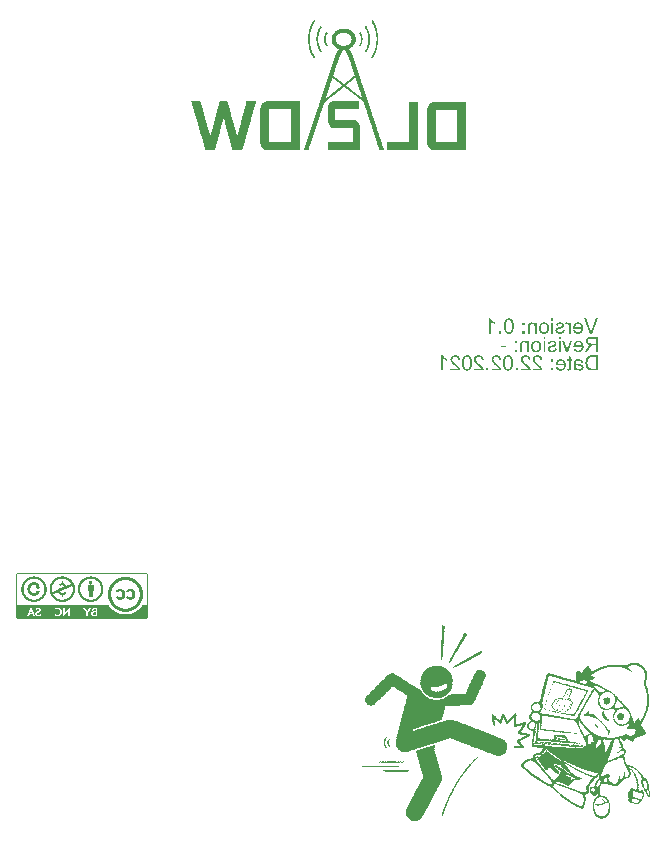
<source format=gbo>
G04*
G04 #@! TF.GenerationSoftware,Altium Limited,Altium Designer,21.1.1 (26)*
G04*
G04 Layer_Color=32896*
%FSLAX25Y25*%
%MOIN*%
G70*
G04*
G04 #@! TF.SameCoordinates,4EBEE0B8-8E4E-43C0-80E5-A374C2A04DA5*
G04*
G04*
G04 #@! TF.FilePolarity,Positive*
G04*
G01*
G75*
G36*
X122084Y298166D02*
X122188D01*
Y298062D01*
X122292D01*
Y297957D01*
Y297853D01*
X122397D01*
Y297748D01*
Y297644D01*
X122501D01*
Y297539D01*
Y297435D01*
Y297330D01*
X122606D01*
Y297226D01*
Y297122D01*
Y297017D01*
X122710D01*
Y296913D01*
Y296808D01*
Y296704D01*
Y296599D01*
Y296495D01*
X122815D01*
Y296390D01*
Y296286D01*
Y296182D01*
Y296077D01*
Y295972D01*
Y295868D01*
Y295764D01*
Y295659D01*
Y295555D01*
X122710D01*
Y295450D01*
Y295346D01*
Y295241D01*
Y295137D01*
Y295032D01*
Y294928D01*
X122606D01*
Y294824D01*
Y294719D01*
Y294615D01*
Y294510D01*
X122501D01*
Y294406D01*
Y294301D01*
X122397D01*
Y294197D01*
Y294092D01*
X122292D01*
Y293988D01*
Y293883D01*
X122188D01*
Y293779D01*
Y293674D01*
X122084D01*
Y293570D01*
X121770D01*
Y293674D01*
X121666D01*
Y293779D01*
Y293883D01*
X121561D01*
Y293988D01*
X121666D01*
Y294092D01*
Y294197D01*
X121770D01*
Y294301D01*
Y294406D01*
X121875D01*
Y294510D01*
Y294615D01*
X121979D01*
Y294719D01*
Y294824D01*
X122084D01*
Y294928D01*
Y295032D01*
Y295137D01*
X122188D01*
Y295241D01*
Y295346D01*
Y295450D01*
Y295555D01*
Y295659D01*
Y295764D01*
Y295868D01*
Y295972D01*
Y296077D01*
Y296182D01*
Y296286D01*
Y296390D01*
Y296495D01*
Y296599D01*
Y296704D01*
X122084D01*
Y296808D01*
Y296913D01*
Y297017D01*
Y297122D01*
X121979D01*
Y297226D01*
Y297330D01*
X121875D01*
Y297435D01*
Y297539D01*
X121770D01*
Y297644D01*
Y297748D01*
X121666D01*
Y297853D01*
Y297957D01*
Y298062D01*
Y298166D01*
X121770D01*
Y298271D01*
X122084D01*
Y298166D01*
D02*
G37*
G36*
X111011D02*
Y298062D01*
X111115D01*
Y297957D01*
Y297853D01*
Y297748D01*
X111011D01*
Y297644D01*
X110906D01*
Y297539D01*
X110802D01*
Y297435D01*
Y297330D01*
X110697D01*
Y297226D01*
Y297122D01*
X110593D01*
Y297017D01*
Y296913D01*
Y296808D01*
Y296704D01*
X110488D01*
Y296599D01*
Y296495D01*
Y296390D01*
Y296286D01*
Y296182D01*
Y296077D01*
Y295972D01*
Y295868D01*
Y295764D01*
Y295659D01*
Y295555D01*
Y295450D01*
Y295346D01*
Y295241D01*
X110593D01*
Y295137D01*
Y295032D01*
Y294928D01*
Y294824D01*
X110697D01*
Y294719D01*
Y294615D01*
X110802D01*
Y294510D01*
Y294406D01*
X110906D01*
Y294301D01*
Y294197D01*
X111011D01*
Y294092D01*
X111115D01*
Y293988D01*
Y293883D01*
Y293779D01*
X111011D01*
Y293674D01*
X110906D01*
Y293570D01*
X110593D01*
Y293674D01*
X110488D01*
Y293779D01*
Y293883D01*
X110384D01*
Y293988D01*
Y294092D01*
X110280D01*
Y294197D01*
X110175D01*
Y294301D01*
Y294406D01*
Y294510D01*
X110071D01*
Y294615D01*
Y294719D01*
Y294824D01*
X109966D01*
Y294928D01*
Y295032D01*
Y295137D01*
Y295241D01*
Y295346D01*
Y295450D01*
Y295555D01*
Y295659D01*
Y295764D01*
Y295868D01*
Y295972D01*
Y296077D01*
Y296182D01*
Y296286D01*
Y296390D01*
X109862D01*
Y296495D01*
X109966D01*
Y296599D01*
Y296704D01*
Y296808D01*
Y296913D01*
Y297017D01*
X110071D01*
Y297122D01*
Y297226D01*
Y297330D01*
X110175D01*
Y297435D01*
Y297539D01*
X110280D01*
Y297644D01*
Y297748D01*
Y297853D01*
X110384D01*
Y297957D01*
Y298062D01*
X110488D01*
Y298166D01*
X110593D01*
Y298271D01*
X111011D01*
Y298166D01*
D02*
G37*
G36*
X124068Y300151D02*
Y300046D01*
X124173D01*
Y299942D01*
X124277D01*
Y299838D01*
Y299733D01*
X124382D01*
Y299629D01*
Y299524D01*
X124486D01*
Y299420D01*
Y299315D01*
X124591D01*
Y299211D01*
Y299106D01*
X124695D01*
Y299002D01*
Y298898D01*
Y298793D01*
Y298689D01*
X124800D01*
Y298584D01*
Y298480D01*
X124904D01*
Y298375D01*
Y298271D01*
Y298166D01*
X125008D01*
Y298062D01*
Y297957D01*
Y297853D01*
Y297748D01*
Y297644D01*
X125113D01*
Y297539D01*
Y297435D01*
Y297330D01*
Y297226D01*
Y297122D01*
X125217D01*
Y297017D01*
Y296913D01*
Y296808D01*
Y296704D01*
Y296599D01*
Y296495D01*
Y296390D01*
Y296286D01*
Y296182D01*
Y296077D01*
Y295972D01*
Y295868D01*
Y295764D01*
Y295659D01*
Y295555D01*
Y295450D01*
Y295346D01*
Y295241D01*
Y295137D01*
Y295032D01*
Y294928D01*
Y294824D01*
X125113D01*
Y294719D01*
Y294615D01*
Y294510D01*
Y294406D01*
Y294301D01*
Y294197D01*
X125008D01*
Y294092D01*
Y293988D01*
Y293883D01*
Y293779D01*
X124904D01*
Y293674D01*
Y293570D01*
Y293465D01*
X124800D01*
Y293361D01*
Y293257D01*
Y293152D01*
Y293048D01*
X124695D01*
Y292943D01*
Y292839D01*
Y292734D01*
X124591D01*
Y292630D01*
Y292525D01*
X124486D01*
Y292421D01*
Y292316D01*
X124382D01*
Y292212D01*
Y292108D01*
X124277D01*
Y292003D01*
X124173D01*
Y291898D01*
Y291794D01*
X124068D01*
Y291690D01*
X123964D01*
Y291585D01*
X123651D01*
Y291690D01*
X123546D01*
Y291794D01*
Y291898D01*
Y292003D01*
Y292108D01*
X123651D01*
Y292212D01*
Y292316D01*
X123755D01*
Y292421D01*
Y292525D01*
X123859D01*
Y292630D01*
X123964D01*
Y292734D01*
Y292839D01*
X124068D01*
Y292943D01*
Y293048D01*
X124173D01*
Y293152D01*
Y293257D01*
Y293361D01*
X124277D01*
Y293465D01*
Y293570D01*
Y293674D01*
X124382D01*
Y293779D01*
Y293883D01*
Y293988D01*
X124486D01*
Y294092D01*
Y294197D01*
Y294301D01*
Y294406D01*
Y294510D01*
X124591D01*
Y294615D01*
Y294719D01*
Y294824D01*
Y294928D01*
Y295032D01*
Y295137D01*
Y295241D01*
X124695D01*
Y295346D01*
Y295450D01*
Y295555D01*
Y295659D01*
Y295764D01*
Y295868D01*
Y295972D01*
Y296077D01*
Y296182D01*
Y296286D01*
Y296390D01*
Y296495D01*
Y296599D01*
Y296704D01*
Y296808D01*
X124591D01*
Y296913D01*
Y297017D01*
Y297122D01*
Y297226D01*
Y297330D01*
Y297435D01*
X124486D01*
Y297539D01*
Y297644D01*
Y297748D01*
Y297853D01*
Y297957D01*
X124382D01*
Y298062D01*
Y298166D01*
X124277D01*
Y298271D01*
Y298375D01*
Y298480D01*
X124173D01*
Y298584D01*
Y298689D01*
Y298793D01*
X124068D01*
Y298898D01*
Y299002D01*
X123964D01*
Y299106D01*
Y299211D01*
X123859D01*
Y299315D01*
Y299420D01*
X123755D01*
Y299524D01*
X123651D01*
Y299629D01*
Y299733D01*
X123546D01*
Y299838D01*
Y299942D01*
Y300046D01*
Y300151D01*
Y300255D01*
X124068D01*
Y300151D01*
D02*
G37*
G36*
X109026D02*
X109130D01*
Y300046D01*
Y299942D01*
Y299838D01*
X109026D01*
Y299733D01*
Y299629D01*
X108922D01*
Y299524D01*
Y299420D01*
X108817D01*
Y299315D01*
X108713D01*
Y299211D01*
Y299106D01*
X108608D01*
Y299002D01*
Y298898D01*
X108504D01*
Y298793D01*
Y298689D01*
Y298584D01*
X108399D01*
Y298480D01*
Y298375D01*
X108295D01*
Y298271D01*
Y298166D01*
Y298062D01*
X108190D01*
Y297957D01*
Y297853D01*
Y297748D01*
Y297644D01*
X108086D01*
Y297539D01*
Y297435D01*
Y297330D01*
Y297226D01*
Y297122D01*
X107981D01*
Y297017D01*
Y296913D01*
Y296808D01*
Y296704D01*
Y296599D01*
Y296495D01*
Y296390D01*
Y296286D01*
Y296182D01*
Y296077D01*
Y295972D01*
Y295868D01*
Y295764D01*
Y295659D01*
Y295555D01*
Y295450D01*
Y295346D01*
Y295241D01*
Y295137D01*
Y295032D01*
Y294928D01*
Y294824D01*
X108086D01*
Y294719D01*
Y294615D01*
Y294510D01*
Y294406D01*
Y294301D01*
Y294197D01*
X108190D01*
Y294092D01*
Y293988D01*
Y293883D01*
X108295D01*
Y293779D01*
Y293674D01*
Y293570D01*
X108399D01*
Y293465D01*
Y293361D01*
Y293257D01*
X108504D01*
Y293152D01*
Y293048D01*
X108608D01*
Y292943D01*
Y292839D01*
X108713D01*
Y292734D01*
Y292630D01*
X108817D01*
Y292525D01*
Y292421D01*
X108922D01*
Y292316D01*
X109026D01*
Y292212D01*
Y292108D01*
X109130D01*
Y292003D01*
Y291898D01*
Y291794D01*
Y291690D01*
X109026D01*
Y291585D01*
X108608D01*
Y291690D01*
Y291794D01*
X108504D01*
Y291898D01*
X108399D01*
Y292003D01*
Y292108D01*
X108295D01*
Y292212D01*
X108190D01*
Y292316D01*
Y292421D01*
X108086D01*
Y292525D01*
Y292630D01*
X107981D01*
Y292734D01*
Y292839D01*
Y292943D01*
X107877D01*
Y293048D01*
Y293152D01*
Y293257D01*
X107772D01*
Y293361D01*
Y293465D01*
Y293570D01*
X107668D01*
Y293674D01*
Y293779D01*
Y293883D01*
Y293988D01*
X107563D01*
Y294092D01*
Y294197D01*
Y294301D01*
Y294406D01*
Y294510D01*
X107459D01*
Y294615D01*
Y294719D01*
Y294824D01*
Y294928D01*
Y295032D01*
Y295137D01*
Y295241D01*
X107355D01*
Y295346D01*
Y295450D01*
Y295555D01*
Y295659D01*
Y295764D01*
Y295868D01*
Y295972D01*
Y296077D01*
Y296182D01*
Y296286D01*
Y296390D01*
Y296495D01*
Y296599D01*
Y296704D01*
X107459D01*
Y296808D01*
Y296913D01*
Y297017D01*
Y297122D01*
Y297226D01*
Y297330D01*
Y297435D01*
X107563D01*
Y297539D01*
Y297644D01*
Y297748D01*
Y297853D01*
Y297957D01*
X107668D01*
Y298062D01*
Y298166D01*
Y298271D01*
Y298375D01*
X107772D01*
Y298480D01*
Y298584D01*
Y298689D01*
X107877D01*
Y298793D01*
Y298898D01*
Y299002D01*
X107981D01*
Y299106D01*
Y299211D01*
X108086D01*
Y299315D01*
Y299420D01*
X108190D01*
Y299524D01*
Y299629D01*
Y299733D01*
X108295D01*
Y299838D01*
X108399D01*
Y299942D01*
X108504D01*
Y300046D01*
Y300151D01*
X108608D01*
Y300255D01*
X109026D01*
Y300151D01*
D02*
G37*
G36*
X126053Y302240D02*
X126158D01*
Y302136D01*
X126262D01*
Y302031D01*
X126366D01*
Y301927D01*
X126471D01*
Y301822D01*
Y301718D01*
X126575D01*
Y301613D01*
Y301509D01*
X126680D01*
Y301405D01*
X126784D01*
Y301300D01*
Y301196D01*
Y301091D01*
X126889D01*
Y300987D01*
Y300882D01*
X126993D01*
Y300778D01*
Y300673D01*
X127098D01*
Y300569D01*
Y300464D01*
Y300360D01*
X127202D01*
Y300255D01*
Y300151D01*
X127307D01*
Y300046D01*
Y299942D01*
Y299838D01*
X127411D01*
Y299733D01*
Y299629D01*
Y299524D01*
Y299420D01*
X127516D01*
Y299315D01*
Y299211D01*
Y299106D01*
Y299002D01*
X127620D01*
Y298898D01*
Y298793D01*
Y298689D01*
Y298584D01*
Y298480D01*
X127725D01*
Y298375D01*
Y298271D01*
Y298166D01*
Y298062D01*
Y297957D01*
X127829D01*
Y297853D01*
Y297748D01*
Y297644D01*
Y297539D01*
Y297435D01*
Y297330D01*
Y297226D01*
X127933D01*
Y297122D01*
Y297017D01*
Y296913D01*
Y296808D01*
Y296704D01*
Y296599D01*
Y296495D01*
Y296390D01*
Y296286D01*
Y296182D01*
Y296077D01*
Y295972D01*
Y295868D01*
Y295764D01*
Y295659D01*
Y295555D01*
Y295450D01*
Y295346D01*
Y295241D01*
Y295137D01*
Y295032D01*
Y294928D01*
Y294824D01*
Y294719D01*
X127829D01*
Y294615D01*
Y294510D01*
Y294406D01*
Y294301D01*
Y294197D01*
Y294092D01*
Y293988D01*
Y293883D01*
X127725D01*
Y293779D01*
Y293674D01*
Y293570D01*
Y293465D01*
Y293361D01*
X127620D01*
Y293257D01*
Y293152D01*
Y293048D01*
Y292943D01*
X127516D01*
Y292839D01*
Y292734D01*
Y292630D01*
Y292525D01*
X127411D01*
Y292421D01*
Y292316D01*
Y292212D01*
X127307D01*
Y292108D01*
X127411D01*
Y292003D01*
X127307D01*
Y291898D01*
Y291794D01*
Y291690D01*
X127202D01*
Y291585D01*
Y291481D01*
X127098D01*
Y291376D01*
Y291272D01*
X126993D01*
Y291167D01*
Y291063D01*
X126889D01*
Y290958D01*
Y290854D01*
Y290750D01*
X126784D01*
Y290645D01*
Y290541D01*
X126680D01*
Y290436D01*
X126575D01*
Y290332D01*
Y290227D01*
X126471D01*
Y290123D01*
Y290018D01*
X126366D01*
Y289914D01*
Y289809D01*
X126262D01*
Y289705D01*
X126158D01*
Y289600D01*
X125740D01*
Y289705D01*
Y289809D01*
X125635D01*
Y289914D01*
Y290018D01*
X125740D01*
Y290123D01*
Y290227D01*
X125844D01*
Y290332D01*
Y290436D01*
X125949D01*
Y290541D01*
X126053D01*
Y290645D01*
Y290750D01*
X126158D01*
Y290854D01*
Y290958D01*
X126262D01*
Y291063D01*
Y291167D01*
X126366D01*
Y291272D01*
Y291376D01*
X126471D01*
Y291481D01*
Y291585D01*
X126575D01*
Y291690D01*
Y291794D01*
X126680D01*
Y291898D01*
Y292003D01*
X126784D01*
Y292108D01*
Y292212D01*
Y292316D01*
Y292421D01*
X126889D01*
Y292525D01*
Y292630D01*
Y292734D01*
Y292839D01*
X126993D01*
Y292943D01*
Y293048D01*
Y293152D01*
X127098D01*
Y293257D01*
Y293361D01*
Y293465D01*
Y293570D01*
Y293674D01*
X127202D01*
Y293779D01*
Y293883D01*
Y293988D01*
Y294092D01*
Y294197D01*
Y294301D01*
X127307D01*
Y294406D01*
Y294510D01*
Y294615D01*
Y294719D01*
Y294824D01*
Y294928D01*
Y295032D01*
Y295137D01*
Y295241D01*
Y295346D01*
X127411D01*
Y295450D01*
Y295555D01*
Y295659D01*
Y295764D01*
Y295868D01*
Y295972D01*
Y296077D01*
Y296182D01*
Y296286D01*
Y296390D01*
Y296495D01*
Y296599D01*
X127307D01*
Y296704D01*
Y296808D01*
Y296913D01*
Y297017D01*
Y297122D01*
Y297226D01*
Y297330D01*
Y297435D01*
Y297539D01*
Y297644D01*
X127202D01*
Y297748D01*
Y297853D01*
Y297957D01*
Y298062D01*
Y298166D01*
X127098D01*
Y298271D01*
Y298375D01*
Y298480D01*
Y298584D01*
Y298689D01*
X126993D01*
Y298793D01*
Y298898D01*
Y299002D01*
X126889D01*
Y299106D01*
Y299211D01*
Y299315D01*
Y299420D01*
Y299524D01*
Y299629D01*
X126784D01*
Y299733D01*
Y299838D01*
X126680D01*
Y299942D01*
Y300046D01*
Y300151D01*
X126575D01*
Y300255D01*
Y300360D01*
X126471D01*
Y300464D01*
Y300569D01*
Y300673D01*
X126366D01*
Y300778D01*
X126262D01*
Y300882D01*
Y300987D01*
X126158D01*
Y301091D01*
Y301196D01*
X126053D01*
Y301300D01*
X125949D01*
Y301405D01*
Y301509D01*
X125844D01*
Y301613D01*
X125740D01*
Y301718D01*
Y301822D01*
Y301927D01*
X125635D01*
Y302031D01*
X125740D01*
Y302136D01*
Y302240D01*
X125844D01*
Y302345D01*
X126053D01*
Y302240D01*
D02*
G37*
G36*
X106832D02*
X106937D01*
Y302136D01*
Y302031D01*
Y301927D01*
Y301822D01*
X106832D01*
Y301718D01*
Y301613D01*
X106728D01*
Y301509D01*
X106623D01*
Y301405D01*
Y301300D01*
X106519D01*
Y301196D01*
Y301091D01*
X106414D01*
Y300987D01*
X106310D01*
Y300882D01*
Y300778D01*
X106205D01*
Y300673D01*
Y300569D01*
X106101D01*
Y300464D01*
Y300360D01*
X105997D01*
Y300255D01*
Y300151D01*
X105892D01*
Y300046D01*
Y299942D01*
Y299838D01*
Y299733D01*
X105788D01*
Y299629D01*
Y299524D01*
Y299420D01*
X105683D01*
Y299315D01*
Y299211D01*
Y299106D01*
Y299002D01*
X105579D01*
Y298898D01*
Y298793D01*
Y298689D01*
X105474D01*
Y298584D01*
Y298480D01*
Y298375D01*
Y298271D01*
X105370D01*
Y298166D01*
Y298062D01*
Y297957D01*
Y297853D01*
X105265D01*
Y297748D01*
Y297644D01*
Y297539D01*
Y297435D01*
Y297330D01*
Y297226D01*
Y297122D01*
Y297017D01*
X105161D01*
Y296913D01*
Y296808D01*
Y296704D01*
Y296599D01*
Y296495D01*
Y296390D01*
Y296286D01*
Y296182D01*
Y296077D01*
Y295972D01*
Y295868D01*
Y295764D01*
Y295659D01*
Y295555D01*
Y295450D01*
Y295346D01*
Y295241D01*
Y295137D01*
Y295032D01*
Y294928D01*
X105265D01*
Y294824D01*
Y294719D01*
Y294615D01*
Y294510D01*
Y294406D01*
Y294301D01*
Y294197D01*
X105370D01*
Y294092D01*
Y293988D01*
Y293883D01*
Y293779D01*
Y293674D01*
X105474D01*
Y293570D01*
Y293465D01*
Y293361D01*
Y293257D01*
Y293152D01*
X105579D01*
Y293048D01*
Y292943D01*
Y292839D01*
X105683D01*
Y292734D01*
Y292630D01*
Y292525D01*
Y292421D01*
X105788D01*
Y292316D01*
Y292212D01*
X105892D01*
Y292108D01*
Y292003D01*
Y291898D01*
X105997D01*
Y291794D01*
Y291690D01*
Y291585D01*
Y291481D01*
X106101D01*
Y291376D01*
X106205D01*
Y291272D01*
Y291167D01*
X106310D01*
Y291063D01*
Y290958D01*
X106414D01*
Y290854D01*
X106519D01*
Y290750D01*
Y290645D01*
Y290541D01*
X106623D01*
Y290436D01*
X106728D01*
Y290332D01*
X106832D01*
Y290227D01*
Y290123D01*
X106937D01*
Y290018D01*
Y289914D01*
Y289809D01*
Y289705D01*
X106832D01*
Y289600D01*
X106728D01*
Y289496D01*
X106623D01*
Y289600D01*
X106414D01*
Y289705D01*
X106310D01*
Y289809D01*
Y289914D01*
X106205D01*
Y290018D01*
Y290123D01*
X106101D01*
Y290227D01*
X105997D01*
Y290332D01*
Y290436D01*
X105892D01*
Y290541D01*
Y290645D01*
X105788D01*
Y290750D01*
X105683D01*
Y290854D01*
Y290958D01*
Y291063D01*
X105579D01*
Y291167D01*
Y291272D01*
X105474D01*
Y291376D01*
Y291481D01*
X105370D01*
Y291585D01*
Y291690D01*
Y291794D01*
X105265D01*
Y291898D01*
Y292003D01*
Y292108D01*
X105161D01*
Y292212D01*
Y292316D01*
Y292421D01*
X105056D01*
Y292525D01*
Y292630D01*
Y292734D01*
X104952D01*
Y292839D01*
Y292943D01*
Y293048D01*
Y293152D01*
Y293257D01*
X104848D01*
Y293361D01*
Y293465D01*
Y293570D01*
Y293674D01*
X104743D01*
Y293779D01*
Y293883D01*
Y293988D01*
Y294092D01*
Y294197D01*
Y294301D01*
Y294406D01*
X104639D01*
Y294510D01*
Y294615D01*
Y294719D01*
Y294824D01*
Y294928D01*
Y295032D01*
Y295137D01*
Y295241D01*
Y295346D01*
Y295450D01*
Y295555D01*
Y295659D01*
Y295764D01*
Y295868D01*
Y295972D01*
Y296077D01*
Y296182D01*
Y296286D01*
Y296390D01*
Y296495D01*
Y296599D01*
Y296704D01*
Y296808D01*
Y296913D01*
Y297017D01*
Y297122D01*
Y297226D01*
Y297330D01*
Y297435D01*
Y297539D01*
X104743D01*
Y297644D01*
Y297748D01*
Y297853D01*
Y297957D01*
Y298062D01*
Y298166D01*
X104848D01*
Y298271D01*
Y298375D01*
Y298480D01*
Y298584D01*
Y298689D01*
X104952D01*
Y298793D01*
Y298898D01*
Y299002D01*
Y299106D01*
X105056D01*
Y299211D01*
Y299315D01*
Y299420D01*
X105161D01*
Y299524D01*
Y299629D01*
Y299733D01*
X105265D01*
Y299838D01*
Y299942D01*
Y300046D01*
Y300151D01*
X105370D01*
Y300255D01*
Y300360D01*
X105474D01*
Y300464D01*
Y300569D01*
Y300673D01*
X105579D01*
Y300778D01*
Y300882D01*
X105683D01*
Y300987D01*
Y301091D01*
X105788D01*
Y301196D01*
Y301300D01*
X105892D01*
Y301405D01*
Y301509D01*
X105997D01*
Y301613D01*
Y301718D01*
X106101D01*
Y301822D01*
X106205D01*
Y301927D01*
Y302031D01*
X106310D01*
Y302136D01*
X106414D01*
Y302240D01*
X106519D01*
Y302345D01*
X106832D01*
Y302240D01*
D02*
G37*
G36*
X87298Y275394D02*
Y275289D01*
X87194D01*
Y275185D01*
Y275080D01*
Y274976D01*
Y274871D01*
X87089D01*
Y274767D01*
Y274662D01*
Y274558D01*
Y274453D01*
X86985D01*
Y274349D01*
Y274245D01*
Y274140D01*
Y274036D01*
X86880D01*
Y273931D01*
Y273827D01*
Y273722D01*
X86776D01*
Y273618D01*
Y273513D01*
Y273409D01*
X86671D01*
Y273304D01*
Y273200D01*
Y273095D01*
Y272991D01*
X86567D01*
Y272887D01*
Y272782D01*
Y272678D01*
X86462D01*
Y272573D01*
Y272469D01*
Y272364D01*
X86358D01*
Y272260D01*
Y272155D01*
Y272051D01*
Y271947D01*
X86253D01*
Y271842D01*
Y271738D01*
Y271633D01*
Y271529D01*
Y271424D01*
X86149D01*
Y271320D01*
Y271215D01*
Y271111D01*
X86045D01*
Y271006D01*
Y270902D01*
Y270797D01*
X85940D01*
Y270693D01*
Y270588D01*
Y270484D01*
Y270379D01*
X85836D01*
Y270275D01*
Y270171D01*
Y270066D01*
X85731D01*
Y269962D01*
Y269857D01*
Y269753D01*
Y269648D01*
X85627D01*
Y269544D01*
Y269439D01*
Y269335D01*
X85522D01*
Y269231D01*
Y269126D01*
Y269022D01*
X85418D01*
Y268917D01*
Y268813D01*
Y268708D01*
Y268604D01*
Y268499D01*
X85313D01*
Y268395D01*
Y268290D01*
Y268186D01*
X85209D01*
Y268081D01*
Y267977D01*
Y267873D01*
Y267768D01*
X85104D01*
Y267664D01*
Y267559D01*
Y267455D01*
X85000D01*
Y267350D01*
Y267246D01*
Y267141D01*
Y267037D01*
X84895D01*
Y266932D01*
Y266828D01*
Y266723D01*
X84791D01*
Y266619D01*
Y266514D01*
Y266410D01*
X84686D01*
Y266305D01*
Y266201D01*
Y266097D01*
Y265992D01*
X84582D01*
Y265888D01*
Y265783D01*
Y265679D01*
X84478D01*
Y265574D01*
Y265470D01*
Y265365D01*
Y265261D01*
Y265157D01*
X84373D01*
Y265052D01*
Y264948D01*
Y264843D01*
Y264739D01*
X84269D01*
Y264634D01*
Y264530D01*
Y264425D01*
X84164D01*
Y264321D01*
Y264216D01*
Y264112D01*
X84060D01*
Y264007D01*
Y263903D01*
Y263798D01*
X83955D01*
Y263694D01*
Y263590D01*
Y263485D01*
Y263381D01*
X83851D01*
Y263276D01*
Y263172D01*
Y263067D01*
X83746D01*
Y262963D01*
Y262858D01*
Y262754D01*
X83642D01*
Y262649D01*
Y262545D01*
Y262440D01*
Y262336D01*
X83537D01*
Y262232D01*
Y262127D01*
Y262023D01*
Y261918D01*
Y261814D01*
X83433D01*
Y261709D01*
Y261605D01*
Y261500D01*
X83328D01*
Y261396D01*
Y261291D01*
Y261187D01*
X83224D01*
Y261083D01*
Y260978D01*
Y260874D01*
Y260769D01*
X83120D01*
Y260665D01*
Y260560D01*
Y260456D01*
X83015D01*
Y260351D01*
Y260247D01*
Y260142D01*
Y260038D01*
X82911D01*
Y259933D01*
Y259829D01*
Y259724D01*
X82806D01*
Y259620D01*
Y259516D01*
Y259411D01*
Y259307D01*
X82702D01*
Y259202D01*
Y259098D01*
Y258993D01*
X79359D01*
Y259098D01*
Y259202D01*
Y259307D01*
X79255D01*
Y259411D01*
Y259516D01*
Y259620D01*
X79150D01*
Y259724D01*
Y259829D01*
Y259933D01*
Y260038D01*
X79046D01*
Y260142D01*
Y260247D01*
Y260351D01*
X78941D01*
Y260456D01*
Y260560D01*
Y260665D01*
Y260769D01*
X78837D01*
Y260874D01*
Y260978D01*
Y261083D01*
X78732D01*
Y261187D01*
Y261291D01*
Y261396D01*
X78628D01*
Y261500D01*
Y261605D01*
Y261709D01*
Y261814D01*
Y261918D01*
Y262023D01*
X78523D01*
Y262127D01*
Y262232D01*
Y262336D01*
X78419D01*
Y262440D01*
Y262545D01*
Y262649D01*
Y262754D01*
X78314D01*
Y262858D01*
Y262963D01*
Y263067D01*
X78210D01*
Y263172D01*
Y263276D01*
Y263381D01*
Y263485D01*
X78105D01*
Y263590D01*
Y263694D01*
Y263798D01*
X78001D01*
Y263903D01*
Y264007D01*
Y264112D01*
X77896D01*
Y264216D01*
Y264321D01*
Y264425D01*
Y264530D01*
X77792D01*
Y264634D01*
Y264739D01*
Y264843D01*
Y264948D01*
Y265052D01*
X77688D01*
Y265157D01*
Y265261D01*
Y265365D01*
Y265470D01*
X77583D01*
Y265574D01*
Y265679D01*
Y265783D01*
X77479D01*
Y265888D01*
Y265992D01*
Y266097D01*
Y266201D01*
X77374D01*
Y266305D01*
Y266410D01*
Y266514D01*
X77270D01*
Y266619D01*
Y266723D01*
Y266828D01*
Y266932D01*
X77165D01*
Y267037D01*
Y267141D01*
Y267246D01*
X77061D01*
Y267350D01*
Y267455D01*
Y267559D01*
X76956D01*
Y267664D01*
Y267768D01*
Y267873D01*
Y267977D01*
X76852D01*
Y268081D01*
Y268186D01*
Y268290D01*
Y268395D01*
Y268499D01*
X76747D01*
Y268604D01*
Y268708D01*
Y268813D01*
Y268917D01*
X76643D01*
Y269022D01*
Y269126D01*
Y269231D01*
X76538D01*
Y269335D01*
Y269439D01*
X76330D01*
Y269335D01*
Y269231D01*
Y269126D01*
X76225D01*
Y269022D01*
Y268917D01*
Y268813D01*
X76121D01*
Y268708D01*
Y268604D01*
Y268499D01*
Y268395D01*
X76016D01*
Y268290D01*
Y268186D01*
Y268081D01*
X75912D01*
Y267977D01*
Y267873D01*
Y267768D01*
Y267664D01*
X75807D01*
Y267559D01*
Y267455D01*
Y267350D01*
Y267246D01*
X75703D01*
Y267141D01*
Y267037D01*
Y266932D01*
X75598D01*
Y266828D01*
Y266723D01*
Y266619D01*
Y266514D01*
X75494D01*
Y266410D01*
X75598D01*
Y266305D01*
X75494D01*
Y266201D01*
Y266097D01*
Y265992D01*
X75389D01*
Y265888D01*
Y265783D01*
Y265679D01*
Y265574D01*
X75285D01*
Y265470D01*
Y265365D01*
Y265261D01*
X75181D01*
Y265157D01*
Y265052D01*
Y264948D01*
Y264843D01*
X75076D01*
Y264739D01*
Y264634D01*
Y264530D01*
Y264425D01*
X74972D01*
Y264321D01*
Y264216D01*
Y264112D01*
X74867D01*
Y264007D01*
Y263903D01*
Y263798D01*
Y263694D01*
X74763D01*
Y263590D01*
Y263485D01*
Y263381D01*
X74658D01*
Y263276D01*
Y263172D01*
Y263067D01*
Y262963D01*
X74554D01*
Y262858D01*
X74658D01*
Y262754D01*
X74554D01*
Y262649D01*
Y262545D01*
Y262440D01*
X74449D01*
Y262336D01*
Y262232D01*
Y262127D01*
Y262023D01*
X74345D01*
Y261918D01*
Y261814D01*
Y261709D01*
X74240D01*
Y261605D01*
Y261500D01*
Y261396D01*
Y261291D01*
X74136D01*
Y261187D01*
Y261083D01*
Y260978D01*
Y260874D01*
X74031D01*
Y260769D01*
Y260665D01*
Y260560D01*
X73927D01*
Y260456D01*
Y260351D01*
Y260247D01*
Y260142D01*
X73822D01*
Y260038D01*
Y259933D01*
Y259829D01*
X73718D01*
Y259724D01*
Y259620D01*
Y259516D01*
Y259411D01*
Y259307D01*
Y259202D01*
X73614D01*
Y259098D01*
Y258993D01*
X70375D01*
Y259098D01*
Y259202D01*
Y259307D01*
X70271D01*
Y259411D01*
Y259516D01*
Y259620D01*
Y259724D01*
X70166D01*
Y259829D01*
Y259933D01*
Y260038D01*
X70062D01*
Y260142D01*
Y260247D01*
Y260351D01*
X69957D01*
Y260456D01*
Y260560D01*
Y260665D01*
X69853D01*
Y260769D01*
Y260874D01*
Y260978D01*
Y261083D01*
X69749D01*
Y261187D01*
Y261291D01*
Y261396D01*
X69644D01*
Y261500D01*
Y261605D01*
Y261709D01*
Y261814D01*
Y261918D01*
X69540D01*
Y262023D01*
Y262127D01*
Y262232D01*
X69435D01*
Y262336D01*
Y262440D01*
Y262545D01*
X69331D01*
Y262649D01*
Y262754D01*
Y262858D01*
Y262963D01*
X69226D01*
Y263067D01*
Y263172D01*
X69122D01*
Y263276D01*
Y263381D01*
Y263485D01*
Y263590D01*
X69017D01*
Y263694D01*
Y263798D01*
Y263903D01*
X68913D01*
Y264007D01*
Y264112D01*
Y264216D01*
X68808D01*
Y264321D01*
Y264425D01*
Y264530D01*
X68704D01*
Y264634D01*
X68808D01*
Y264739D01*
X68704D01*
Y264843D01*
Y264948D01*
Y265052D01*
X68599D01*
Y265157D01*
Y265261D01*
Y265365D01*
Y265470D01*
X68495D01*
Y265574D01*
Y265679D01*
X68391D01*
Y265783D01*
Y265888D01*
Y265992D01*
Y266097D01*
X68286D01*
Y266201D01*
Y266305D01*
Y266410D01*
X68182D01*
Y266514D01*
Y266619D01*
Y266723D01*
X68077D01*
Y266828D01*
Y266932D01*
Y267037D01*
Y267141D01*
X67973D01*
Y267246D01*
Y267350D01*
Y267455D01*
Y267559D01*
X67868D01*
Y267664D01*
Y267768D01*
Y267873D01*
Y267977D01*
X67764D01*
Y268081D01*
Y268186D01*
Y268290D01*
X67659D01*
Y268395D01*
Y268499D01*
Y268604D01*
X67555D01*
Y268708D01*
Y268813D01*
Y268917D01*
X67450D01*
Y269022D01*
Y269126D01*
Y269231D01*
X67346D01*
Y269335D01*
Y269439D01*
Y269544D01*
Y269648D01*
X67241D01*
Y269753D01*
Y269857D01*
Y269962D01*
X67137D01*
Y270066D01*
Y270171D01*
Y270275D01*
X67032D01*
Y270379D01*
Y270484D01*
Y270588D01*
X66928D01*
Y270693D01*
X67032D01*
Y270797D01*
X66928D01*
Y270902D01*
Y271006D01*
Y271111D01*
X66824D01*
Y271215D01*
Y271320D01*
Y271424D01*
X66719D01*
Y271529D01*
Y271633D01*
Y271738D01*
Y271842D01*
X66615D01*
Y271947D01*
Y272051D01*
Y272155D01*
X66510D01*
Y272260D01*
Y272364D01*
Y272469D01*
X66406D01*
Y272573D01*
Y272678D01*
Y272782D01*
X66301D01*
Y272887D01*
Y272991D01*
Y273095D01*
X66197D01*
Y273200D01*
Y273304D01*
Y273409D01*
Y273513D01*
X66092D01*
Y273618D01*
Y273722D01*
Y273827D01*
X65988D01*
Y273931D01*
Y274036D01*
Y274140D01*
Y274245D01*
Y274349D01*
X65883D01*
Y274453D01*
Y274558D01*
Y274662D01*
X65779D01*
Y274767D01*
Y274871D01*
Y274976D01*
X65675D01*
Y275080D01*
Y275185D01*
Y275289D01*
X65570D01*
Y275394D01*
Y275498D01*
X68704D01*
Y275394D01*
Y275289D01*
Y275185D01*
Y275080D01*
X68808D01*
Y274976D01*
Y274871D01*
Y274767D01*
X68913D01*
Y274662D01*
Y274558D01*
Y274453D01*
X69017D01*
Y274349D01*
Y274245D01*
Y274140D01*
Y274036D01*
X69122D01*
Y273931D01*
Y273827D01*
Y273722D01*
X69226D01*
Y273618D01*
Y273513D01*
Y273409D01*
Y273304D01*
X69331D01*
Y273200D01*
Y273095D01*
Y272991D01*
Y272887D01*
X69435D01*
Y272782D01*
Y272678D01*
Y272573D01*
Y272469D01*
X69540D01*
Y272364D01*
Y272260D01*
Y272155D01*
X69644D01*
Y272051D01*
Y271947D01*
Y271842D01*
Y271738D01*
X69749D01*
Y271633D01*
Y271529D01*
Y271424D01*
X69853D01*
Y271320D01*
Y271215D01*
Y271111D01*
X69957D01*
Y271006D01*
Y270902D01*
Y270797D01*
Y270693D01*
X70062D01*
Y270588D01*
Y270484D01*
Y270379D01*
X70166D01*
Y270275D01*
Y270171D01*
Y270066D01*
Y269962D01*
Y269857D01*
X70271D01*
Y269753D01*
Y269648D01*
Y269544D01*
X70375D01*
Y269439D01*
Y269335D01*
Y269231D01*
Y269126D01*
X70480D01*
Y269022D01*
Y268917D01*
Y268813D01*
X70584D01*
Y268708D01*
Y268604D01*
Y268499D01*
Y268395D01*
X70689D01*
Y268290D01*
Y268186D01*
Y268081D01*
X70793D01*
Y267977D01*
Y267873D01*
Y267768D01*
X70898D01*
Y267664D01*
Y267559D01*
Y267455D01*
Y267350D01*
X71002D01*
Y267246D01*
Y267141D01*
Y267037D01*
X71106D01*
Y266932D01*
X71002D01*
Y266828D01*
X71106D01*
Y266723D01*
Y266619D01*
Y266514D01*
X71211D01*
Y266410D01*
Y266305D01*
Y266201D01*
Y266097D01*
X71315D01*
Y265992D01*
Y265888D01*
Y265783D01*
X71420D01*
Y265679D01*
Y265574D01*
Y265470D01*
X71524D01*
Y265365D01*
Y265261D01*
Y265157D01*
X71629D01*
Y265052D01*
Y264948D01*
Y264843D01*
Y264739D01*
X71733D01*
Y264634D01*
Y264530D01*
Y264425D01*
Y264321D01*
X71838D01*
Y264216D01*
Y264112D01*
Y264007D01*
X71942D01*
Y263903D01*
X71838D01*
Y263798D01*
X72047D01*
Y263903D01*
X72151D01*
Y264007D01*
Y264112D01*
X72256D01*
Y264216D01*
Y264321D01*
Y264425D01*
X72360D01*
Y264530D01*
Y264634D01*
Y264739D01*
Y264843D01*
Y264948D01*
Y265052D01*
X72465D01*
Y265157D01*
Y265261D01*
Y265365D01*
X72569D01*
Y265470D01*
Y265574D01*
Y265679D01*
Y265783D01*
X72673D01*
Y265888D01*
Y265992D01*
Y266097D01*
Y266201D01*
X72778D01*
Y266305D01*
Y266410D01*
Y266514D01*
X72882D01*
Y266619D01*
Y266723D01*
Y266828D01*
Y266932D01*
X72987D01*
Y267037D01*
Y267141D01*
Y267246D01*
Y267350D01*
X73091D01*
Y267455D01*
Y267559D01*
Y267664D01*
Y267768D01*
X73196D01*
Y267873D01*
Y267977D01*
Y268081D01*
Y268186D01*
Y268290D01*
X73300D01*
Y268395D01*
Y268499D01*
Y268604D01*
Y268708D01*
X73405D01*
Y268813D01*
Y268917D01*
Y269022D01*
X73509D01*
Y269126D01*
Y269231D01*
Y269335D01*
Y269439D01*
X73614D01*
Y269544D01*
Y269648D01*
Y269753D01*
Y269857D01*
X73718D01*
Y269962D01*
Y270066D01*
Y270171D01*
X73822D01*
Y270275D01*
Y270379D01*
Y270484D01*
Y270588D01*
X73927D01*
Y270693D01*
Y270797D01*
Y270902D01*
Y271006D01*
X74031D01*
Y271111D01*
Y271215D01*
Y271320D01*
Y271424D01*
Y271529D01*
X74136D01*
Y271633D01*
Y271738D01*
Y271842D01*
Y271947D01*
X74240D01*
Y272051D01*
Y272155D01*
Y272260D01*
Y272364D01*
X74345D01*
Y272469D01*
Y272573D01*
Y272678D01*
X74449D01*
Y272782D01*
Y272887D01*
Y272991D01*
Y273095D01*
X74554D01*
Y273200D01*
Y273304D01*
Y273409D01*
Y273513D01*
X74658D01*
Y273618D01*
Y273722D01*
Y273827D01*
X74763D01*
Y273931D01*
Y274036D01*
Y274140D01*
Y274245D01*
X74867D01*
Y274349D01*
Y274453D01*
Y274558D01*
Y274662D01*
X74972D01*
Y274767D01*
Y274871D01*
Y274976D01*
Y275080D01*
Y275185D01*
X75076D01*
Y275289D01*
Y275394D01*
Y275498D01*
X77688D01*
Y275394D01*
Y275289D01*
Y275185D01*
X77792D01*
Y275080D01*
Y274976D01*
Y274871D01*
X77896D01*
Y274767D01*
Y274662D01*
Y274558D01*
Y274453D01*
X78001D01*
Y274349D01*
Y274245D01*
Y274140D01*
X78105D01*
Y274036D01*
Y273931D01*
Y273827D01*
Y273722D01*
X78210D01*
Y273618D01*
Y273513D01*
Y273409D01*
X78314D01*
Y273304D01*
Y273200D01*
Y273095D01*
Y272991D01*
Y272887D01*
X78419D01*
Y272782D01*
Y272678D01*
Y272573D01*
Y272469D01*
X78523D01*
Y272364D01*
Y272260D01*
Y272155D01*
X78628D01*
Y272051D01*
Y271947D01*
Y271842D01*
Y271738D01*
X78732D01*
Y271633D01*
Y271529D01*
Y271424D01*
X78837D01*
Y271320D01*
Y271215D01*
Y271111D01*
X78941D01*
Y271006D01*
Y270902D01*
Y270797D01*
Y270693D01*
X79046D01*
Y270588D01*
Y270484D01*
Y270379D01*
Y270275D01*
Y270171D01*
X79150D01*
Y270066D01*
Y269962D01*
Y269857D01*
Y269753D01*
X79255D01*
Y269648D01*
Y269544D01*
Y269439D01*
X79359D01*
Y269335D01*
Y269231D01*
Y269126D01*
X79463D01*
Y269022D01*
Y268917D01*
Y268813D01*
Y268708D01*
X79568D01*
Y268604D01*
Y268499D01*
Y268395D01*
X79672D01*
Y268290D01*
Y268186D01*
Y268081D01*
Y267977D01*
X79777D01*
Y267873D01*
Y267768D01*
Y267664D01*
X79881D01*
Y267559D01*
Y267455D01*
Y267350D01*
Y267246D01*
X79986D01*
Y267141D01*
Y267037D01*
Y266932D01*
Y266828D01*
Y266723D01*
X80090D01*
Y266619D01*
Y266514D01*
Y266410D01*
X80195D01*
Y266305D01*
Y266201D01*
Y266097D01*
Y265992D01*
X80299D01*
Y265888D01*
Y265783D01*
Y265679D01*
X80404D01*
Y265574D01*
Y265470D01*
Y265365D01*
Y265261D01*
X80508D01*
Y265157D01*
Y265052D01*
Y264948D01*
X80612D01*
Y264843D01*
Y264739D01*
Y264634D01*
Y264530D01*
X80717D01*
Y264425D01*
Y264321D01*
Y264216D01*
X80821D01*
Y264112D01*
Y264007D01*
Y263903D01*
X80926D01*
Y263798D01*
X81030D01*
Y263903D01*
X81135D01*
Y264007D01*
Y264112D01*
Y264216D01*
Y264321D01*
X81239D01*
Y264425D01*
Y264530D01*
Y264634D01*
X81344D01*
Y264739D01*
X81239D01*
Y264843D01*
X81344D01*
Y264948D01*
Y265052D01*
Y265157D01*
X81448D01*
Y265261D01*
Y265365D01*
Y265470D01*
Y265574D01*
X81553D01*
Y265679D01*
Y265783D01*
Y265888D01*
Y265992D01*
X81657D01*
Y266097D01*
Y266201D01*
Y266305D01*
X81762D01*
Y266410D01*
Y266514D01*
Y266619D01*
Y266723D01*
X81866D01*
Y266828D01*
Y266932D01*
Y267037D01*
X81971D01*
Y267141D01*
Y267246D01*
Y267350D01*
Y267455D01*
X82075D01*
Y267559D01*
Y267664D01*
Y267768D01*
Y267873D01*
Y267977D01*
X82179D01*
Y268081D01*
Y268186D01*
X82284D01*
Y268290D01*
X82179D01*
Y268395D01*
X82284D01*
Y268499D01*
Y268604D01*
Y268708D01*
X82388D01*
Y268813D01*
Y268917D01*
Y269022D01*
Y269126D01*
X82493D01*
Y269231D01*
Y269335D01*
Y269439D01*
Y269544D01*
X82597D01*
Y269648D01*
Y269753D01*
Y269857D01*
X82702D01*
Y269962D01*
Y270066D01*
Y270171D01*
Y270275D01*
X82806D01*
Y270379D01*
Y270484D01*
Y270588D01*
X82911D01*
Y270693D01*
Y270797D01*
Y270902D01*
Y271006D01*
X83015D01*
Y271111D01*
Y271215D01*
Y271320D01*
Y271424D01*
Y271529D01*
X83120D01*
Y271633D01*
Y271738D01*
Y271842D01*
Y271947D01*
X83224D01*
Y272051D01*
Y272155D01*
Y272260D01*
Y272364D01*
X83328D01*
Y272469D01*
Y272573D01*
Y272678D01*
X83433D01*
Y272782D01*
Y272887D01*
Y272991D01*
Y273095D01*
X83537D01*
Y273200D01*
Y273304D01*
Y273409D01*
X83642D01*
Y273513D01*
Y273618D01*
Y273722D01*
Y273827D01*
X83746D01*
Y273931D01*
Y274036D01*
Y274140D01*
Y274245D01*
X83851D01*
Y274349D01*
Y274453D01*
Y274558D01*
X83955D01*
Y274662D01*
Y274767D01*
Y274871D01*
Y274976D01*
X84060D01*
Y275080D01*
Y275185D01*
Y275289D01*
Y275394D01*
Y275498D01*
X87298D01*
Y275394D01*
D02*
G37*
G36*
X157287Y275080D02*
Y274976D01*
Y274871D01*
Y274767D01*
Y274662D01*
Y274558D01*
Y274453D01*
Y274349D01*
Y274245D01*
Y274140D01*
Y274036D01*
Y273931D01*
Y273827D01*
Y273722D01*
Y273618D01*
Y273513D01*
Y273409D01*
Y273304D01*
Y273200D01*
Y273095D01*
Y272991D01*
Y272887D01*
Y272782D01*
Y272678D01*
Y272573D01*
Y272469D01*
Y272364D01*
Y272260D01*
Y272155D01*
Y272051D01*
Y271947D01*
Y271842D01*
Y271738D01*
Y271633D01*
Y271529D01*
Y271424D01*
Y271320D01*
Y271215D01*
Y271111D01*
Y271006D01*
Y270902D01*
Y270797D01*
Y270693D01*
Y270588D01*
Y270484D01*
Y270379D01*
Y270275D01*
Y270171D01*
Y270066D01*
Y269962D01*
Y269857D01*
Y269753D01*
Y269648D01*
Y269544D01*
Y269439D01*
Y269335D01*
Y269231D01*
Y269126D01*
Y269022D01*
Y268917D01*
Y268813D01*
Y268708D01*
Y268604D01*
Y268499D01*
Y268395D01*
Y268290D01*
Y268186D01*
Y268081D01*
Y267977D01*
Y267873D01*
Y267768D01*
Y267664D01*
Y267559D01*
Y267455D01*
Y267350D01*
Y267246D01*
Y267141D01*
Y267037D01*
Y266932D01*
Y266828D01*
Y266723D01*
Y266619D01*
Y266514D01*
Y266410D01*
Y266305D01*
Y266201D01*
Y266097D01*
Y265992D01*
Y265888D01*
Y265783D01*
Y265679D01*
Y265574D01*
Y265470D01*
Y265365D01*
Y265261D01*
Y265157D01*
Y265052D01*
Y264948D01*
Y264843D01*
Y264739D01*
Y264634D01*
Y264530D01*
Y264425D01*
Y264321D01*
Y264216D01*
Y264112D01*
Y264007D01*
Y263903D01*
Y263798D01*
Y263694D01*
Y263590D01*
Y263485D01*
Y263381D01*
Y263276D01*
Y263172D01*
Y263067D01*
Y262963D01*
Y262858D01*
Y262754D01*
Y262649D01*
Y262545D01*
Y262440D01*
Y262336D01*
Y262232D01*
Y262127D01*
Y262023D01*
Y261918D01*
Y261814D01*
Y261709D01*
Y261605D01*
Y261500D01*
Y261396D01*
Y261291D01*
Y261187D01*
Y261083D01*
Y260978D01*
Y260874D01*
Y260769D01*
Y260665D01*
Y260560D01*
Y260456D01*
Y260351D01*
Y260247D01*
Y260142D01*
Y260038D01*
Y259933D01*
Y259829D01*
Y259724D01*
Y259620D01*
Y259516D01*
Y259411D01*
Y259307D01*
Y259202D01*
Y259098D01*
Y258993D01*
X146423D01*
Y259098D01*
X146005D01*
Y259202D01*
X145692D01*
Y259307D01*
X145378D01*
Y259411D01*
X145274D01*
Y259516D01*
X145065D01*
Y259620D01*
X144961D01*
Y259724D01*
X144856D01*
Y259829D01*
X144752D01*
Y259933D01*
Y260038D01*
X144647D01*
Y260142D01*
X144543D01*
Y260247D01*
Y260351D01*
X144438D01*
Y260456D01*
Y260560D01*
Y260665D01*
X144334D01*
Y260769D01*
Y260874D01*
Y260978D01*
Y261083D01*
Y261187D01*
X144229D01*
Y261291D01*
Y261396D01*
Y261500D01*
Y261605D01*
Y261709D01*
Y261814D01*
Y261918D01*
Y262023D01*
Y262127D01*
Y262232D01*
Y262336D01*
Y262440D01*
Y262545D01*
Y262649D01*
Y262754D01*
Y262858D01*
Y262963D01*
Y263067D01*
Y263172D01*
Y263276D01*
Y263381D01*
Y263485D01*
Y263590D01*
Y263694D01*
Y263798D01*
Y263903D01*
Y264007D01*
Y264112D01*
Y264216D01*
Y264321D01*
Y264425D01*
Y264530D01*
Y264634D01*
Y264739D01*
Y264843D01*
Y264948D01*
Y265052D01*
Y265157D01*
Y265261D01*
Y265365D01*
Y265470D01*
Y265574D01*
Y265679D01*
Y265783D01*
Y265888D01*
Y265992D01*
Y266097D01*
Y266201D01*
Y266305D01*
Y266410D01*
Y266514D01*
Y266619D01*
Y266723D01*
Y266828D01*
Y266932D01*
Y267037D01*
Y267141D01*
Y267246D01*
Y267350D01*
Y267455D01*
Y267559D01*
Y267664D01*
Y267768D01*
Y267873D01*
Y267977D01*
Y268081D01*
Y268186D01*
Y268290D01*
Y268395D01*
Y268499D01*
Y268604D01*
Y268708D01*
Y268813D01*
Y268917D01*
Y269022D01*
Y269126D01*
Y269231D01*
Y269335D01*
Y269439D01*
Y269544D01*
Y269648D01*
Y269753D01*
Y269857D01*
Y269962D01*
Y270066D01*
Y270171D01*
Y270275D01*
Y270379D01*
Y270484D01*
Y270588D01*
Y270693D01*
Y270797D01*
Y270902D01*
Y271006D01*
Y271111D01*
Y271215D01*
Y271320D01*
Y271424D01*
Y271529D01*
Y271633D01*
Y271738D01*
Y271842D01*
Y271947D01*
Y272051D01*
Y272155D01*
Y272260D01*
Y272364D01*
Y272469D01*
Y272573D01*
Y272678D01*
Y272782D01*
Y272887D01*
X144334D01*
Y272991D01*
Y273095D01*
Y273200D01*
X144438D01*
Y273304D01*
Y273409D01*
Y273513D01*
X144543D01*
Y273618D01*
Y273722D01*
X144647D01*
Y273827D01*
X144752D01*
Y273931D01*
Y274036D01*
X144856D01*
Y274140D01*
X144961D01*
Y274245D01*
X145065D01*
Y274349D01*
X145169D01*
Y274453D01*
X145274D01*
Y274558D01*
X145483D01*
Y274662D01*
X145587D01*
Y274767D01*
X145796D01*
Y274871D01*
X146005D01*
Y274976D01*
X146214D01*
Y275080D01*
X146632D01*
Y275185D01*
X157287D01*
Y275080D01*
D02*
G37*
G36*
X141200Y274976D02*
Y274871D01*
Y274767D01*
Y274662D01*
Y274558D01*
Y274453D01*
Y274349D01*
Y274245D01*
Y274140D01*
Y274036D01*
Y273931D01*
Y273827D01*
Y273722D01*
Y273618D01*
Y273513D01*
Y273409D01*
Y273304D01*
Y273200D01*
Y273095D01*
Y272991D01*
Y272887D01*
Y272782D01*
Y272678D01*
Y272573D01*
Y272469D01*
Y272364D01*
Y272260D01*
Y272155D01*
Y272051D01*
Y271947D01*
Y271842D01*
Y271738D01*
Y271633D01*
Y271529D01*
Y271424D01*
Y271320D01*
Y271215D01*
Y271111D01*
Y271006D01*
Y270902D01*
Y270797D01*
Y270693D01*
Y270588D01*
Y270484D01*
Y270379D01*
Y270275D01*
Y270171D01*
Y270066D01*
Y269962D01*
Y269857D01*
Y269753D01*
Y269648D01*
Y269544D01*
Y269439D01*
Y269335D01*
Y269231D01*
Y269126D01*
Y269022D01*
Y268917D01*
Y268813D01*
Y268708D01*
Y268604D01*
Y268499D01*
Y268395D01*
Y268290D01*
Y268186D01*
Y268081D01*
Y267977D01*
Y267873D01*
Y267768D01*
Y267664D01*
Y267559D01*
Y267455D01*
Y267350D01*
Y267246D01*
Y267141D01*
Y267037D01*
Y266932D01*
Y266828D01*
Y266723D01*
Y266619D01*
Y266514D01*
Y266410D01*
Y266305D01*
Y266201D01*
Y266097D01*
Y265992D01*
Y265888D01*
Y265783D01*
Y265679D01*
Y265574D01*
Y265470D01*
Y265365D01*
Y265261D01*
Y265157D01*
Y265052D01*
Y264948D01*
Y264843D01*
Y264739D01*
Y264634D01*
Y264530D01*
Y264425D01*
Y264321D01*
Y264216D01*
Y264112D01*
Y264007D01*
Y263903D01*
Y263798D01*
Y263694D01*
Y263590D01*
Y263485D01*
Y263381D01*
Y263276D01*
Y263172D01*
Y263067D01*
Y262963D01*
Y262858D01*
Y262754D01*
Y262649D01*
Y262545D01*
Y262440D01*
Y262336D01*
Y262232D01*
Y262127D01*
Y262023D01*
Y261918D01*
Y261814D01*
Y261709D01*
Y261605D01*
Y261500D01*
Y261396D01*
Y261291D01*
Y261187D01*
Y261083D01*
Y260978D01*
Y260874D01*
Y260769D01*
Y260665D01*
Y260560D01*
Y260456D01*
Y260351D01*
Y260247D01*
Y260142D01*
Y260038D01*
Y259933D01*
Y259829D01*
Y259724D01*
Y259620D01*
Y259516D01*
Y259411D01*
Y259307D01*
Y259202D01*
Y259098D01*
Y258993D01*
X130754D01*
Y259098D01*
Y259202D01*
Y259307D01*
Y259411D01*
Y259516D01*
Y259620D01*
Y259724D01*
Y259829D01*
Y259933D01*
Y260038D01*
Y260142D01*
Y260247D01*
Y260351D01*
Y260456D01*
Y260560D01*
Y260665D01*
Y260769D01*
Y260874D01*
Y260978D01*
Y261083D01*
Y261187D01*
Y261291D01*
Y261396D01*
Y261500D01*
Y261605D01*
Y261709D01*
X138171D01*
Y261814D01*
Y261918D01*
Y262023D01*
Y262127D01*
Y262232D01*
Y262336D01*
Y262440D01*
Y262545D01*
Y262649D01*
Y262754D01*
Y262858D01*
Y262963D01*
Y263067D01*
Y263172D01*
Y263276D01*
Y263381D01*
Y263485D01*
Y263590D01*
Y263694D01*
Y263798D01*
Y263903D01*
Y264007D01*
Y264112D01*
Y264216D01*
Y264321D01*
Y264425D01*
Y264530D01*
Y264634D01*
Y264739D01*
Y264843D01*
Y264948D01*
Y265052D01*
Y265157D01*
Y265261D01*
Y265365D01*
Y265470D01*
Y265574D01*
Y265679D01*
Y265783D01*
Y265888D01*
Y265992D01*
Y266097D01*
Y266201D01*
Y266305D01*
Y266410D01*
Y266514D01*
Y266619D01*
Y266723D01*
Y266828D01*
Y266932D01*
Y267037D01*
Y267141D01*
Y267246D01*
Y267350D01*
Y267455D01*
Y267559D01*
Y267664D01*
Y267768D01*
Y267873D01*
Y267977D01*
Y268081D01*
Y268186D01*
Y268290D01*
Y268395D01*
Y268499D01*
Y268604D01*
Y268708D01*
Y268813D01*
Y268917D01*
Y269022D01*
Y269126D01*
Y269231D01*
Y269335D01*
Y269439D01*
Y269544D01*
Y269648D01*
Y269753D01*
Y269857D01*
Y269962D01*
Y270066D01*
Y270171D01*
Y270275D01*
Y270379D01*
Y270484D01*
Y270588D01*
Y270693D01*
Y270797D01*
Y270902D01*
Y271006D01*
Y271111D01*
Y271215D01*
Y271320D01*
Y271424D01*
Y271529D01*
Y271633D01*
Y271738D01*
Y271842D01*
Y271947D01*
Y272051D01*
Y272155D01*
Y272260D01*
Y272364D01*
Y272469D01*
Y272573D01*
Y272678D01*
Y272782D01*
Y272887D01*
Y272991D01*
Y273095D01*
Y273200D01*
Y273304D01*
Y273409D01*
Y273513D01*
Y273618D01*
Y273722D01*
Y273827D01*
Y273931D01*
Y274036D01*
Y274140D01*
Y274245D01*
Y274349D01*
Y274453D01*
Y274558D01*
Y274662D01*
Y274767D01*
Y274871D01*
Y274976D01*
Y275080D01*
X141200D01*
Y274976D01*
D02*
G37*
G36*
X117487Y299315D02*
X117905D01*
Y299211D01*
X118219D01*
Y299106D01*
X118428D01*
Y299002D01*
X118636D01*
Y298898D01*
X118741D01*
Y298793D01*
X118950D01*
Y298689D01*
X119054D01*
Y298584D01*
X119263D01*
Y298480D01*
X119368D01*
Y298375D01*
X119472D01*
Y298271D01*
X119577D01*
Y298166D01*
X119681D01*
Y298062D01*
Y297957D01*
X119785D01*
Y297853D01*
X119890D01*
Y297748D01*
X119994D01*
Y297644D01*
Y297539D01*
X120099D01*
Y297435D01*
X120203D01*
Y297330D01*
Y297226D01*
X120308D01*
Y297122D01*
X120203D01*
Y297017D01*
X120308D01*
Y296913D01*
Y296808D01*
Y296704D01*
X120412D01*
Y296599D01*
Y296495D01*
Y296390D01*
Y296286D01*
X120517D01*
Y296182D01*
Y296077D01*
Y295972D01*
Y295868D01*
Y295764D01*
Y295659D01*
X120412D01*
Y295555D01*
Y295450D01*
Y295346D01*
Y295241D01*
Y295137D01*
X120308D01*
Y295032D01*
Y294928D01*
Y294824D01*
Y294719D01*
X120203D01*
Y294615D01*
Y294510D01*
Y294406D01*
X120099D01*
Y294301D01*
X119994D01*
Y294197D01*
Y294092D01*
X119890D01*
Y293988D01*
Y293883D01*
X119681D01*
Y293779D01*
Y293674D01*
X119577D01*
Y293570D01*
X119472D01*
Y293465D01*
X119368D01*
Y293361D01*
X119263D01*
Y293257D01*
X119054D01*
Y293152D01*
X118950D01*
Y293048D01*
X118845D01*
Y292943D01*
X118636D01*
Y292839D01*
X118428D01*
Y292734D01*
X118323D01*
Y292630D01*
Y292525D01*
Y292421D01*
X118428D01*
Y292316D01*
X118532D01*
Y292212D01*
Y292108D01*
X118636D01*
Y292003D01*
X118741D01*
Y291898D01*
Y291794D01*
X118845D01*
Y291690D01*
Y291585D01*
X118950D01*
Y291481D01*
Y291376D01*
X119054D01*
Y291272D01*
X119159D01*
Y291167D01*
Y291063D01*
Y290958D01*
X119263D01*
Y290854D01*
Y290750D01*
X119368D01*
Y290645D01*
Y290541D01*
X119472D01*
Y290436D01*
Y290332D01*
Y290227D01*
X119577D01*
Y290123D01*
Y290018D01*
Y289914D01*
X119681D01*
Y289809D01*
Y289705D01*
X119785D01*
Y289600D01*
Y289496D01*
Y289391D01*
X119890D01*
Y289287D01*
Y289183D01*
Y289078D01*
X119994D01*
Y288974D01*
Y288869D01*
Y288765D01*
X120099D01*
Y288660D01*
Y288556D01*
Y288451D01*
X120203D01*
Y288347D01*
Y288242D01*
Y288138D01*
X120308D01*
Y288034D01*
Y287929D01*
Y287825D01*
Y287720D01*
X120412D01*
Y287616D01*
Y287511D01*
Y287407D01*
X120517D01*
Y287302D01*
Y287198D01*
Y287093D01*
X120621D01*
Y286989D01*
Y286884D01*
Y286780D01*
X120726D01*
Y286676D01*
Y286571D01*
X120830D01*
Y286467D01*
Y286362D01*
Y286258D01*
X120934D01*
Y286153D01*
Y286049D01*
Y285944D01*
X121039D01*
Y285840D01*
Y285735D01*
Y285631D01*
X121143D01*
Y285526D01*
Y285422D01*
Y285317D01*
Y285213D01*
X121248D01*
Y285109D01*
Y285004D01*
Y284900D01*
X121352D01*
Y284795D01*
Y284691D01*
Y284586D01*
X121457D01*
Y284482D01*
Y284377D01*
Y284273D01*
X121561D01*
Y284168D01*
Y284064D01*
X121666D01*
Y283960D01*
Y283855D01*
Y283751D01*
X121770D01*
Y283646D01*
Y283542D01*
Y283437D01*
X121875D01*
Y283333D01*
Y283228D01*
Y283124D01*
X121979D01*
Y283019D01*
Y282915D01*
Y282810D01*
X122084D01*
Y282706D01*
Y282601D01*
Y282497D01*
Y282393D01*
X122188D01*
Y282288D01*
Y282184D01*
Y282079D01*
X122292D01*
Y281975D01*
Y281870D01*
Y281766D01*
X122397D01*
Y281661D01*
Y281557D01*
Y281452D01*
X122501D01*
Y281348D01*
Y281243D01*
X122606D01*
Y281139D01*
Y281035D01*
Y280930D01*
X122710D01*
Y280826D01*
Y280721D01*
Y280617D01*
X122815D01*
Y280512D01*
Y280408D01*
Y280303D01*
X122919D01*
Y280199D01*
Y280095D01*
Y279990D01*
Y279886D01*
X123024D01*
Y279781D01*
Y279677D01*
Y279572D01*
X123128D01*
Y279468D01*
Y279363D01*
Y279259D01*
X123233D01*
Y279154D01*
Y279050D01*
Y278945D01*
X123337D01*
Y278841D01*
Y278736D01*
Y278632D01*
X123442D01*
Y278527D01*
Y278423D01*
X123546D01*
Y278319D01*
Y278214D01*
Y278110D01*
X123651D01*
Y278005D01*
Y277901D01*
Y277796D01*
X123755D01*
Y277692D01*
Y277587D01*
Y277483D01*
X123859D01*
Y277379D01*
Y277274D01*
Y277169D01*
Y277065D01*
X123964D01*
Y276961D01*
Y276856D01*
Y276752D01*
X124068D01*
Y276647D01*
Y276543D01*
Y276438D01*
X124173D01*
Y276334D01*
Y276229D01*
Y276125D01*
X124277D01*
Y276020D01*
Y275916D01*
X124382D01*
Y275812D01*
Y275707D01*
Y275603D01*
X124486D01*
Y275498D01*
Y275394D01*
Y275289D01*
X124591D01*
Y275185D01*
Y275080D01*
Y274976D01*
X124695D01*
Y274871D01*
Y274767D01*
Y274662D01*
Y274558D01*
X124800D01*
Y274453D01*
Y274349D01*
Y274245D01*
X124904D01*
Y274140D01*
Y274036D01*
Y273931D01*
X125008D01*
Y273827D01*
Y273722D01*
X125113D01*
Y273618D01*
Y273513D01*
Y273409D01*
Y273304D01*
X125217D01*
Y273200D01*
Y273095D01*
Y272991D01*
X125322D01*
Y272887D01*
Y272782D01*
Y272678D01*
X125426D01*
Y272573D01*
Y272469D01*
Y272364D01*
X125531D01*
Y272260D01*
Y272155D01*
Y272051D01*
Y271947D01*
X125635D01*
Y271842D01*
Y271738D01*
Y271633D01*
X125740D01*
Y271529D01*
Y271424D01*
X125844D01*
Y271320D01*
Y271215D01*
Y271111D01*
X125949D01*
Y271006D01*
Y270902D01*
Y270797D01*
X126053D01*
Y270693D01*
Y270588D01*
Y270484D01*
X126158D01*
Y270379D01*
Y270275D01*
Y270171D01*
X126262D01*
Y270066D01*
Y269962D01*
Y269857D01*
X126366D01*
Y269753D01*
Y269648D01*
Y269544D01*
X126471D01*
Y269439D01*
Y269335D01*
X126575D01*
Y269231D01*
Y269126D01*
Y269022D01*
X126680D01*
Y268917D01*
Y268813D01*
Y268708D01*
X126784D01*
Y268604D01*
Y268499D01*
Y268395D01*
X126889D01*
Y268290D01*
Y268186D01*
Y268081D01*
X126993D01*
Y267977D01*
Y267873D01*
Y267768D01*
X127098D01*
Y267664D01*
Y267559D01*
Y267455D01*
X127202D01*
Y267350D01*
Y267246D01*
Y267141D01*
X127307D01*
Y267037D01*
Y266932D01*
Y266828D01*
X127411D01*
Y266723D01*
X127307D01*
Y266619D01*
X127411D01*
Y266514D01*
Y266410D01*
Y266305D01*
X127516D01*
Y266201D01*
Y266097D01*
X127620D01*
Y265992D01*
Y265888D01*
Y265783D01*
X127725D01*
Y265679D01*
Y265574D01*
Y265470D01*
X127829D01*
Y265365D01*
Y265261D01*
Y265157D01*
X127933D01*
Y265052D01*
Y264948D01*
X128038D01*
Y264843D01*
Y264739D01*
Y264634D01*
X128142D01*
Y264530D01*
Y264425D01*
Y264321D01*
Y264216D01*
X128247D01*
Y264112D01*
Y264007D01*
Y263903D01*
Y263798D01*
X128351D01*
Y263694D01*
Y263590D01*
Y263485D01*
X128456D01*
Y263381D01*
Y263276D01*
X128560D01*
Y263172D01*
Y263067D01*
Y262963D01*
X128665D01*
Y262858D01*
Y262754D01*
Y262649D01*
X128769D01*
Y262545D01*
Y262440D01*
Y262336D01*
X128874D01*
Y262232D01*
Y262127D01*
X128978D01*
Y262023D01*
Y261918D01*
Y261814D01*
X129083D01*
Y261709D01*
Y261605D01*
Y261500D01*
X129187D01*
Y261396D01*
X129083D01*
Y261291D01*
X129187D01*
Y261187D01*
Y261083D01*
Y260978D01*
X129291D01*
Y260874D01*
Y260769D01*
X129396D01*
Y260665D01*
Y260560D01*
Y260456D01*
X129500D01*
Y260351D01*
Y260247D01*
Y260142D01*
X129605D01*
Y260038D01*
Y259933D01*
Y259829D01*
X129709D01*
Y259724D01*
Y259620D01*
X129814D01*
Y259516D01*
Y259411D01*
Y259307D01*
X129918D01*
Y259202D01*
Y259098D01*
Y258993D01*
X128351D01*
Y259098D01*
Y259202D01*
X128247D01*
Y259307D01*
Y259411D01*
Y259516D01*
X128142D01*
Y259620D01*
Y259724D01*
Y259829D01*
Y259933D01*
X128038D01*
Y260038D01*
Y260142D01*
Y260247D01*
X127933D01*
Y260351D01*
Y260456D01*
X127829D01*
Y260560D01*
Y260665D01*
Y260769D01*
X127725D01*
Y260874D01*
Y260978D01*
Y261083D01*
Y261187D01*
Y261291D01*
X127620D01*
Y261396D01*
Y261500D01*
Y261605D01*
X127516D01*
Y261709D01*
Y261814D01*
Y261918D01*
X127411D01*
Y262023D01*
Y262127D01*
X127307D01*
Y262232D01*
Y262336D01*
Y262440D01*
X127202D01*
Y262545D01*
Y262649D01*
Y262754D01*
X127098D01*
Y262858D01*
Y262963D01*
Y263067D01*
X126993D01*
Y263172D01*
Y263276D01*
Y263381D01*
X126889D01*
Y263485D01*
Y263590D01*
Y263694D01*
Y263798D01*
X126784D01*
Y263903D01*
Y264007D01*
Y264112D01*
X126680D01*
Y264216D01*
Y264321D01*
Y264425D01*
X126575D01*
Y264530D01*
Y264634D01*
Y264739D01*
X126471D01*
Y264843D01*
Y264948D01*
X126366D01*
Y265052D01*
Y265157D01*
Y265261D01*
X126262D01*
Y265365D01*
Y265470D01*
Y265574D01*
X126158D01*
Y265679D01*
Y265783D01*
Y265888D01*
X126053D01*
Y265992D01*
Y266097D01*
X125949D01*
Y266201D01*
X126053D01*
Y266305D01*
X125949D01*
Y266410D01*
Y266514D01*
Y266619D01*
X125844D01*
Y266723D01*
Y266828D01*
Y266932D01*
X125740D01*
Y267037D01*
Y267141D01*
Y267246D01*
X125635D01*
Y267350D01*
Y267455D01*
X125531D01*
Y267559D01*
Y267664D01*
Y267768D01*
X125426D01*
Y267873D01*
Y267977D01*
Y268081D01*
X125322D01*
Y268186D01*
Y268290D01*
Y268395D01*
X125217D01*
Y268499D01*
Y268604D01*
Y268708D01*
X125113D01*
Y268813D01*
Y268917D01*
Y269022D01*
X125008D01*
Y269126D01*
Y269231D01*
Y269335D01*
Y269439D01*
X124904D01*
Y269544D01*
Y269648D01*
Y269753D01*
X124800D01*
Y269857D01*
Y269962D01*
Y270066D01*
X124695D01*
Y270171D01*
Y270275D01*
X124591D01*
Y270379D01*
Y270484D01*
Y270588D01*
X124486D01*
Y270693D01*
Y270797D01*
Y270902D01*
X124382D01*
Y271006D01*
Y271111D01*
Y271215D01*
X124277D01*
Y271320D01*
Y271424D01*
Y271529D01*
X124173D01*
Y271633D01*
Y271738D01*
Y271842D01*
Y271947D01*
X124068D01*
Y272051D01*
Y272155D01*
Y272260D01*
X123964D01*
Y272364D01*
Y272469D01*
Y272573D01*
X123859D01*
Y272678D01*
Y272782D01*
Y272887D01*
X123755D01*
Y272991D01*
Y273095D01*
Y273200D01*
X123651D01*
Y273304D01*
Y273409D01*
Y273513D01*
X123546D01*
Y273618D01*
Y273722D01*
Y273827D01*
X123442D01*
Y273931D01*
Y274036D01*
X123337D01*
Y274140D01*
Y274245D01*
Y274349D01*
X123233D01*
Y274453D01*
Y274558D01*
Y274662D01*
Y274767D01*
X123128D01*
Y274871D01*
Y274976D01*
X123024D01*
Y275080D01*
X122919D01*
Y275185D01*
Y275289D01*
X122815D01*
Y275394D01*
X122710D01*
Y275498D01*
X122501D01*
Y275603D01*
X122292D01*
Y275707D01*
X122188D01*
Y275812D01*
X122084D01*
Y275916D01*
X121979D01*
Y276020D01*
X121875D01*
Y276125D01*
X121666D01*
Y276229D01*
X121561D01*
Y276334D01*
X121457D01*
Y276438D01*
X121352D01*
Y276543D01*
X121143D01*
Y276647D01*
X121039D01*
Y276752D01*
X120934D01*
Y276856D01*
X120830D01*
Y276961D01*
X120621D01*
Y277065D01*
X120517D01*
Y277169D01*
X120412D01*
Y277274D01*
X120203D01*
Y277379D01*
X120099D01*
Y277483D01*
X119994D01*
Y277587D01*
X119785D01*
Y277692D01*
X119681D01*
Y277796D01*
X119577D01*
Y277901D01*
X119368D01*
Y278005D01*
X119263D01*
Y278110D01*
X119159D01*
Y278214D01*
X118950D01*
Y278319D01*
X118845D01*
Y278423D01*
X118741D01*
Y278527D01*
X118532D01*
Y278632D01*
X118428D01*
Y278736D01*
X118323D01*
Y278841D01*
X118114D01*
Y278945D01*
X118010D01*
Y279050D01*
X117905D01*
Y279154D01*
X117801D01*
Y279259D01*
X117592D01*
Y279363D01*
X117487D01*
Y279468D01*
X117383D01*
Y279572D01*
X117278D01*
Y279677D01*
X117069D01*
Y279781D01*
X116965D01*
Y279886D01*
X116860D01*
Y279990D01*
X116338D01*
Y279886D01*
X116234D01*
Y279781D01*
X116129D01*
Y279677D01*
X116025D01*
Y279572D01*
X115816D01*
Y279468D01*
X115711D01*
Y279363D01*
X115607D01*
Y279259D01*
X115503D01*
Y279154D01*
X115294D01*
Y279050D01*
X115189D01*
Y278945D01*
X115085D01*
Y278841D01*
X114876D01*
Y278736D01*
X114771D01*
Y278632D01*
X114667D01*
Y278527D01*
X114562D01*
Y278423D01*
X114354D01*
Y278319D01*
X114249D01*
Y278214D01*
X114145D01*
Y278110D01*
X114040D01*
Y278005D01*
X113936D01*
Y277901D01*
X113831D01*
Y277796D01*
X113622D01*
Y277692D01*
X113518D01*
Y277587D01*
X113413D01*
Y277483D01*
X113204D01*
Y277379D01*
X113100D01*
Y277274D01*
X112996D01*
Y277169D01*
X112891D01*
Y277065D01*
X112682D01*
Y276961D01*
X112578D01*
Y276856D01*
X112473D01*
Y276752D01*
X112369D01*
Y276647D01*
X112160D01*
Y276543D01*
X112055D01*
Y276438D01*
X111951D01*
Y276334D01*
X111846D01*
Y276229D01*
X111637D01*
Y276125D01*
X111533D01*
Y276020D01*
X111429D01*
Y275916D01*
X111324D01*
Y275812D01*
X111115D01*
Y275707D01*
X111011D01*
Y275603D01*
X110906D01*
Y275498D01*
X110697D01*
Y275394D01*
X110593D01*
Y275289D01*
X110488D01*
Y275185D01*
X110280D01*
Y275080D01*
X110175D01*
Y274976D01*
X110071D01*
Y274871D01*
Y274767D01*
X109966D01*
Y274662D01*
X109862D01*
Y274558D01*
Y274453D01*
X109757D01*
Y274349D01*
Y274245D01*
Y274140D01*
X109653D01*
Y274036D01*
Y273931D01*
Y273827D01*
X109548D01*
Y273722D01*
Y273618D01*
Y273513D01*
Y273409D01*
X109444D01*
Y273304D01*
Y273200D01*
Y273095D01*
X109339D01*
Y272991D01*
Y272887D01*
Y272782D01*
X109235D01*
Y272678D01*
Y272573D01*
Y272469D01*
X109130D01*
Y272364D01*
Y272260D01*
Y272155D01*
X109026D01*
Y272051D01*
Y271947D01*
X108922D01*
Y271842D01*
Y271738D01*
Y271633D01*
X108817D01*
Y271529D01*
Y271424D01*
Y271320D01*
Y271215D01*
X108713D01*
Y271111D01*
Y271006D01*
Y270902D01*
X108608D01*
Y270797D01*
Y270693D01*
Y270588D01*
Y270484D01*
X108504D01*
Y270379D01*
Y270275D01*
Y270171D01*
X108399D01*
Y270066D01*
Y269962D01*
X108295D01*
Y269857D01*
Y269753D01*
Y269648D01*
X108190D01*
Y269544D01*
Y269439D01*
Y269335D01*
X108086D01*
Y269231D01*
Y269126D01*
Y269022D01*
X107981D01*
Y268917D01*
Y268813D01*
Y268708D01*
X107877D01*
Y268604D01*
Y268499D01*
Y268395D01*
X107772D01*
Y268290D01*
Y268186D01*
X107668D01*
Y268081D01*
X107772D01*
Y267977D01*
X107668D01*
Y267873D01*
Y267768D01*
Y267664D01*
X107563D01*
Y267559D01*
Y267455D01*
X107459D01*
Y267350D01*
Y267246D01*
Y267141D01*
X107355D01*
Y267037D01*
Y266932D01*
Y266828D01*
X107250D01*
Y266723D01*
Y266619D01*
Y266514D01*
X107146D01*
Y266410D01*
Y266305D01*
Y266201D01*
X107041D01*
Y266097D01*
Y265992D01*
Y265888D01*
X106937D01*
Y265783D01*
Y265679D01*
Y265574D01*
X106832D01*
Y265470D01*
Y265365D01*
Y265261D01*
Y265157D01*
X106728D01*
Y265052D01*
Y264948D01*
Y264843D01*
X106623D01*
Y264739D01*
Y264634D01*
X106519D01*
Y264530D01*
Y264425D01*
Y264321D01*
X106414D01*
Y264216D01*
Y264112D01*
Y264007D01*
X106310D01*
Y263903D01*
Y263798D01*
Y263694D01*
X106205D01*
Y263590D01*
Y263485D01*
Y263381D01*
X106101D01*
Y263276D01*
Y263172D01*
Y263067D01*
X105997D01*
Y262963D01*
Y262858D01*
Y262754D01*
Y262649D01*
X105892D01*
Y262545D01*
Y262440D01*
Y262336D01*
X105788D01*
Y262232D01*
Y262127D01*
X105683D01*
Y262023D01*
Y261918D01*
Y261814D01*
X105579D01*
Y261709D01*
Y261605D01*
Y261500D01*
Y261396D01*
X105474D01*
Y261291D01*
Y261187D01*
X105370D01*
Y261083D01*
Y260978D01*
Y260874D01*
X105265D01*
Y260769D01*
Y260665D01*
Y260560D01*
X105161D01*
Y260456D01*
Y260351D01*
Y260247D01*
X105056D01*
Y260142D01*
Y260038D01*
Y259933D01*
Y259829D01*
Y259724D01*
X104952D01*
Y259620D01*
Y259516D01*
Y259411D01*
X104848D01*
Y259307D01*
Y259202D01*
X104743D01*
Y259098D01*
Y258993D01*
X103385D01*
Y259098D01*
X103176D01*
Y259202D01*
X103281D01*
Y259307D01*
Y259411D01*
X103385D01*
Y259516D01*
Y259620D01*
Y259724D01*
X103489D01*
Y259829D01*
Y259933D01*
Y260038D01*
X103594D01*
Y260142D01*
Y260247D01*
Y260351D01*
Y260456D01*
X103698D01*
Y260560D01*
Y260665D01*
Y260769D01*
X103803D01*
Y260874D01*
Y260978D01*
Y261083D01*
X103907D01*
Y261187D01*
Y261291D01*
Y261396D01*
X104012D01*
Y261500D01*
Y261605D01*
Y261709D01*
X104116D01*
Y261814D01*
Y261918D01*
Y262023D01*
X104221D01*
Y262127D01*
Y262232D01*
Y262336D01*
X104325D01*
Y262440D01*
Y262545D01*
X104430D01*
Y262649D01*
Y262754D01*
Y262858D01*
X104534D01*
Y262963D01*
Y263067D01*
Y263172D01*
Y263276D01*
X104639D01*
Y263381D01*
Y263485D01*
Y263590D01*
X104743D01*
Y263694D01*
Y263798D01*
Y263903D01*
X104848D01*
Y264007D01*
Y264112D01*
Y264216D01*
X104952D01*
Y264321D01*
Y264425D01*
Y264530D01*
X105056D01*
Y264634D01*
Y264739D01*
Y264843D01*
X105161D01*
Y264948D01*
Y265052D01*
Y265157D01*
X105265D01*
Y265261D01*
Y265365D01*
Y265470D01*
X105370D01*
Y265574D01*
Y265679D01*
Y265783D01*
X105474D01*
Y265888D01*
Y265992D01*
Y266097D01*
X105579D01*
Y266201D01*
Y266305D01*
Y266410D01*
X105683D01*
Y266514D01*
Y266619D01*
Y266723D01*
X105788D01*
Y266828D01*
Y266932D01*
Y267037D01*
X105892D01*
Y267141D01*
Y267246D01*
Y267350D01*
X105997D01*
Y267455D01*
Y267559D01*
Y267664D01*
X106101D01*
Y267768D01*
Y267873D01*
Y267977D01*
X106205D01*
Y268081D01*
Y268186D01*
X106310D01*
Y268290D01*
Y268395D01*
Y268499D01*
Y268604D01*
Y268708D01*
X106414D01*
Y268813D01*
Y268917D01*
X106519D01*
Y269022D01*
Y269126D01*
Y269231D01*
X106623D01*
Y269335D01*
Y269439D01*
Y269544D01*
X106728D01*
Y269648D01*
Y269753D01*
Y269857D01*
X106832D01*
Y269962D01*
Y270066D01*
Y270171D01*
X106937D01*
Y270275D01*
Y270379D01*
Y270484D01*
X107041D01*
Y270588D01*
Y270693D01*
X107146D01*
Y270797D01*
Y270902D01*
Y271006D01*
X107250D01*
Y271111D01*
Y271215D01*
Y271320D01*
Y271424D01*
X107355D01*
Y271529D01*
Y271633D01*
Y271738D01*
X107459D01*
Y271842D01*
Y271947D01*
Y272051D01*
X107563D01*
Y272155D01*
Y272260D01*
Y272364D01*
X107668D01*
Y272469D01*
Y272573D01*
Y272678D01*
X107772D01*
Y272782D01*
Y272887D01*
Y272991D01*
X107877D01*
Y273095D01*
Y273200D01*
Y273304D01*
X107981D01*
Y273409D01*
Y273513D01*
X108086D01*
Y273618D01*
Y273722D01*
Y273827D01*
Y273931D01*
Y274036D01*
X108190D01*
Y274140D01*
Y274245D01*
X108295D01*
Y274349D01*
Y274453D01*
Y274558D01*
X108399D01*
Y274662D01*
Y274767D01*
Y274871D01*
X108504D01*
Y274976D01*
Y275080D01*
Y275185D01*
X108608D01*
Y275289D01*
Y275394D01*
Y275498D01*
X108713D01*
Y275603D01*
Y275707D01*
Y275812D01*
X108817D01*
Y275916D01*
Y276020D01*
X108922D01*
Y276125D01*
Y276229D01*
Y276334D01*
X109026D01*
Y276438D01*
Y276543D01*
Y276647D01*
Y276752D01*
Y276856D01*
X109130D01*
Y276961D01*
Y277065D01*
X109235D01*
Y277169D01*
Y277274D01*
Y277379D01*
X109339D01*
Y277483D01*
Y277587D01*
Y277692D01*
X109444D01*
Y277796D01*
Y277901D01*
Y278005D01*
X109548D01*
Y278110D01*
Y278214D01*
Y278319D01*
X109653D01*
Y278423D01*
Y278527D01*
Y278632D01*
X109757D01*
Y278736D01*
Y278841D01*
X109862D01*
Y278945D01*
Y279050D01*
Y279154D01*
Y279259D01*
Y279363D01*
X109966D01*
Y279468D01*
Y279572D01*
X110071D01*
Y279677D01*
Y279781D01*
Y279886D01*
X110175D01*
Y279990D01*
Y280095D01*
Y280199D01*
X110280D01*
Y280303D01*
Y280408D01*
Y280512D01*
X110384D01*
Y280617D01*
Y280721D01*
Y280826D01*
X110488D01*
Y280930D01*
Y281035D01*
Y281139D01*
X110593D01*
Y281243D01*
Y281348D01*
Y281452D01*
X110697D01*
Y281557D01*
Y281661D01*
X110802D01*
Y281766D01*
Y281870D01*
Y281975D01*
Y282079D01*
Y282184D01*
X110906D01*
Y282288D01*
Y282393D01*
X111011D01*
Y282497D01*
Y282601D01*
Y282706D01*
X111115D01*
Y282810D01*
Y282915D01*
Y283019D01*
X111220D01*
Y283124D01*
Y283228D01*
Y283333D01*
Y283437D01*
X111324D01*
Y283542D01*
Y283646D01*
X111429D01*
Y283751D01*
Y283855D01*
Y283960D01*
X111533D01*
Y284064D01*
Y284168D01*
Y284273D01*
X111637D01*
Y284377D01*
Y284482D01*
Y284586D01*
Y284691D01*
X111742D01*
Y284795D01*
Y284900D01*
Y285004D01*
X111846D01*
Y285109D01*
Y285213D01*
Y285317D01*
X111951D01*
Y285422D01*
Y285526D01*
Y285631D01*
X112055D01*
Y285735D01*
Y285840D01*
X112160D01*
Y285944D01*
Y286049D01*
Y286153D01*
X112264D01*
Y286258D01*
Y286362D01*
Y286467D01*
X112369D01*
Y286571D01*
Y286676D01*
Y286780D01*
X112473D01*
Y286884D01*
Y286989D01*
Y287093D01*
X112578D01*
Y287198D01*
Y287302D01*
Y287407D01*
Y287511D01*
X112682D01*
Y287616D01*
Y287720D01*
Y287825D01*
X112787D01*
Y287929D01*
Y288034D01*
Y288138D01*
X112891D01*
Y288242D01*
Y288347D01*
Y288451D01*
X112996D01*
Y288556D01*
Y288660D01*
X113100D01*
Y288765D01*
Y288869D01*
Y288974D01*
Y289078D01*
X113204D01*
Y289183D01*
Y289287D01*
Y289391D01*
X113309D01*
Y289496D01*
Y289600D01*
X113413D01*
Y289705D01*
Y289809D01*
Y289914D01*
X113518D01*
Y290018D01*
Y290123D01*
Y290227D01*
X113622D01*
Y290332D01*
Y290436D01*
X113727D01*
Y290541D01*
Y290645D01*
X113831D01*
Y290750D01*
Y290854D01*
Y290958D01*
X113936D01*
Y291063D01*
Y291167D01*
X114040D01*
Y291272D01*
Y291376D01*
X114145D01*
Y291481D01*
Y291585D01*
X114249D01*
Y291690D01*
Y291794D01*
X114354D01*
Y291898D01*
Y292003D01*
X114458D01*
Y292108D01*
X114562D01*
Y292212D01*
Y292316D01*
X114667D01*
Y292421D01*
X114771D01*
Y292525D01*
Y292630D01*
Y292734D01*
X114562D01*
Y292839D01*
X114354D01*
Y292943D01*
X114145D01*
Y293048D01*
X114040D01*
Y293152D01*
X113831D01*
Y293257D01*
X113727D01*
Y293361D01*
X113622D01*
Y293465D01*
X113518D01*
Y293570D01*
X113413D01*
Y293674D01*
X113309D01*
Y293779D01*
X113204D01*
Y293883D01*
X113100D01*
Y293988D01*
X112996D01*
Y294092D01*
Y294197D01*
X112891D01*
Y294301D01*
X112787D01*
Y294406D01*
Y294510D01*
X112682D01*
Y294615D01*
Y294719D01*
Y294824D01*
X112578D01*
Y294928D01*
Y295032D01*
Y295137D01*
Y295241D01*
X112473D01*
Y295346D01*
Y295450D01*
Y295555D01*
Y295659D01*
Y295764D01*
Y295868D01*
Y295972D01*
Y296077D01*
Y296182D01*
Y296286D01*
Y296390D01*
Y296495D01*
Y296599D01*
X112578D01*
Y296704D01*
Y296808D01*
Y296913D01*
Y297017D01*
X112682D01*
Y297122D01*
Y297226D01*
Y297330D01*
X112787D01*
Y297435D01*
Y297539D01*
X112891D01*
Y297644D01*
X112996D01*
Y297748D01*
Y297853D01*
X113100D01*
Y297957D01*
X113204D01*
Y298062D01*
X113309D01*
Y298166D01*
X113413D01*
Y298271D01*
X113518D01*
Y298375D01*
X113622D01*
Y298480D01*
X113727D01*
Y298584D01*
X113831D01*
Y298689D01*
X114040D01*
Y298793D01*
X114145D01*
Y298898D01*
X114354D01*
Y299002D01*
X114562D01*
Y299106D01*
X114771D01*
Y299211D01*
X115085D01*
Y299315D01*
X115398D01*
Y299420D01*
X117487D01*
Y299315D01*
D02*
G37*
G36*
X121666Y275289D02*
Y275185D01*
Y275080D01*
Y274976D01*
Y274871D01*
Y274767D01*
Y274662D01*
Y274558D01*
Y274453D01*
Y274349D01*
Y274245D01*
Y274140D01*
Y274036D01*
Y273931D01*
Y273827D01*
Y273722D01*
Y273618D01*
Y273513D01*
Y273409D01*
Y273304D01*
Y273200D01*
Y273095D01*
Y272991D01*
Y272887D01*
Y272782D01*
Y272678D01*
Y272573D01*
X113518D01*
Y272469D01*
Y272364D01*
Y272260D01*
Y272155D01*
Y272051D01*
Y271947D01*
Y271842D01*
Y271738D01*
Y271633D01*
Y271529D01*
Y271424D01*
Y271320D01*
Y271215D01*
Y271111D01*
Y271006D01*
Y270902D01*
Y270797D01*
Y270693D01*
Y270588D01*
Y270484D01*
Y270379D01*
Y270275D01*
Y270171D01*
Y270066D01*
Y269962D01*
Y269857D01*
Y269753D01*
Y269648D01*
Y269544D01*
Y269439D01*
Y269335D01*
Y269231D01*
Y269126D01*
X119890D01*
Y269022D01*
X120308D01*
Y268917D01*
X120621D01*
Y268813D01*
X120830D01*
Y268708D01*
X120934D01*
Y268604D01*
X121039D01*
Y268499D01*
X121143D01*
Y268395D01*
X121248D01*
Y268290D01*
X121352D01*
Y268186D01*
Y268081D01*
X121457D01*
Y267977D01*
X121561D01*
Y267873D01*
Y267768D01*
X121666D01*
Y267664D01*
Y267559D01*
Y267455D01*
X121770D01*
Y267350D01*
Y267246D01*
Y267141D01*
Y267037D01*
Y266932D01*
X121875D01*
Y266828D01*
Y266723D01*
Y266619D01*
Y266514D01*
Y266410D01*
Y266305D01*
Y266201D01*
Y266097D01*
Y265992D01*
Y265888D01*
Y265783D01*
Y265679D01*
Y265574D01*
Y265470D01*
Y265365D01*
Y265261D01*
Y265157D01*
Y265052D01*
Y264948D01*
Y264843D01*
Y264739D01*
Y264634D01*
Y264530D01*
Y264425D01*
Y264321D01*
Y264216D01*
Y264112D01*
Y264007D01*
Y263903D01*
Y263798D01*
Y263694D01*
Y263590D01*
Y263485D01*
Y263381D01*
Y263276D01*
Y263172D01*
Y263067D01*
Y262963D01*
Y262858D01*
Y262754D01*
Y262649D01*
Y262545D01*
Y262440D01*
Y262336D01*
Y262232D01*
Y262127D01*
Y262023D01*
Y261918D01*
Y261814D01*
Y261709D01*
Y261605D01*
Y261500D01*
Y261396D01*
Y261291D01*
Y261187D01*
Y261083D01*
Y260978D01*
Y260874D01*
Y260769D01*
Y260665D01*
Y260560D01*
Y260456D01*
Y260351D01*
Y260247D01*
Y260142D01*
Y260038D01*
Y259933D01*
Y259829D01*
Y259724D01*
Y259620D01*
Y259516D01*
Y259411D01*
Y259307D01*
Y259202D01*
Y259098D01*
Y258993D01*
X111220D01*
Y259098D01*
Y259202D01*
Y259307D01*
Y259411D01*
Y259516D01*
Y259620D01*
Y259724D01*
Y259829D01*
Y259933D01*
Y260038D01*
Y260142D01*
Y260247D01*
Y260351D01*
Y260456D01*
Y260560D01*
Y260665D01*
Y260769D01*
Y260874D01*
Y260978D01*
Y261083D01*
Y261187D01*
Y261291D01*
Y261396D01*
Y261500D01*
Y261605D01*
Y261709D01*
X119368D01*
Y261814D01*
X119472D01*
Y261918D01*
Y262023D01*
Y262127D01*
Y262232D01*
Y262336D01*
Y262440D01*
Y262545D01*
Y262649D01*
Y262754D01*
Y262858D01*
Y262963D01*
Y263067D01*
Y263172D01*
Y263276D01*
Y263381D01*
Y263485D01*
Y263590D01*
Y263694D01*
Y263798D01*
Y263903D01*
Y264007D01*
Y264112D01*
Y264216D01*
Y264321D01*
Y264425D01*
Y264530D01*
Y264634D01*
Y264739D01*
Y264843D01*
Y264948D01*
Y265052D01*
Y265157D01*
Y265261D01*
Y265365D01*
Y265470D01*
Y265574D01*
Y265679D01*
Y265783D01*
Y265888D01*
Y265992D01*
Y266097D01*
Y266201D01*
Y266305D01*
X112891D01*
Y266410D01*
X112578D01*
Y266514D01*
X112369D01*
Y266619D01*
X112160D01*
Y266723D01*
X112055D01*
Y266828D01*
X111951D01*
Y266932D01*
X111846D01*
Y267037D01*
X111742D01*
Y267141D01*
Y267246D01*
X111637D01*
Y267350D01*
X111533D01*
Y267455D01*
Y267559D01*
X111429D01*
Y267664D01*
Y267768D01*
Y267873D01*
Y267977D01*
X111324D01*
Y268081D01*
Y268186D01*
Y268290D01*
X111220D01*
Y268395D01*
Y268499D01*
Y268604D01*
Y268708D01*
Y268813D01*
Y268917D01*
Y269022D01*
Y269126D01*
Y269231D01*
Y269335D01*
Y269439D01*
X111115D01*
Y269544D01*
Y269648D01*
Y269753D01*
Y269857D01*
Y269962D01*
Y270066D01*
Y270171D01*
Y270275D01*
Y270379D01*
Y270484D01*
Y270588D01*
Y270693D01*
Y270797D01*
Y270902D01*
Y271006D01*
Y271111D01*
Y271215D01*
Y271320D01*
Y271424D01*
Y271529D01*
Y271633D01*
Y271738D01*
Y271842D01*
Y271947D01*
Y272051D01*
Y272155D01*
Y272260D01*
Y272364D01*
Y272469D01*
Y272573D01*
Y272678D01*
X111220D01*
Y272782D01*
Y272887D01*
Y272991D01*
Y273095D01*
Y273200D01*
Y273304D01*
Y273409D01*
Y273513D01*
X111324D01*
Y273618D01*
Y273722D01*
Y273827D01*
Y273931D01*
X111429D01*
Y274036D01*
Y274140D01*
Y274245D01*
X111533D01*
Y274349D01*
Y274453D01*
X111637D01*
Y274558D01*
X111742D01*
Y274662D01*
Y274767D01*
X111846D01*
Y274871D01*
X111951D01*
Y274976D01*
X112160D01*
Y275080D01*
X112264D01*
Y275185D01*
X112578D01*
Y275289D01*
X112891D01*
Y275394D01*
X121666D01*
Y275289D01*
D02*
G37*
G36*
X102027Y275394D02*
Y275289D01*
Y275185D01*
Y275080D01*
Y274976D01*
Y274871D01*
Y274767D01*
Y274662D01*
Y274558D01*
Y274453D01*
Y274349D01*
Y274245D01*
Y274140D01*
Y274036D01*
Y273931D01*
Y273827D01*
Y273722D01*
Y273618D01*
Y273513D01*
Y273409D01*
Y273304D01*
Y273200D01*
Y273095D01*
Y272991D01*
Y272887D01*
Y272782D01*
Y272678D01*
Y272573D01*
Y272469D01*
Y272364D01*
Y272260D01*
Y272155D01*
Y272051D01*
Y271947D01*
Y271842D01*
Y271738D01*
Y271633D01*
Y271529D01*
Y271424D01*
Y271320D01*
Y271215D01*
Y271111D01*
Y271006D01*
Y270902D01*
Y270797D01*
Y270693D01*
Y270588D01*
Y270484D01*
Y270379D01*
Y270275D01*
Y270171D01*
Y270066D01*
Y269962D01*
Y269857D01*
Y269753D01*
Y269648D01*
Y269544D01*
Y269439D01*
Y269335D01*
Y269231D01*
Y269126D01*
Y269022D01*
Y268917D01*
Y268813D01*
Y268708D01*
Y268604D01*
Y268499D01*
Y268395D01*
Y268290D01*
Y268186D01*
Y268081D01*
Y267977D01*
Y267873D01*
Y267768D01*
Y267664D01*
Y267559D01*
Y267455D01*
Y267350D01*
Y267246D01*
Y267141D01*
Y267037D01*
Y266932D01*
Y266828D01*
Y266723D01*
Y266619D01*
Y266514D01*
Y266410D01*
Y266305D01*
Y266201D01*
Y266097D01*
Y265992D01*
Y265888D01*
Y265783D01*
Y265679D01*
Y265574D01*
Y265470D01*
Y265365D01*
Y265261D01*
Y265157D01*
Y265052D01*
Y264948D01*
Y264843D01*
Y264739D01*
Y264634D01*
Y264530D01*
Y264425D01*
Y264321D01*
Y264216D01*
Y264112D01*
Y264007D01*
Y263903D01*
Y263798D01*
Y263694D01*
Y263590D01*
Y263485D01*
Y263381D01*
Y263276D01*
Y263172D01*
Y263067D01*
Y262963D01*
Y262858D01*
Y262754D01*
Y262649D01*
Y262545D01*
Y262440D01*
Y262336D01*
Y262232D01*
Y262127D01*
Y262023D01*
Y261918D01*
Y261814D01*
Y261709D01*
Y261605D01*
Y261500D01*
Y261396D01*
Y261291D01*
Y261187D01*
Y261083D01*
Y260978D01*
Y260874D01*
Y260769D01*
Y260665D01*
Y260560D01*
Y260456D01*
Y260351D01*
Y260247D01*
Y260142D01*
Y260038D01*
Y259933D01*
Y259829D01*
Y259724D01*
Y259620D01*
Y259516D01*
Y259411D01*
Y259307D01*
Y259202D01*
Y259098D01*
Y258993D01*
Y258889D01*
X91372D01*
Y258993D01*
X90641D01*
Y259098D01*
X90223D01*
Y259202D01*
X90014D01*
Y259307D01*
X89805D01*
Y259411D01*
X89596D01*
Y259516D01*
X89492D01*
Y259620D01*
X89387D01*
Y259724D01*
X89283D01*
Y259829D01*
X89178D01*
Y259933D01*
X89074D01*
Y260038D01*
Y260142D01*
X88969D01*
Y260247D01*
Y260351D01*
X88865D01*
Y260456D01*
Y260560D01*
X88761D01*
Y260665D01*
Y260769D01*
Y260874D01*
Y260978D01*
X88656D01*
Y261083D01*
Y261187D01*
Y261291D01*
Y261396D01*
Y261500D01*
Y261605D01*
Y261709D01*
Y261814D01*
Y261918D01*
Y262023D01*
Y262127D01*
Y262232D01*
Y262336D01*
X88551D01*
Y262440D01*
Y262545D01*
Y262649D01*
Y262754D01*
Y262858D01*
Y262963D01*
Y263067D01*
Y263172D01*
Y263276D01*
Y263381D01*
Y263485D01*
Y263590D01*
Y263694D01*
Y263798D01*
Y263903D01*
Y264007D01*
Y264112D01*
Y264216D01*
Y264321D01*
Y264425D01*
Y264530D01*
Y264634D01*
Y264739D01*
Y264843D01*
Y264948D01*
Y265052D01*
Y265157D01*
Y265261D01*
Y265365D01*
Y265470D01*
Y265574D01*
Y265679D01*
Y265783D01*
Y265888D01*
Y265992D01*
Y266097D01*
Y266201D01*
Y266305D01*
Y266410D01*
Y266514D01*
Y266619D01*
Y266723D01*
Y266828D01*
Y266932D01*
Y267037D01*
Y267141D01*
Y267246D01*
Y267350D01*
Y267455D01*
Y267559D01*
Y267664D01*
Y267768D01*
Y267873D01*
Y267977D01*
Y268081D01*
Y268186D01*
Y268290D01*
Y268395D01*
Y268499D01*
Y268604D01*
Y268708D01*
Y268813D01*
Y268917D01*
Y269022D01*
Y269126D01*
Y269231D01*
Y269335D01*
Y269439D01*
Y269544D01*
Y269648D01*
Y269753D01*
Y269857D01*
Y269962D01*
Y270066D01*
Y270171D01*
Y270275D01*
Y270379D01*
Y270484D01*
Y270588D01*
Y270693D01*
Y270797D01*
Y270902D01*
Y271006D01*
Y271111D01*
Y271215D01*
Y271320D01*
Y271424D01*
Y271529D01*
Y271633D01*
Y271738D01*
Y271842D01*
X88656D01*
Y271947D01*
Y272051D01*
Y272155D01*
Y272260D01*
Y272364D01*
Y272469D01*
Y272573D01*
Y272678D01*
Y272782D01*
Y272887D01*
Y272991D01*
Y273095D01*
Y273200D01*
X88761D01*
Y273304D01*
Y273409D01*
Y273513D01*
X88865D01*
Y273618D01*
Y273722D01*
X88969D01*
Y273827D01*
Y273931D01*
X89074D01*
Y274036D01*
Y274140D01*
X89178D01*
Y274245D01*
Y274349D01*
X89387D01*
Y274453D01*
Y274558D01*
X89492D01*
Y274662D01*
X89701D01*
Y274767D01*
X89805D01*
Y274871D01*
X89909D01*
Y274976D01*
X90118D01*
Y275080D01*
X90327D01*
Y275185D01*
X90536D01*
Y275289D01*
X90850D01*
Y275394D01*
X91268D01*
Y275498D01*
X102027D01*
Y275394D01*
D02*
G37*
G36*
X50671Y118087D02*
X50694D01*
Y118064D01*
X50786D01*
Y118041D01*
X50832D01*
Y118018D01*
X50878D01*
Y117995D01*
X50924D01*
Y117972D01*
X50970D01*
Y117949D01*
X50993D01*
Y117926D01*
X51016D01*
Y117903D01*
X51039D01*
Y117880D01*
X51062D01*
Y117857D01*
X51085D01*
Y117834D01*
X51108D01*
Y117811D01*
X51131D01*
Y117788D01*
X51154D01*
Y117765D01*
X51177D01*
Y117742D01*
Y117719D01*
X51200D01*
Y117696D01*
Y117673D01*
X51223D01*
Y117650D01*
Y117627D01*
X51246D01*
Y117604D01*
Y117581D01*
X51269D01*
Y117558D01*
Y117535D01*
Y117512D01*
Y117489D01*
Y117466D01*
X51315D01*
Y117443D01*
Y117420D01*
Y117397D01*
X51292D01*
Y117374D01*
X51315D01*
Y117351D01*
Y117328D01*
Y117305D01*
X51292D01*
Y117282D01*
X51315D01*
Y117259D01*
Y117236D01*
Y117213D01*
X51292D01*
Y117190D01*
X51315D01*
Y117167D01*
Y117145D01*
Y117122D01*
X51292D01*
Y117098D01*
X51315D01*
Y117076D01*
Y117052D01*
Y117030D01*
X51292D01*
Y117007D01*
X51315D01*
Y116984D01*
Y116961D01*
Y116938D01*
X51292D01*
Y116915D01*
X51315D01*
Y116892D01*
Y116869D01*
Y116846D01*
X51292D01*
Y116823D01*
X51315D01*
Y116800D01*
Y116777D01*
Y116754D01*
X51292D01*
Y116731D01*
X51315D01*
Y116708D01*
Y116685D01*
Y116662D01*
X51292D01*
Y116639D01*
X51315D01*
Y116616D01*
Y116593D01*
Y116570D01*
X51292D01*
Y116547D01*
X51315D01*
Y116524D01*
Y116501D01*
Y116478D01*
X51292D01*
Y116455D01*
X51315D01*
Y116432D01*
Y116409D01*
Y116386D01*
X51292D01*
Y116363D01*
X51315D01*
Y116340D01*
Y116317D01*
Y116294D01*
X51292D01*
Y116271D01*
X51315D01*
Y116248D01*
Y116225D01*
Y116202D01*
X51292D01*
Y116179D01*
X51315D01*
Y116156D01*
Y116133D01*
Y116110D01*
X51292D01*
Y116087D01*
X51315D01*
Y116064D01*
Y116041D01*
Y116018D01*
X51292D01*
Y115995D01*
X51315D01*
Y115972D01*
Y115949D01*
Y115926D01*
X51292D01*
Y115903D01*
X51315D01*
Y115881D01*
Y115858D01*
Y115834D01*
X51292D01*
Y115812D01*
X51315D01*
Y115788D01*
Y115766D01*
Y115743D01*
X51292D01*
Y115720D01*
X51315D01*
Y115697D01*
Y115674D01*
Y115651D01*
X51292D01*
Y115628D01*
X51315D01*
Y115605D01*
Y115582D01*
Y115559D01*
X51292D01*
Y115536D01*
X51315D01*
Y115513D01*
Y115490D01*
Y115467D01*
X51292D01*
Y115444D01*
X51315D01*
Y115421D01*
Y115398D01*
Y115375D01*
X51292D01*
Y115352D01*
X51315D01*
Y115329D01*
Y115306D01*
Y115283D01*
X51292D01*
Y115260D01*
X51315D01*
Y115237D01*
Y115214D01*
Y115191D01*
X51292D01*
Y115168D01*
X51315D01*
Y115145D01*
Y115122D01*
Y115099D01*
X51292D01*
Y115076D01*
X51315D01*
Y115053D01*
Y115030D01*
Y115007D01*
X51292D01*
Y114984D01*
X51315D01*
Y114961D01*
Y114938D01*
Y114915D01*
X51292D01*
Y114892D01*
X51315D01*
Y114869D01*
Y114846D01*
Y114823D01*
X51292D01*
Y114800D01*
X51315D01*
Y114777D01*
Y114754D01*
Y114731D01*
X51292D01*
Y114708D01*
X51315D01*
Y114685D01*
Y114662D01*
Y114639D01*
X51292D01*
Y114617D01*
X51315D01*
Y114594D01*
Y114570D01*
Y114548D01*
X51292D01*
Y114524D01*
X51315D01*
Y114502D01*
Y114479D01*
Y114456D01*
X51292D01*
Y114433D01*
X51315D01*
Y114410D01*
Y114387D01*
Y114364D01*
X51292D01*
Y114341D01*
X51315D01*
Y114318D01*
Y114295D01*
Y114272D01*
X51292D01*
Y114249D01*
X51315D01*
Y114226D01*
Y114203D01*
Y114180D01*
X51292D01*
Y114157D01*
X51315D01*
Y114134D01*
Y114111D01*
Y114088D01*
X51292D01*
Y114065D01*
X51315D01*
Y114042D01*
Y114019D01*
Y113996D01*
X51292D01*
Y113973D01*
X51315D01*
Y113950D01*
Y113927D01*
Y113904D01*
X51292D01*
Y113881D01*
X51315D01*
Y113858D01*
Y113835D01*
Y113812D01*
X51292D01*
Y113789D01*
X51315D01*
Y113766D01*
Y113743D01*
Y113720D01*
X51292D01*
Y113697D01*
X51315D01*
Y113674D01*
Y113651D01*
Y113628D01*
X51292D01*
Y113605D01*
X51315D01*
Y113582D01*
Y113559D01*
Y113536D01*
X51292D01*
Y113513D01*
X51315D01*
Y113490D01*
Y113467D01*
Y113444D01*
X51292D01*
Y113421D01*
X51315D01*
Y113398D01*
Y113375D01*
Y113352D01*
X51292D01*
Y113330D01*
X51315D01*
Y113306D01*
Y113284D01*
Y113260D01*
X51292D01*
Y113238D01*
X51315D01*
Y113215D01*
Y113192D01*
Y113169D01*
X51292D01*
Y113146D01*
X51315D01*
Y113123D01*
Y113100D01*
Y113077D01*
X51292D01*
Y113054D01*
X51315D01*
Y113031D01*
Y113008D01*
Y112985D01*
X51292D01*
Y112962D01*
X51315D01*
Y112939D01*
Y112916D01*
Y112893D01*
X51292D01*
Y112870D01*
X51315D01*
Y112847D01*
Y112824D01*
Y112801D01*
X51292D01*
Y112778D01*
X51315D01*
Y112755D01*
Y112732D01*
Y112709D01*
X51292D01*
Y112686D01*
X51315D01*
Y112663D01*
Y112640D01*
Y112617D01*
X51292D01*
Y112594D01*
X51315D01*
Y112571D01*
Y112548D01*
Y112525D01*
X51292D01*
Y112502D01*
X51315D01*
Y112479D01*
Y112456D01*
Y112433D01*
X51292D01*
Y112410D01*
X51315D01*
Y112387D01*
Y112364D01*
Y112341D01*
X51292D01*
Y112318D01*
X51315D01*
Y112295D01*
Y112272D01*
Y112249D01*
X51292D01*
Y112226D01*
X51315D01*
Y112203D01*
Y112180D01*
Y112157D01*
X51292D01*
Y112134D01*
X51315D01*
Y112111D01*
Y112088D01*
Y112065D01*
X51292D01*
Y112042D01*
X51315D01*
Y112020D01*
Y111996D01*
Y111974D01*
X51292D01*
Y111951D01*
X51315D01*
Y111928D01*
Y111905D01*
Y111882D01*
X51292D01*
Y111859D01*
X51315D01*
Y111836D01*
Y111813D01*
Y111790D01*
X51292D01*
Y111767D01*
X51315D01*
Y111744D01*
Y111721D01*
Y111698D01*
X51292D01*
Y111675D01*
X51315D01*
Y111652D01*
Y111629D01*
Y111606D01*
X51292D01*
Y111583D01*
X51315D01*
Y111560D01*
Y111537D01*
Y111514D01*
X51292D01*
Y111491D01*
X51315D01*
Y111468D01*
Y111445D01*
Y111422D01*
X51292D01*
Y111399D01*
X51315D01*
Y111376D01*
Y111353D01*
Y111330D01*
X51292D01*
Y111307D01*
X51315D01*
Y111284D01*
Y111261D01*
Y111238D01*
X51292D01*
Y111215D01*
X51315D01*
Y111192D01*
Y111169D01*
Y111146D01*
X51292D01*
Y111123D01*
X51315D01*
Y111100D01*
Y111077D01*
Y111054D01*
X51292D01*
Y111031D01*
X51315D01*
Y111008D01*
Y110985D01*
Y110962D01*
X51292D01*
Y110939D01*
X51315D01*
Y110916D01*
Y110893D01*
Y110870D01*
X51292D01*
Y110847D01*
X51315D01*
Y110824D01*
Y110801D01*
Y110778D01*
X51292D01*
Y110756D01*
X51315D01*
Y110732D01*
Y110710D01*
Y110687D01*
X51292D01*
Y110664D01*
X51315D01*
Y110641D01*
Y110618D01*
Y110595D01*
X51292D01*
Y110572D01*
X51315D01*
Y110549D01*
Y110526D01*
Y110503D01*
X51292D01*
Y110480D01*
X51315D01*
Y110457D01*
Y110434D01*
Y110411D01*
X51292D01*
Y110388D01*
X51315D01*
Y110365D01*
Y110342D01*
Y110319D01*
X51292D01*
Y110296D01*
X51315D01*
Y110273D01*
Y110250D01*
Y110227D01*
X51292D01*
Y110204D01*
X51315D01*
Y110181D01*
Y110158D01*
Y110135D01*
X51292D01*
Y110112D01*
X51315D01*
Y110089D01*
Y110066D01*
Y110043D01*
X51292D01*
Y110020D01*
X51315D01*
Y109997D01*
Y109974D01*
Y109951D01*
X51292D01*
Y109928D01*
X51315D01*
Y109905D01*
Y109882D01*
Y109859D01*
X51292D01*
Y109836D01*
X51315D01*
Y109813D01*
Y109790D01*
Y109767D01*
X51292D01*
Y109744D01*
X51315D01*
Y109721D01*
Y109698D01*
Y109675D01*
X51292D01*
Y109652D01*
X51315D01*
Y109629D01*
Y109606D01*
Y109583D01*
X51292D01*
Y109560D01*
X51315D01*
Y109537D01*
Y109514D01*
Y109492D01*
X51292D01*
Y109468D01*
X51315D01*
Y109446D01*
Y109423D01*
Y109399D01*
X51292D01*
Y109377D01*
X51315D01*
Y109354D01*
Y109331D01*
Y109308D01*
X51292D01*
Y109285D01*
X51315D01*
Y109262D01*
Y109239D01*
Y109216D01*
X51292D01*
Y109193D01*
X51315D01*
Y109170D01*
Y109147D01*
Y109124D01*
X51292D01*
Y109101D01*
X51315D01*
Y109078D01*
Y109055D01*
Y109032D01*
X51292D01*
Y109009D01*
X51315D01*
Y108986D01*
Y108963D01*
Y108940D01*
X51292D01*
Y108917D01*
X51315D01*
Y108894D01*
Y108871D01*
Y108848D01*
X51292D01*
Y108825D01*
X51315D01*
Y108802D01*
Y108779D01*
Y108756D01*
X51292D01*
Y108733D01*
X51315D01*
Y108710D01*
Y108687D01*
Y108664D01*
X51292D01*
Y108641D01*
X51315D01*
Y108618D01*
Y108595D01*
Y108572D01*
X51292D01*
Y108549D01*
X51315D01*
Y108526D01*
Y108503D01*
Y108480D01*
X51292D01*
Y108457D01*
X51315D01*
Y108434D01*
Y108411D01*
Y108388D01*
X51292D01*
Y108365D01*
X51315D01*
Y108342D01*
Y108319D01*
Y108296D01*
X51292D01*
Y108273D01*
X51315D01*
Y108250D01*
Y108228D01*
Y108204D01*
X51292D01*
Y108182D01*
X51315D01*
Y108159D01*
Y108135D01*
Y108113D01*
X51292D01*
Y108090D01*
X51315D01*
Y108067D01*
Y108044D01*
Y108021D01*
X51292D01*
Y107998D01*
X51315D01*
Y107975D01*
Y107952D01*
Y107929D01*
X51292D01*
Y107906D01*
X51315D01*
Y107883D01*
Y107860D01*
Y107837D01*
X51292D01*
Y107814D01*
X51315D01*
Y107791D01*
Y107768D01*
Y107745D01*
X51292D01*
Y107722D01*
X51315D01*
Y107699D01*
Y107676D01*
Y107653D01*
X51292D01*
Y107630D01*
X51315D01*
Y107607D01*
Y107584D01*
Y107561D01*
X51292D01*
Y107538D01*
X51315D01*
Y107515D01*
Y107492D01*
Y107469D01*
X51292D01*
Y107446D01*
X51315D01*
Y107423D01*
Y107400D01*
Y107377D01*
X51292D01*
Y107354D01*
X51315D01*
Y107331D01*
Y107308D01*
Y107285D01*
X51292D01*
Y107262D01*
X51315D01*
Y107239D01*
Y107216D01*
Y107193D01*
X51292D01*
Y107170D01*
X51315D01*
Y107147D01*
Y107124D01*
Y107101D01*
X51292D01*
Y107078D01*
X51315D01*
Y107055D01*
Y107032D01*
Y107009D01*
X51292D01*
Y106986D01*
X51315D01*
Y106963D01*
Y106940D01*
Y106918D01*
X51292D01*
Y106895D01*
X51315D01*
Y106871D01*
Y106849D01*
Y106825D01*
X51292D01*
Y106803D01*
X51315D01*
Y106780D01*
Y106757D01*
Y106734D01*
X51292D01*
Y106711D01*
X51315D01*
Y106688D01*
Y106665D01*
Y106642D01*
X51292D01*
Y106619D01*
X51315D01*
Y106596D01*
Y106573D01*
Y106550D01*
X51292D01*
Y106527D01*
X51315D01*
Y106504D01*
Y106481D01*
Y106458D01*
X51292D01*
Y106435D01*
X51315D01*
Y106412D01*
Y106389D01*
Y106366D01*
X51292D01*
Y106343D01*
X51315D01*
Y106320D01*
Y106297D01*
Y106274D01*
X51292D01*
Y106251D01*
X51315D01*
Y106228D01*
Y106205D01*
Y106182D01*
X51292D01*
Y106159D01*
X51315D01*
Y106136D01*
Y106113D01*
Y106090D01*
X51292D01*
Y106067D01*
X51315D01*
Y106044D01*
Y106021D01*
Y105998D01*
X51292D01*
Y105975D01*
X51315D01*
Y105952D01*
Y105929D01*
Y105906D01*
X51292D01*
Y105883D01*
X51315D01*
Y105860D01*
Y105837D01*
Y105814D01*
X51292D01*
Y105791D01*
X51315D01*
Y105768D01*
Y105745D01*
Y105722D01*
X51292D01*
Y105699D01*
X51315D01*
Y105676D01*
Y105654D01*
Y105631D01*
X51292D01*
Y105607D01*
X51315D01*
Y105585D01*
Y105561D01*
Y105539D01*
X51292D01*
Y105516D01*
X51315D01*
Y105493D01*
Y105470D01*
Y105447D01*
X51292D01*
Y105424D01*
X51315D01*
Y105401D01*
Y105378D01*
Y105355D01*
X51292D01*
Y105332D01*
X51315D01*
Y105309D01*
Y105286D01*
Y105263D01*
X51292D01*
Y105240D01*
X51315D01*
Y105217D01*
Y105194D01*
Y105171D01*
X51292D01*
Y105148D01*
X51315D01*
Y105125D01*
Y105102D01*
Y105079D01*
X51292D01*
Y105056D01*
X51315D01*
Y105033D01*
Y105010D01*
Y104987D01*
X51292D01*
Y104964D01*
X51315D01*
Y104941D01*
Y104918D01*
Y104895D01*
X51292D01*
Y104872D01*
X51315D01*
Y104849D01*
Y104826D01*
Y104803D01*
X51292D01*
Y104780D01*
X51315D01*
Y104757D01*
Y104734D01*
Y104711D01*
X51292D01*
Y104688D01*
X51315D01*
Y104665D01*
Y104642D01*
Y104619D01*
X51292D01*
Y104596D01*
X51315D01*
Y104573D01*
Y104550D01*
Y104527D01*
X51292D01*
Y104504D01*
X51315D01*
Y104481D01*
Y104458D01*
Y104435D01*
X51292D01*
Y104412D01*
X51315D01*
Y104390D01*
Y104367D01*
Y104343D01*
X51292D01*
Y104321D01*
X51315D01*
Y104297D01*
Y104274D01*
Y104252D01*
X51292D01*
Y104229D01*
X51315D01*
Y104206D01*
Y104183D01*
Y104160D01*
X51292D01*
Y104137D01*
X51315D01*
Y104114D01*
Y104091D01*
Y104068D01*
X51292D01*
Y104045D01*
X51315D01*
Y104022D01*
Y103999D01*
Y103976D01*
X51292D01*
Y103953D01*
X51315D01*
Y103930D01*
Y103907D01*
Y103884D01*
X51292D01*
Y103861D01*
X51315D01*
Y103838D01*
Y103815D01*
Y103792D01*
X51292D01*
Y103769D01*
X51315D01*
Y103746D01*
Y103723D01*
Y103700D01*
X51292D01*
Y103677D01*
X51315D01*
Y103654D01*
Y103631D01*
Y103608D01*
X51292D01*
Y103585D01*
X51315D01*
Y103562D01*
Y103539D01*
Y103516D01*
X51292D01*
Y103493D01*
X51315D01*
Y103470D01*
Y103447D01*
Y103424D01*
X51292D01*
Y103401D01*
X51315D01*
Y103378D01*
Y103355D01*
Y103332D01*
X51292D01*
Y103309D01*
X51315D01*
Y103286D01*
Y103263D01*
X51292D01*
Y103240D01*
X51269D01*
Y103217D01*
Y103194D01*
Y103171D01*
X51246D01*
Y103148D01*
Y103126D01*
Y103103D01*
X51223D01*
Y103079D01*
Y103057D01*
X51200D01*
Y103033D01*
Y103010D01*
X51177D01*
Y102988D01*
X51154D01*
Y102965D01*
Y102942D01*
X51131D01*
Y102919D01*
X51108D01*
Y102896D01*
X51085D01*
Y102873D01*
X51062D01*
Y102850D01*
X51039D01*
Y102827D01*
X51016D01*
Y102804D01*
X50993D01*
Y102781D01*
X50947D01*
Y102758D01*
X50924D01*
Y102735D01*
X50878D01*
Y102712D01*
X50832D01*
Y102689D01*
X50786D01*
Y102666D01*
X50671D01*
Y102643D01*
Y102620D01*
X50625D01*
Y102643D01*
X50602D01*
Y102620D01*
X50442D01*
Y102643D01*
X50419D01*
Y102620D01*
X50350D01*
Y102643D01*
X50327D01*
Y102620D01*
X50258D01*
Y102643D01*
X50235D01*
Y102620D01*
X50074D01*
Y102643D01*
X50051D01*
Y102620D01*
X49982D01*
Y102643D01*
X49959D01*
Y102620D01*
X49890D01*
Y102643D01*
X49867D01*
Y102620D01*
X49706D01*
Y102643D01*
X49683D01*
Y102620D01*
X49614D01*
Y102643D01*
X49591D01*
Y102620D01*
X49522D01*
Y102643D01*
X49499D01*
Y102620D01*
X49338D01*
Y102643D01*
X49315D01*
Y102620D01*
X49246D01*
Y102643D01*
X49224D01*
Y102620D01*
X49155D01*
Y102643D01*
X49132D01*
Y102620D01*
X48971D01*
Y102643D01*
X48948D01*
Y102620D01*
X48879D01*
Y102643D01*
X48856D01*
Y102620D01*
X48787D01*
Y102643D01*
X48764D01*
Y102620D01*
X48603D01*
Y102643D01*
X48580D01*
Y102620D01*
X48511D01*
Y102643D01*
X48488D01*
Y102620D01*
X48419D01*
Y102643D01*
X48396D01*
Y102620D01*
X48235D01*
Y102643D01*
X48212D01*
Y102620D01*
X48143D01*
Y102643D01*
X48120D01*
Y102620D01*
X48051D01*
Y102643D01*
X48028D01*
Y102620D01*
X47868D01*
Y102643D01*
X47845D01*
Y102620D01*
X47776D01*
Y102643D01*
X47753D01*
Y102620D01*
X47684D01*
Y102643D01*
X47661D01*
Y102620D01*
X47500D01*
Y102643D01*
X47477D01*
Y102620D01*
X47408D01*
Y102643D01*
X47385D01*
Y102620D01*
X47316D01*
Y102643D01*
X47293D01*
Y102620D01*
X47132D01*
Y102643D01*
X47109D01*
Y102620D01*
X47040D01*
Y102643D01*
X47017D01*
Y102620D01*
X46948D01*
Y102643D01*
X46925D01*
Y102620D01*
X46764D01*
Y102643D01*
X46742D01*
Y102620D01*
X46672D01*
Y102643D01*
X46650D01*
Y102620D01*
X46581D01*
Y102643D01*
X46558D01*
Y102620D01*
X46397D01*
Y102643D01*
X46374D01*
Y102620D01*
X46305D01*
Y102643D01*
X46282D01*
Y102620D01*
X46213D01*
Y102643D01*
X46190D01*
Y102620D01*
X46029D01*
Y102643D01*
X46006D01*
Y102620D01*
X45937D01*
Y102643D01*
X45914D01*
Y102620D01*
X45845D01*
Y102643D01*
X45822D01*
Y102620D01*
X45661D01*
Y102643D01*
X45638D01*
Y102620D01*
X45569D01*
Y102643D01*
X45546D01*
Y102620D01*
X45477D01*
Y102643D01*
X45454D01*
Y102620D01*
X45294D01*
Y102643D01*
X45271D01*
Y102620D01*
X45202D01*
Y102643D01*
X45179D01*
Y102620D01*
X45110D01*
Y102643D01*
X45087D01*
Y102620D01*
X44926D01*
Y102643D01*
X44903D01*
Y102620D01*
X44834D01*
Y102643D01*
X44811D01*
Y102620D01*
X44742D01*
Y102643D01*
X44719D01*
Y102620D01*
X44558D01*
Y102643D01*
X44535D01*
Y102620D01*
X44466D01*
Y102643D01*
X44443D01*
Y102620D01*
X44374D01*
Y102643D01*
X44351D01*
Y102620D01*
X44190D01*
Y102643D01*
X44168D01*
Y102620D01*
X44098D01*
Y102643D01*
X44076D01*
Y102620D01*
X44007D01*
Y102643D01*
X43984D01*
Y102620D01*
X43823D01*
Y102643D01*
X43800D01*
Y102620D01*
X43731D01*
Y102643D01*
X43708D01*
Y102620D01*
X43639D01*
Y102643D01*
X43616D01*
Y102620D01*
X43455D01*
Y102643D01*
X43432D01*
Y102620D01*
X43363D01*
Y102643D01*
X43340D01*
Y102620D01*
X43271D01*
Y102643D01*
X43248D01*
Y102620D01*
X43087D01*
Y102643D01*
X43064D01*
Y102620D01*
X42995D01*
Y102643D01*
X42972D01*
Y102620D01*
X42904D01*
Y102643D01*
X42880D01*
Y102620D01*
X42720D01*
Y102643D01*
X42697D01*
Y102620D01*
X42628D01*
Y102643D01*
X42605D01*
Y102620D01*
X42536D01*
Y102643D01*
X42513D01*
Y102620D01*
X42352D01*
Y102643D01*
X42329D01*
Y102620D01*
X42260D01*
Y102643D01*
X42237D01*
Y102620D01*
X42168D01*
Y102643D01*
X42145D01*
Y102620D01*
X41984D01*
Y102643D01*
X41961D01*
Y102620D01*
X41892D01*
Y102643D01*
X41869D01*
Y102620D01*
X41800D01*
Y102643D01*
X41777D01*
Y102620D01*
X41616D01*
Y102643D01*
X41594D01*
Y102620D01*
X41524D01*
Y102643D01*
X41502D01*
Y102620D01*
X41433D01*
Y102643D01*
X41410D01*
Y102620D01*
X41249D01*
Y102643D01*
X41226D01*
Y102620D01*
X41157D01*
Y102643D01*
X41134D01*
Y102620D01*
X41065D01*
Y102643D01*
X41042D01*
Y102620D01*
X40881D01*
Y102643D01*
X40858D01*
Y102620D01*
X40789D01*
Y102643D01*
X40766D01*
Y102620D01*
X40697D01*
Y102643D01*
X40674D01*
Y102620D01*
X40513D01*
Y102643D01*
X40490D01*
Y102620D01*
X40421D01*
Y102643D01*
X40398D01*
Y102620D01*
X40330D01*
Y102643D01*
X40306D01*
Y102620D01*
X40146D01*
Y102643D01*
X40123D01*
Y102620D01*
X40054D01*
Y102643D01*
X40031D01*
Y102620D01*
X39962D01*
Y102643D01*
X39939D01*
Y102620D01*
X39778D01*
Y102643D01*
X39755D01*
Y102620D01*
X39686D01*
Y102643D01*
X39663D01*
Y102620D01*
X39594D01*
Y102643D01*
X39571D01*
Y102620D01*
X39410D01*
Y102643D01*
X39387D01*
Y102620D01*
X39318D01*
Y102643D01*
X39295D01*
Y102620D01*
X39226D01*
Y102643D01*
X39203D01*
Y102620D01*
X39042D01*
Y102643D01*
X39020D01*
Y102620D01*
X38950D01*
Y102643D01*
X38928D01*
Y102620D01*
X38859D01*
Y102643D01*
X38836D01*
Y102620D01*
X38675D01*
Y102643D01*
X38652D01*
Y102620D01*
X38583D01*
Y102643D01*
X38560D01*
Y102620D01*
X38491D01*
Y102643D01*
X38468D01*
Y102620D01*
X38307D01*
Y102643D01*
X38284D01*
Y102620D01*
X38215D01*
Y102643D01*
X38192D01*
Y102620D01*
X38123D01*
Y102643D01*
X38100D01*
Y102620D01*
X37939D01*
Y102643D01*
X37916D01*
Y102620D01*
X37847D01*
Y102643D01*
X37824D01*
Y102620D01*
X37756D01*
Y102643D01*
X37732D01*
Y102620D01*
X37572D01*
Y102643D01*
X37549D01*
Y102620D01*
X37480D01*
Y102643D01*
X37457D01*
Y102620D01*
X37388D01*
Y102643D01*
X37365D01*
Y102620D01*
X37204D01*
Y102643D01*
X37181D01*
Y102620D01*
X37112D01*
Y102643D01*
X37089D01*
Y102620D01*
X37020D01*
Y102643D01*
X36997D01*
Y102620D01*
X36836D01*
Y102643D01*
X36813D01*
Y102620D01*
X36744D01*
Y102643D01*
X36721D01*
Y102620D01*
X36652D01*
Y102643D01*
X36629D01*
Y102620D01*
X36468D01*
Y102643D01*
X36446D01*
Y102620D01*
X36377D01*
Y102643D01*
X36354D01*
Y102620D01*
X36285D01*
Y102643D01*
X36262D01*
Y102620D01*
X36101D01*
Y102643D01*
X36078D01*
Y102620D01*
X36009D01*
Y102643D01*
X35986D01*
Y102620D01*
X35917D01*
Y102643D01*
X35894D01*
Y102620D01*
X35733D01*
Y102643D01*
X35710D01*
Y102620D01*
X35641D01*
Y102643D01*
X35618D01*
Y102620D01*
X35549D01*
Y102643D01*
X35526D01*
Y102620D01*
X35365D01*
Y102643D01*
X35342D01*
Y102620D01*
X35273D01*
Y102643D01*
X35250D01*
Y102620D01*
X35181D01*
Y102643D01*
X35159D01*
Y102620D01*
X34998D01*
Y102643D01*
X34975D01*
Y102620D01*
X34906D01*
Y102643D01*
X34883D01*
Y102620D01*
X34814D01*
Y102643D01*
X34791D01*
Y102620D01*
X34630D01*
Y102643D01*
X34607D01*
Y102620D01*
X34538D01*
Y102643D01*
X34515D01*
Y102620D01*
X34446D01*
Y102643D01*
X34423D01*
Y102620D01*
X34262D01*
Y102643D01*
X34239D01*
Y102620D01*
X34170D01*
Y102643D01*
X34147D01*
Y102620D01*
X34078D01*
Y102643D01*
X34055D01*
Y102620D01*
X33895D01*
Y102643D01*
X33871D01*
Y102620D01*
X33803D01*
Y102643D01*
X33780D01*
Y102620D01*
X33711D01*
Y102643D01*
X33688D01*
Y102620D01*
X33527D01*
Y102643D01*
X33504D01*
Y102620D01*
X33435D01*
Y102643D01*
X33412D01*
Y102620D01*
X33343D01*
Y102643D01*
X33320D01*
Y102620D01*
X33159D01*
Y102643D01*
X33136D01*
Y102620D01*
X33067D01*
Y102643D01*
X33044D01*
Y102620D01*
X32975D01*
Y102643D01*
X32952D01*
Y102620D01*
X32791D01*
Y102643D01*
X32768D01*
Y102620D01*
X32699D01*
Y102643D01*
X32677D01*
Y102620D01*
X32607D01*
Y102643D01*
X32585D01*
Y102620D01*
X32424D01*
Y102643D01*
X32401D01*
Y102620D01*
X32332D01*
Y102643D01*
X32309D01*
Y102620D01*
X32240D01*
Y102643D01*
X32217D01*
Y102620D01*
X32056D01*
Y102643D01*
X32033D01*
Y102620D01*
X31964D01*
Y102643D01*
X31941D01*
Y102620D01*
X31872D01*
Y102643D01*
X31849D01*
Y102620D01*
X31688D01*
Y102643D01*
X31665D01*
Y102620D01*
X31596D01*
Y102643D01*
X31573D01*
Y102620D01*
X31504D01*
Y102643D01*
X31481D01*
Y102620D01*
X31321D01*
Y102643D01*
X31297D01*
Y102620D01*
X31229D01*
Y102643D01*
X31206D01*
Y102620D01*
X31137D01*
Y102643D01*
X31114D01*
Y102620D01*
X30953D01*
Y102643D01*
X30930D01*
Y102620D01*
X30861D01*
Y102643D01*
X30838D01*
Y102620D01*
X30769D01*
Y102643D01*
X30746D01*
Y102620D01*
X30585D01*
Y102643D01*
X30562D01*
Y102620D01*
X30493D01*
Y102643D01*
X30470D01*
Y102620D01*
X30401D01*
Y102643D01*
X30378D01*
Y102620D01*
X30217D01*
Y102643D01*
X30194D01*
Y102620D01*
X30125D01*
Y102643D01*
X30103D01*
Y102620D01*
X30033D01*
Y102643D01*
X30011D01*
Y102620D01*
X29850D01*
Y102643D01*
X29827D01*
Y102620D01*
X29758D01*
Y102643D01*
X29735D01*
Y102620D01*
X29666D01*
Y102643D01*
X29643D01*
Y102620D01*
X29482D01*
Y102643D01*
X29459D01*
Y102620D01*
X29390D01*
Y102643D01*
X29367D01*
Y102620D01*
X29298D01*
Y102643D01*
X29275D01*
Y102620D01*
X29114D01*
Y102643D01*
X29091D01*
Y102620D01*
X29022D01*
Y102643D01*
X28999D01*
Y102620D01*
X28930D01*
Y102643D01*
X28907D01*
Y102620D01*
X28747D01*
Y102643D01*
X28724D01*
Y102620D01*
X28655D01*
Y102643D01*
X28632D01*
Y102620D01*
X28563D01*
Y102643D01*
X28540D01*
Y102620D01*
X28379D01*
Y102643D01*
X28356D01*
Y102620D01*
X28287D01*
Y102643D01*
X28264D01*
Y102620D01*
X28195D01*
Y102643D01*
X28172D01*
Y102620D01*
X28011D01*
Y102643D01*
X27988D01*
Y102620D01*
X27919D01*
Y102643D01*
X27896D01*
Y102620D01*
X27827D01*
Y102643D01*
X27804D01*
Y102620D01*
X27643D01*
Y102643D01*
X27620D01*
Y102620D01*
X27551D01*
Y102643D01*
X27529D01*
Y102620D01*
X27459D01*
Y102643D01*
X27437D01*
Y102620D01*
X27276D01*
Y102643D01*
X27253D01*
Y102620D01*
X27184D01*
Y102643D01*
X27161D01*
Y102620D01*
X27092D01*
Y102643D01*
X27069D01*
Y102620D01*
X26908D01*
Y102643D01*
X26885D01*
Y102620D01*
X26816D01*
Y102643D01*
X26793D01*
Y102620D01*
X26724D01*
Y102643D01*
X26701D01*
Y102620D01*
X26540D01*
Y102643D01*
X26517D01*
Y102620D01*
X26448D01*
Y102643D01*
X26425D01*
Y102620D01*
X26356D01*
Y102643D01*
X26333D01*
Y102620D01*
X26173D01*
Y102643D01*
X26150D01*
Y102620D01*
X26081D01*
Y102643D01*
X26058D01*
Y102620D01*
X25989D01*
Y102643D01*
X25966D01*
Y102620D01*
X25805D01*
Y102643D01*
X25782D01*
Y102620D01*
X25713D01*
Y102643D01*
X25690D01*
Y102620D01*
X25621D01*
Y102643D01*
X25598D01*
Y102620D01*
X25437D01*
Y102643D01*
X25414D01*
Y102620D01*
X25345D01*
Y102643D01*
X25322D01*
Y102620D01*
X25253D01*
Y102643D01*
X25230D01*
Y102620D01*
X25069D01*
Y102643D01*
X25046D01*
Y102620D01*
X24978D01*
Y102643D01*
X24954D01*
Y102620D01*
X24886D01*
Y102643D01*
X24863D01*
Y102620D01*
X24702D01*
Y102643D01*
X24679D01*
Y102620D01*
X24610D01*
Y102643D01*
X24587D01*
Y102620D01*
X24518D01*
Y102643D01*
X24495D01*
Y102620D01*
X24334D01*
Y102643D01*
X24311D01*
Y102620D01*
X24242D01*
Y102643D01*
X24219D01*
Y102620D01*
X24150D01*
Y102643D01*
X24127D01*
Y102620D01*
X23966D01*
Y102643D01*
X23943D01*
Y102620D01*
X23874D01*
Y102643D01*
X23851D01*
Y102620D01*
X23782D01*
Y102643D01*
X23759D01*
Y102620D01*
X23599D01*
Y102643D01*
X23576D01*
Y102620D01*
X23507D01*
Y102643D01*
X23484D01*
Y102620D01*
X23415D01*
Y102643D01*
X23392D01*
Y102620D01*
X23231D01*
Y102643D01*
X23208D01*
Y102620D01*
X23139D01*
Y102643D01*
X23116D01*
Y102620D01*
X23047D01*
Y102643D01*
X23024D01*
Y102620D01*
X22863D01*
Y102643D01*
X22840D01*
Y102620D01*
X22771D01*
Y102643D01*
X22748D01*
Y102620D01*
X22679D01*
Y102643D01*
X22656D01*
Y102620D01*
X22495D01*
Y102643D01*
X22472D01*
Y102620D01*
X22403D01*
Y102643D01*
X22380D01*
Y102620D01*
X22312D01*
Y102643D01*
X22289D01*
Y102620D01*
X22128D01*
Y102643D01*
X22105D01*
Y102620D01*
X22036D01*
Y102643D01*
X22013D01*
Y102620D01*
X21944D01*
Y102643D01*
X21921D01*
Y102620D01*
X21760D01*
Y102643D01*
X21737D01*
Y102620D01*
X21668D01*
Y102643D01*
X21645D01*
Y102620D01*
X21576D01*
Y102643D01*
X21553D01*
Y102620D01*
X21392D01*
Y102643D01*
X21369D01*
Y102620D01*
X21300D01*
Y102643D01*
X21277D01*
Y102620D01*
X21208D01*
Y102643D01*
X21185D01*
Y102620D01*
X21025D01*
Y102643D01*
X21002D01*
Y102620D01*
X20933D01*
Y102643D01*
X20910D01*
Y102620D01*
X20841D01*
Y102643D01*
X20818D01*
Y102620D01*
X20657D01*
Y102643D01*
X20634D01*
Y102620D01*
X20565D01*
Y102643D01*
X20542D01*
Y102620D01*
X20473D01*
Y102643D01*
X20450D01*
Y102620D01*
X20289D01*
Y102643D01*
X20266D01*
Y102620D01*
X20197D01*
Y102643D01*
X20174D01*
Y102620D01*
X20105D01*
Y102643D01*
X20082D01*
Y102620D01*
X19921D01*
Y102643D01*
X19898D01*
Y102620D01*
X19829D01*
Y102643D01*
X19806D01*
Y102620D01*
X19738D01*
Y102643D01*
X19715D01*
Y102620D01*
X19554D01*
Y102643D01*
X19531D01*
Y102620D01*
X19462D01*
Y102643D01*
X19439D01*
Y102620D01*
X19370D01*
Y102643D01*
X19347D01*
Y102620D01*
X19186D01*
Y102643D01*
X19163D01*
Y102620D01*
X19094D01*
Y102643D01*
X19071D01*
Y102620D01*
X19002D01*
Y102643D01*
X18979D01*
Y102620D01*
X18818D01*
Y102643D01*
X18795D01*
Y102620D01*
X18726D01*
Y102643D01*
X18703D01*
Y102620D01*
X18634D01*
Y102643D01*
X18611D01*
Y102620D01*
X18451D01*
Y102643D01*
X18428D01*
Y102620D01*
X18359D01*
Y102643D01*
X18336D01*
Y102620D01*
X18267D01*
Y102643D01*
X18244D01*
Y102620D01*
X18083D01*
Y102643D01*
X18060D01*
Y102620D01*
X17991D01*
Y102643D01*
X17968D01*
Y102620D01*
X17899D01*
Y102643D01*
X17876D01*
Y102620D01*
X17715D01*
Y102643D01*
X17692D01*
Y102620D01*
X17623D01*
Y102643D01*
X17600D01*
Y102620D01*
X17531D01*
Y102643D01*
X17508D01*
Y102620D01*
X17347D01*
Y102643D01*
X17324D01*
Y102620D01*
X17255D01*
Y102643D01*
X17233D01*
Y102620D01*
X17164D01*
Y102643D01*
X17141D01*
Y102620D01*
X16980D01*
Y102643D01*
X16957D01*
Y102620D01*
X16888D01*
Y102643D01*
X16865D01*
Y102620D01*
X16796D01*
Y102643D01*
X16773D01*
Y102620D01*
X16612D01*
Y102643D01*
X16589D01*
Y102620D01*
X16520D01*
Y102643D01*
X16497D01*
Y102620D01*
X16428D01*
Y102643D01*
X16405D01*
Y102620D01*
X16244D01*
Y102643D01*
X16221D01*
Y102620D01*
X16152D01*
Y102643D01*
X16129D01*
Y102620D01*
X16060D01*
Y102643D01*
X16037D01*
Y102620D01*
X15877D01*
Y102643D01*
X15854D01*
Y102620D01*
X15785D01*
Y102643D01*
X15762D01*
Y102620D01*
X15693D01*
Y102643D01*
X15670D01*
Y102620D01*
X15509D01*
Y102643D01*
X15486D01*
Y102620D01*
X15417D01*
Y102643D01*
X15394D01*
Y102620D01*
X15325D01*
Y102643D01*
X15302D01*
Y102620D01*
X15141D01*
Y102643D01*
X15118D01*
Y102620D01*
X15049D01*
Y102643D01*
X15026D01*
Y102620D01*
X14957D01*
Y102643D01*
X14934D01*
Y102620D01*
X14773D01*
Y102643D01*
X14751D01*
Y102620D01*
X14682D01*
Y102643D01*
X14659D01*
Y102620D01*
X14590D01*
Y102643D01*
X14567D01*
Y102620D01*
X14406D01*
Y102643D01*
X14383D01*
Y102620D01*
X14314D01*
Y102643D01*
X14291D01*
Y102620D01*
X14222D01*
Y102643D01*
X14199D01*
Y102620D01*
X14038D01*
Y102643D01*
X14015D01*
Y102620D01*
X13946D01*
Y102643D01*
X13923D01*
Y102620D01*
X13854D01*
Y102643D01*
X13831D01*
Y102620D01*
X13670D01*
Y102643D01*
X13647D01*
Y102620D01*
X13578D01*
Y102643D01*
X13555D01*
Y102620D01*
X13487D01*
Y102643D01*
X13464D01*
Y102620D01*
X13303D01*
Y102643D01*
X13280D01*
Y102620D01*
X13211D01*
Y102643D01*
X13188D01*
Y102620D01*
X13119D01*
Y102643D01*
X13096D01*
Y102620D01*
X12935D01*
Y102643D01*
X12912D01*
Y102620D01*
X12843D01*
Y102643D01*
X12820D01*
Y102620D01*
X12751D01*
Y102643D01*
X12728D01*
Y102620D01*
X12567D01*
Y102643D01*
X12544D01*
Y102620D01*
X12475D01*
Y102643D01*
X12452D01*
Y102620D01*
X12383D01*
Y102643D01*
X12360D01*
Y102620D01*
X12200D01*
Y102643D01*
X12177D01*
Y102620D01*
X12107D01*
Y102643D01*
X12085D01*
Y102620D01*
X12016D01*
Y102643D01*
X11993D01*
Y102620D01*
X11832D01*
Y102643D01*
X11809D01*
Y102620D01*
X11740D01*
Y102643D01*
X11717D01*
Y102620D01*
X11648D01*
Y102643D01*
X11625D01*
Y102620D01*
X11464D01*
Y102643D01*
X11441D01*
Y102620D01*
X11372D01*
Y102643D01*
X11349D01*
Y102620D01*
X11280D01*
Y102643D01*
X11257D01*
Y102620D01*
X11096D01*
Y102643D01*
X11073D01*
Y102620D01*
X11004D01*
Y102643D01*
X10981D01*
Y102620D01*
X10913D01*
Y102643D01*
X10889D01*
Y102620D01*
X10729D01*
Y102643D01*
X10706D01*
Y102620D01*
X10637D01*
Y102643D01*
X10614D01*
Y102620D01*
X10545D01*
Y102643D01*
X10522D01*
Y102620D01*
X10361D01*
Y102643D01*
X10338D01*
Y102620D01*
X10269D01*
Y102643D01*
X10246D01*
Y102620D01*
X10177D01*
Y102643D01*
X10154D01*
Y102620D01*
X9993D01*
Y102643D01*
X9970D01*
Y102620D01*
X9901D01*
Y102643D01*
X9878D01*
Y102620D01*
X9809D01*
Y102643D01*
X9786D01*
Y102620D01*
X9625D01*
Y102643D01*
X9602D01*
Y102620D01*
X9534D01*
Y102643D01*
X9511D01*
Y102620D01*
X9442D01*
Y102643D01*
X9419D01*
Y102620D01*
X9258D01*
Y102643D01*
X9235D01*
Y102620D01*
X9166D01*
Y102643D01*
X9143D01*
Y102620D01*
X9074D01*
Y102643D01*
X9051D01*
Y102620D01*
X8890D01*
Y102643D01*
X8867D01*
Y102620D01*
X8798D01*
Y102643D01*
X8775D01*
Y102620D01*
X8706D01*
Y102643D01*
X8683D01*
Y102620D01*
X8522D01*
Y102643D01*
X8499D01*
Y102620D01*
X8430D01*
Y102643D01*
X8407D01*
Y102620D01*
X8338D01*
Y102643D01*
X8315D01*
Y102620D01*
X8155D01*
Y102643D01*
X8132D01*
Y102620D01*
X8063D01*
Y102643D01*
X8040D01*
Y102620D01*
X7971D01*
Y102643D01*
X7948D01*
Y102620D01*
X7833D01*
Y102643D01*
Y102666D01*
X7741D01*
Y102689D01*
X7672D01*
Y102712D01*
X7626D01*
Y102735D01*
X7580D01*
Y102758D01*
X7534D01*
Y102781D01*
X7511D01*
Y102804D01*
X7488D01*
Y102827D01*
X7465D01*
Y102850D01*
X7442D01*
Y102873D01*
X7419D01*
Y102896D01*
X7396D01*
Y102919D01*
X7373D01*
Y102942D01*
X7350D01*
Y102965D01*
Y102988D01*
X7327D01*
Y103010D01*
X7304D01*
Y103033D01*
Y103057D01*
X7281D01*
Y103079D01*
Y103103D01*
X7258D01*
Y103126D01*
Y103148D01*
X7235D01*
Y103171D01*
Y103194D01*
Y103217D01*
Y103240D01*
Y103263D01*
X7189D01*
Y103286D01*
Y103309D01*
Y103332D01*
Y103355D01*
Y103378D01*
Y103401D01*
Y103424D01*
Y103447D01*
Y103470D01*
Y103493D01*
Y103516D01*
Y103539D01*
Y103562D01*
Y103585D01*
Y103608D01*
Y103631D01*
Y103654D01*
Y103677D01*
Y103700D01*
Y103723D01*
Y103746D01*
Y103769D01*
Y103792D01*
Y103815D01*
Y103838D01*
Y103861D01*
Y103884D01*
Y103907D01*
Y103930D01*
Y103953D01*
Y103976D01*
Y103999D01*
Y104022D01*
Y104045D01*
Y104068D01*
Y104091D01*
Y104114D01*
Y104137D01*
Y104160D01*
Y104183D01*
Y104206D01*
Y104229D01*
Y104252D01*
Y104274D01*
Y104297D01*
Y104321D01*
Y104343D01*
Y104367D01*
Y104390D01*
Y104412D01*
Y104435D01*
Y104458D01*
Y104481D01*
Y104504D01*
Y104527D01*
Y104550D01*
Y104573D01*
Y104596D01*
Y104619D01*
Y104642D01*
Y104665D01*
Y104688D01*
Y104711D01*
Y104734D01*
Y104757D01*
Y104780D01*
Y104803D01*
Y104826D01*
Y104849D01*
Y104872D01*
Y104895D01*
Y104918D01*
Y104941D01*
Y104964D01*
Y104987D01*
Y105010D01*
Y105033D01*
Y105056D01*
Y105079D01*
Y105102D01*
Y105125D01*
Y105148D01*
Y105171D01*
Y105194D01*
Y105217D01*
Y105240D01*
Y105263D01*
Y105286D01*
Y105309D01*
Y105332D01*
Y105355D01*
Y105378D01*
Y105401D01*
Y105424D01*
Y105447D01*
Y105470D01*
Y105493D01*
Y105516D01*
Y105539D01*
Y105561D01*
Y105585D01*
Y105607D01*
Y105631D01*
Y105654D01*
Y105676D01*
Y105699D01*
Y105722D01*
Y105745D01*
Y105768D01*
Y105791D01*
Y105814D01*
Y105837D01*
Y105860D01*
Y105883D01*
Y105906D01*
Y105929D01*
Y105952D01*
Y105975D01*
Y105998D01*
Y106021D01*
Y106044D01*
Y106067D01*
Y106090D01*
Y106113D01*
Y106136D01*
Y106159D01*
Y106182D01*
Y106205D01*
Y106228D01*
Y106251D01*
Y106274D01*
Y106297D01*
Y106320D01*
Y106343D01*
Y106366D01*
Y106389D01*
Y106412D01*
Y106435D01*
Y106458D01*
Y106481D01*
Y106504D01*
Y106527D01*
Y106550D01*
Y106573D01*
Y106596D01*
Y106619D01*
Y106642D01*
Y106665D01*
Y106688D01*
Y106711D01*
Y106734D01*
Y106757D01*
Y106780D01*
Y106803D01*
Y106825D01*
Y106849D01*
Y106871D01*
Y106895D01*
Y106918D01*
Y106940D01*
Y106963D01*
Y106986D01*
Y107009D01*
Y107032D01*
Y107055D01*
Y107078D01*
Y107101D01*
Y107124D01*
Y107147D01*
Y107170D01*
Y107193D01*
Y107216D01*
Y107239D01*
Y107262D01*
Y107285D01*
Y107308D01*
Y107331D01*
Y107354D01*
Y107377D01*
Y107400D01*
Y107423D01*
Y107446D01*
Y107469D01*
Y107492D01*
Y107515D01*
Y107538D01*
Y107561D01*
Y107584D01*
Y107607D01*
Y107630D01*
Y107653D01*
Y107676D01*
Y107699D01*
Y107722D01*
Y107745D01*
Y107768D01*
Y107791D01*
Y107814D01*
Y107837D01*
Y107860D01*
Y107883D01*
Y107906D01*
Y107929D01*
Y107952D01*
Y107975D01*
Y107998D01*
Y108021D01*
Y108044D01*
Y108067D01*
Y108090D01*
Y108113D01*
Y108135D01*
Y108159D01*
Y108182D01*
Y108204D01*
Y108228D01*
Y108250D01*
Y108273D01*
Y108296D01*
Y108319D01*
Y108342D01*
Y108365D01*
Y108388D01*
Y108411D01*
Y108434D01*
Y108457D01*
Y108480D01*
Y108503D01*
Y108526D01*
Y108549D01*
Y108572D01*
Y108595D01*
Y108618D01*
Y108641D01*
Y108664D01*
Y108687D01*
Y108710D01*
Y108733D01*
Y108756D01*
Y108779D01*
Y108802D01*
Y108825D01*
Y108848D01*
Y108871D01*
Y108894D01*
Y108917D01*
Y108940D01*
Y108963D01*
Y108986D01*
Y109009D01*
Y109032D01*
Y109055D01*
Y109078D01*
Y109101D01*
Y109124D01*
Y109147D01*
Y109170D01*
Y109193D01*
Y109216D01*
Y109239D01*
Y109262D01*
Y109285D01*
Y109308D01*
Y109331D01*
Y109354D01*
Y109377D01*
Y109399D01*
Y109423D01*
Y109446D01*
Y109468D01*
Y109492D01*
Y109514D01*
Y109537D01*
Y109560D01*
Y109583D01*
Y109606D01*
Y109629D01*
Y109652D01*
Y109675D01*
Y109698D01*
Y109721D01*
Y109744D01*
Y109767D01*
Y109790D01*
Y109813D01*
Y109836D01*
Y109859D01*
Y109882D01*
Y109905D01*
Y109928D01*
Y109951D01*
Y109974D01*
Y109997D01*
Y110020D01*
Y110043D01*
Y110066D01*
Y110089D01*
Y110112D01*
Y110135D01*
Y110158D01*
Y110181D01*
Y110204D01*
Y110227D01*
Y110250D01*
Y110273D01*
Y110296D01*
Y110319D01*
Y110342D01*
Y110365D01*
Y110388D01*
Y110411D01*
Y110434D01*
Y110457D01*
Y110480D01*
Y110503D01*
Y110526D01*
Y110549D01*
Y110572D01*
Y110595D01*
Y110618D01*
Y110641D01*
Y110664D01*
Y110687D01*
Y110710D01*
Y110732D01*
Y110756D01*
Y110778D01*
Y110801D01*
Y110824D01*
Y110847D01*
Y110870D01*
Y110893D01*
Y110916D01*
Y110939D01*
Y110962D01*
Y110985D01*
Y111008D01*
Y111031D01*
Y111054D01*
Y111077D01*
Y111100D01*
Y111123D01*
Y111146D01*
Y111169D01*
Y111192D01*
Y111215D01*
Y111238D01*
Y111261D01*
Y111284D01*
Y111307D01*
Y111330D01*
Y111353D01*
Y111376D01*
Y111399D01*
Y111422D01*
Y111445D01*
Y111468D01*
Y111491D01*
Y111514D01*
Y111537D01*
Y111560D01*
Y111583D01*
Y111606D01*
Y111629D01*
Y111652D01*
Y111675D01*
Y111698D01*
Y111721D01*
Y111744D01*
Y111767D01*
Y111790D01*
Y111813D01*
Y111836D01*
Y111859D01*
Y111882D01*
Y111905D01*
Y111928D01*
Y111951D01*
Y111974D01*
Y111996D01*
Y112020D01*
Y112042D01*
Y112065D01*
Y112088D01*
Y112111D01*
Y112134D01*
Y112157D01*
Y112180D01*
Y112203D01*
Y112226D01*
Y112249D01*
Y112272D01*
Y112295D01*
Y112318D01*
Y112341D01*
Y112364D01*
Y112387D01*
Y112410D01*
Y112433D01*
Y112456D01*
Y112479D01*
Y112502D01*
Y112525D01*
Y112548D01*
Y112571D01*
Y112594D01*
Y112617D01*
Y112640D01*
Y112663D01*
Y112686D01*
Y112709D01*
Y112732D01*
Y112755D01*
Y112778D01*
Y112801D01*
Y112824D01*
Y112847D01*
Y112870D01*
Y112893D01*
Y112916D01*
Y112939D01*
Y112962D01*
Y112985D01*
Y113008D01*
Y113031D01*
Y113054D01*
Y113077D01*
Y113100D01*
Y113123D01*
Y113146D01*
Y113169D01*
Y113192D01*
Y113215D01*
Y113238D01*
Y113260D01*
Y113284D01*
Y113306D01*
Y113330D01*
Y113352D01*
Y113375D01*
Y113398D01*
Y113421D01*
Y113444D01*
Y113467D01*
Y113490D01*
Y113513D01*
Y113536D01*
Y113559D01*
Y113582D01*
Y113605D01*
Y113628D01*
Y113651D01*
Y113674D01*
Y113697D01*
Y113720D01*
Y113743D01*
Y113766D01*
Y113789D01*
Y113812D01*
Y113835D01*
Y113858D01*
Y113881D01*
Y113904D01*
Y113927D01*
Y113950D01*
Y113973D01*
Y113996D01*
Y114019D01*
Y114042D01*
Y114065D01*
Y114088D01*
Y114111D01*
Y114134D01*
Y114157D01*
Y114180D01*
Y114203D01*
Y114226D01*
Y114249D01*
Y114272D01*
Y114295D01*
Y114318D01*
Y114341D01*
Y114364D01*
Y114387D01*
Y114410D01*
Y114433D01*
Y114456D01*
Y114479D01*
Y114502D01*
Y114524D01*
Y114548D01*
Y114570D01*
Y114594D01*
Y114617D01*
Y114639D01*
Y114662D01*
Y114685D01*
Y114708D01*
Y114731D01*
Y114754D01*
Y114777D01*
Y114800D01*
Y114823D01*
Y114846D01*
Y114869D01*
Y114892D01*
Y114915D01*
Y114938D01*
Y114961D01*
Y114984D01*
Y115007D01*
Y115030D01*
Y115053D01*
Y115076D01*
Y115099D01*
Y115122D01*
Y115145D01*
Y115168D01*
Y115191D01*
Y115214D01*
Y115237D01*
Y115260D01*
Y115283D01*
Y115306D01*
Y115329D01*
Y115352D01*
Y115375D01*
Y115398D01*
Y115421D01*
Y115444D01*
Y115467D01*
Y115490D01*
Y115513D01*
Y115536D01*
Y115559D01*
Y115582D01*
Y115605D01*
Y115628D01*
Y115651D01*
Y115674D01*
Y115697D01*
Y115720D01*
Y115743D01*
Y115766D01*
Y115788D01*
Y115812D01*
Y115834D01*
Y115858D01*
Y115881D01*
Y115903D01*
Y115926D01*
Y115949D01*
Y115972D01*
Y115995D01*
Y116018D01*
Y116041D01*
Y116064D01*
Y116087D01*
Y116110D01*
Y116133D01*
Y116156D01*
Y116179D01*
Y116202D01*
Y116225D01*
Y116248D01*
Y116271D01*
Y116294D01*
Y116317D01*
Y116340D01*
Y116363D01*
Y116386D01*
Y116409D01*
Y116432D01*
Y116455D01*
Y116478D01*
Y116501D01*
Y116524D01*
Y116547D01*
Y116570D01*
Y116593D01*
Y116616D01*
Y116639D01*
Y116662D01*
Y116685D01*
Y116708D01*
Y116731D01*
Y116754D01*
Y116777D01*
Y116800D01*
Y116823D01*
Y116846D01*
Y116869D01*
Y116892D01*
Y116915D01*
Y116938D01*
Y116961D01*
Y116984D01*
Y117007D01*
Y117030D01*
Y117052D01*
Y117076D01*
Y117098D01*
Y117122D01*
Y117145D01*
Y117167D01*
Y117190D01*
Y117213D01*
Y117236D01*
Y117259D01*
Y117282D01*
Y117305D01*
Y117328D01*
Y117351D01*
Y117374D01*
Y117397D01*
Y117420D01*
Y117443D01*
Y117466D01*
X7212D01*
Y117489D01*
X7235D01*
Y117512D01*
Y117535D01*
Y117558D01*
Y117581D01*
X7258D01*
Y117604D01*
Y117627D01*
X7281D01*
Y117650D01*
Y117673D01*
X7304D01*
Y117696D01*
Y117719D01*
X7327D01*
Y117742D01*
Y117765D01*
X7350D01*
Y117788D01*
X7373D01*
Y117811D01*
X7396D01*
Y117834D01*
X7419D01*
Y117857D01*
Y117880D01*
X7465D01*
Y117903D01*
X7488D01*
Y117926D01*
X7511D01*
Y117949D01*
X7534D01*
Y117972D01*
X7580D01*
Y117995D01*
X7626D01*
Y118018D01*
X7672D01*
Y118041D01*
X7718D01*
Y118064D01*
X7833D01*
Y118087D01*
Y118110D01*
X50671D01*
Y118087D01*
D02*
G37*
G36*
X150251Y100042D02*
X150182D01*
Y100112D01*
X150251D01*
Y100042D01*
D02*
G37*
G36*
X156856Y98165D02*
X156926D01*
Y98096D01*
X156995D01*
Y98026D01*
X157065D01*
Y97956D01*
X157134D01*
Y97887D01*
X157204D01*
Y97956D01*
X157273D01*
Y97887D01*
Y97817D01*
Y97748D01*
X157343D01*
Y97678D01*
X157412D01*
Y97609D01*
X157482D01*
Y97539D01*
X157412D01*
Y97470D01*
X157482D01*
Y97400D01*
X157412D01*
Y97331D01*
X157482D01*
Y97261D01*
X157412D01*
Y97192D01*
X157343D01*
Y97122D01*
X157273D01*
Y97053D01*
X157343D01*
Y96983D01*
X157273D01*
Y96913D01*
X157204D01*
Y96844D01*
X157134D01*
Y96775D01*
X157204D01*
Y96705D01*
X157065D01*
Y96635D01*
Y96566D01*
X156995D01*
Y96496D01*
X156926D01*
Y96427D01*
X156856D01*
Y96357D01*
X156926D01*
Y96288D01*
X156856D01*
Y96218D01*
X156787D01*
Y96149D01*
X156717D01*
Y96079D01*
X156787D01*
Y96010D01*
X156578D01*
Y95940D01*
X156648D01*
Y95871D01*
X156578D01*
Y95801D01*
X156509D01*
Y95732D01*
X156439D01*
Y95662D01*
Y95592D01*
Y95523D01*
X156369D01*
Y95453D01*
X156300D01*
Y95384D01*
X156369D01*
Y95314D01*
X156300D01*
Y95384D01*
X156230D01*
Y95314D01*
X156300D01*
Y95245D01*
X156230D01*
Y95175D01*
X156161D01*
Y95106D01*
X156091D01*
Y95036D01*
Y94967D01*
Y94897D01*
X156022D01*
Y94828D01*
X155952D01*
Y94758D01*
X155883D01*
Y94689D01*
X155952D01*
Y94619D01*
X155883D01*
Y94550D01*
X155813D01*
Y94480D01*
X155744D01*
Y94411D01*
X155674D01*
Y94341D01*
X155605D01*
Y94271D01*
X155674D01*
Y94202D01*
X155605D01*
Y94132D01*
X155535D01*
Y94063D01*
X155466D01*
Y93993D01*
X155535D01*
Y93924D01*
X155327D01*
Y93854D01*
X155396D01*
Y93785D01*
X155327D01*
Y93715D01*
X155257D01*
Y93646D01*
Y93576D01*
Y93507D01*
X155187D01*
Y93437D01*
X155118D01*
Y93368D01*
X155049D01*
Y93298D01*
X154979D01*
Y93229D01*
X154909D01*
Y93159D01*
X154979D01*
Y93089D01*
X154909D01*
Y93020D01*
X154840D01*
Y92950D01*
Y92881D01*
X154770D01*
Y92811D01*
Y92742D01*
X154701D01*
Y92672D01*
X154631D01*
Y92603D01*
X154701D01*
Y92533D01*
X154631D01*
Y92464D01*
X154562D01*
Y92394D01*
X154492D01*
Y92325D01*
Y92255D01*
X154423D01*
Y92186D01*
Y92116D01*
X154353D01*
Y92047D01*
X154284D01*
Y91977D01*
X154214D01*
Y91908D01*
X154284D01*
Y91838D01*
X154214D01*
Y91768D01*
X154145D01*
Y91838D01*
X154075D01*
Y91768D01*
X154145D01*
Y91699D01*
X154075D01*
Y91629D01*
X154006D01*
Y91560D01*
X153936D01*
Y91490D01*
Y91421D01*
Y91351D01*
X153867D01*
Y91282D01*
X153797D01*
Y91212D01*
X153727D01*
Y91143D01*
X153797D01*
Y91073D01*
X153727D01*
Y91004D01*
X153658D01*
Y90934D01*
Y90865D01*
X153588D01*
Y90795D01*
X153519D01*
Y90726D01*
Y90656D01*
Y90587D01*
X153380D01*
Y90517D01*
X153310D01*
Y90447D01*
X153241D01*
Y90378D01*
X153310D01*
Y90308D01*
X153241D01*
Y90239D01*
X153171D01*
Y90169D01*
Y90100D01*
Y90030D01*
X153102D01*
Y90100D01*
X153032D01*
Y90030D01*
Y89961D01*
Y89891D01*
X152963D01*
Y89822D01*
X152893D01*
Y89752D01*
X152824D01*
Y89683D01*
X152893D01*
Y89613D01*
X152824D01*
Y89544D01*
X152754D01*
Y89613D01*
X152684D01*
Y89544D01*
X152754D01*
Y89474D01*
X152684D01*
Y89404D01*
X152615D01*
Y89335D01*
Y89266D01*
Y89196D01*
X152545D01*
Y89126D01*
X152476D01*
Y89057D01*
X152406D01*
Y88987D01*
X152476D01*
Y88918D01*
X152406D01*
Y88848D01*
X152337D01*
Y88779D01*
X152267D01*
Y88709D01*
Y88640D01*
X152128D01*
Y88570D01*
X152198D01*
Y88501D01*
X152128D01*
Y88431D01*
Y88362D01*
X151989D01*
Y88292D01*
X152059D01*
Y88223D01*
X151989D01*
Y88153D01*
X151920D01*
Y88084D01*
X151850D01*
Y88014D01*
X151781D01*
Y87945D01*
X151711D01*
Y88014D01*
X151642D01*
Y88084D01*
X151433D01*
Y88153D01*
Y88223D01*
Y88292D01*
X151503D01*
Y88362D01*
Y88431D01*
Y88501D01*
X151572D01*
Y88570D01*
X151642D01*
Y88640D01*
X151572D01*
Y88709D01*
X151642D01*
Y88779D01*
X151711D01*
Y88848D01*
X151781D01*
Y88918D01*
X151711D01*
Y88987D01*
X151920D01*
Y89057D01*
X151850D01*
Y89126D01*
X151920D01*
Y89196D01*
X151850D01*
Y89266D01*
X151989D01*
Y89335D01*
Y89404D01*
X152059D01*
Y89474D01*
Y89544D01*
X152198D01*
Y89613D01*
X152128D01*
Y89683D01*
X152198D01*
Y89752D01*
X152267D01*
Y89822D01*
Y89891D01*
Y89961D01*
X152337D01*
Y90030D01*
X152406D01*
Y90100D01*
Y90169D01*
Y90239D01*
X152476D01*
Y90308D01*
X152545D01*
Y90378D01*
X152615D01*
Y90447D01*
Y90517D01*
Y90587D01*
X152684D01*
Y90656D01*
X152754D01*
Y90726D01*
Y90795D01*
X152824D01*
Y90865D01*
Y90934D01*
X152893D01*
Y91004D01*
X152963D01*
Y91073D01*
X153032D01*
Y91143D01*
X152963D01*
Y91212D01*
X153032D01*
Y91282D01*
Y91351D01*
Y91421D01*
X153102D01*
Y91490D01*
X153171D01*
Y91560D01*
X153241D01*
Y91629D01*
Y91699D01*
Y91768D01*
X153310D01*
Y91838D01*
X153380D01*
Y91908D01*
X153449D01*
Y91977D01*
Y92047D01*
Y92116D01*
X153519D01*
Y92186D01*
X153588D01*
Y92255D01*
X153658D01*
Y92325D01*
Y92394D01*
Y92464D01*
X153727D01*
Y92533D01*
X153658D01*
Y92603D01*
X153727D01*
Y92672D01*
X153797D01*
Y92742D01*
X153867D01*
Y92811D01*
X153797D01*
Y92881D01*
X153867D01*
Y92950D01*
X153936D01*
Y93020D01*
X154006D01*
Y93089D01*
Y93159D01*
X154075D01*
Y93229D01*
Y93298D01*
X154145D01*
Y93368D01*
X154214D01*
Y93437D01*
X154284D01*
Y93507D01*
X154214D01*
Y93576D01*
X154284D01*
Y93646D01*
Y93715D01*
X154423D01*
Y93785D01*
Y93854D01*
Y93924D01*
X154492D01*
Y93993D01*
X154562D01*
Y94063D01*
X154492D01*
Y94132D01*
X154562D01*
Y94202D01*
X154631D01*
Y94271D01*
X154701D01*
Y94341D01*
Y94411D01*
X154770D01*
Y94480D01*
Y94550D01*
X154840D01*
Y94619D01*
X154909D01*
Y94689D01*
Y94758D01*
Y94828D01*
X154979D01*
Y94897D01*
X154909D01*
Y94967D01*
X155118D01*
Y95036D01*
X155049D01*
Y95106D01*
X155118D01*
Y95175D01*
X155187D01*
Y95245D01*
Y95314D01*
Y95384D01*
X155257D01*
Y95453D01*
X155327D01*
Y95523D01*
X155396D01*
Y95592D01*
Y95662D01*
Y95732D01*
X155466D01*
Y95801D01*
X155535D01*
Y95871D01*
Y95940D01*
X155605D01*
Y96010D01*
Y96079D01*
X155674D01*
Y96149D01*
X155744D01*
Y96218D01*
X155813D01*
Y96288D01*
X155744D01*
Y96357D01*
X155813D01*
Y96427D01*
X155883D01*
Y96496D01*
X155813D01*
Y96566D01*
X155883D01*
Y96635D01*
X155952D01*
Y96705D01*
X156022D01*
Y96775D01*
X156091D01*
Y96844D01*
Y96913D01*
Y96983D01*
X156161D01*
Y97053D01*
X156091D01*
Y97122D01*
X156161D01*
Y97192D01*
X156230D01*
Y97261D01*
X156300D01*
Y97331D01*
X156369D01*
Y97400D01*
Y97470D01*
Y97539D01*
X156439D01*
Y97609D01*
Y97678D01*
X156578D01*
Y97748D01*
X156509D01*
Y97817D01*
X156578D01*
Y97887D01*
X156648D01*
Y97956D01*
Y98026D01*
X156787D01*
Y98096D01*
Y98165D01*
Y98234D01*
X156856D01*
Y98165D01*
D02*
G37*
G36*
X162557Y92116D02*
Y92047D01*
X162627D01*
Y91977D01*
X162697D01*
Y91908D01*
X162627D01*
Y91838D01*
X162697D01*
Y91768D01*
X162766D01*
Y91699D01*
X162697D01*
Y91629D01*
X162766D01*
Y91560D01*
X162697D01*
Y91490D01*
X162627D01*
Y91421D01*
X162557D01*
Y91351D01*
X162627D01*
Y91282D01*
X162418D01*
Y91212D01*
X162349D01*
Y91143D01*
X162279D01*
Y91073D01*
X162210D01*
Y91004D01*
X162001D01*
Y90934D01*
X161932D01*
Y91004D01*
X161862D01*
Y90934D01*
X161932D01*
Y90865D01*
X161723D01*
Y90795D01*
Y90726D01*
X161514D01*
Y90656D01*
Y90587D01*
X161445D01*
Y90656D01*
X161375D01*
Y90587D01*
X161306D01*
Y90517D01*
X161236D01*
Y90447D01*
X161167D01*
Y90517D01*
X161097D01*
Y90447D01*
X161028D01*
Y90378D01*
X160958D01*
Y90308D01*
X160750D01*
Y90239D01*
X160680D01*
Y90169D01*
X160472D01*
Y90100D01*
X160402D01*
Y90030D01*
X160263D01*
Y89961D01*
X160124D01*
Y89891D01*
X160054D01*
Y89822D01*
X159985D01*
Y89891D01*
X159915D01*
Y89822D01*
X159985D01*
Y89752D01*
X159915D01*
Y89822D01*
X159846D01*
Y89752D01*
X159776D01*
Y89683D01*
X159637D01*
Y89613D01*
X159498D01*
Y89544D01*
X159429D01*
Y89613D01*
X159359D01*
Y89544D01*
Y89474D01*
Y89404D01*
X159290D01*
Y89474D01*
X159220D01*
Y89404D01*
X159151D01*
Y89335D01*
X159081D01*
Y89404D01*
X159011D01*
Y89335D01*
X158803D01*
Y89266D01*
X158872D01*
Y89196D01*
X158664D01*
Y89126D01*
X158594D01*
Y89057D01*
X158386D01*
Y88987D01*
X158316D01*
Y88918D01*
X158247D01*
Y88848D01*
X158177D01*
Y88918D01*
X158108D01*
Y88848D01*
X158038D01*
Y88779D01*
X157969D01*
Y88709D01*
X157899D01*
Y88640D01*
X157691D01*
Y88570D01*
X157621D01*
Y88640D01*
X157551D01*
Y88570D01*
X157482D01*
Y88501D01*
X157273D01*
Y88431D01*
Y88362D01*
X157134D01*
Y88292D01*
X157065D01*
Y88223D01*
X156856D01*
Y88153D01*
X156787D01*
Y88084D01*
X156717D01*
Y88153D01*
X156648D01*
Y88084D01*
X156578D01*
Y88014D01*
X156439D01*
Y87945D01*
X156230D01*
Y87875D01*
Y87805D01*
X156161D01*
Y87875D01*
X156091D01*
Y87805D01*
X156022D01*
Y87736D01*
X155952D01*
Y87666D01*
X155883D01*
Y87736D01*
X155813D01*
Y87666D01*
X155744D01*
Y87597D01*
X155674D01*
Y87527D01*
X155466D01*
Y87458D01*
X155396D01*
Y87527D01*
X155327D01*
Y87458D01*
X155396D01*
Y87388D01*
X155187D01*
Y87319D01*
X155118D01*
Y87249D01*
X155049D01*
Y87319D01*
X154979D01*
Y87249D01*
X154909D01*
Y87180D01*
X154840D01*
Y87110D01*
X154770D01*
Y87041D01*
X154701D01*
Y87110D01*
X154631D01*
Y87041D01*
X154562D01*
Y86971D01*
X154353D01*
Y86902D01*
X154284D01*
Y86971D01*
X154214D01*
Y86902D01*
X154145D01*
Y86832D01*
X154075D01*
Y86762D01*
X153867D01*
Y86693D01*
X153797D01*
Y86624D01*
X153727D01*
Y86554D01*
X153380D01*
Y86484D01*
X153310D01*
Y86415D01*
X153102D01*
Y86345D01*
X153032D01*
Y86276D01*
X152963D01*
Y86345D01*
X152893D01*
Y86276D01*
X152824D01*
Y86345D01*
X152754D01*
Y86415D01*
X152684D01*
Y86484D01*
X152754D01*
Y86554D01*
X152824D01*
Y86624D01*
X152893D01*
Y86693D01*
X152963D01*
Y86762D01*
X153032D01*
Y86832D01*
X153241D01*
Y86902D01*
X153310D01*
Y86971D01*
X153380D01*
Y87041D01*
X153588D01*
Y87110D01*
X153658D01*
Y87180D01*
X153727D01*
Y87249D01*
X153797D01*
Y87319D01*
X154006D01*
Y87388D01*
X154075D01*
Y87458D01*
X154284D01*
Y87527D01*
X154353D01*
Y87597D01*
X154562D01*
Y87666D01*
X154631D01*
Y87736D01*
X154701D01*
Y87805D01*
X154770D01*
Y87736D01*
X154840D01*
Y87805D01*
Y87875D01*
X154979D01*
Y87945D01*
Y88014D01*
X155187D01*
Y88084D01*
X155327D01*
Y88153D01*
X155396D01*
Y88223D01*
X155466D01*
Y88153D01*
X155535D01*
Y88223D01*
X155466D01*
Y88292D01*
X155674D01*
Y88362D01*
X155744D01*
Y88431D01*
X155813D01*
Y88501D01*
X155883D01*
Y88431D01*
X155952D01*
Y88501D01*
X156022D01*
Y88570D01*
X156091D01*
Y88640D01*
X156161D01*
Y88709D01*
X156369D01*
Y88779D01*
X156439D01*
Y88848D01*
X156648D01*
Y88918D01*
X156717D01*
Y88987D01*
X156856D01*
Y89057D01*
Y89126D01*
X156926D01*
Y89057D01*
X156995D01*
Y89126D01*
X157065D01*
Y89196D01*
X157134D01*
Y89266D01*
X157343D01*
Y89335D01*
X157412D01*
Y89404D01*
X157551D01*
Y89474D01*
Y89544D01*
X157621D01*
Y89474D01*
X157691D01*
Y89544D01*
X157760D01*
Y89613D01*
X157829D01*
Y89683D01*
X158038D01*
Y89752D01*
X158108D01*
Y89822D01*
X158316D01*
Y89891D01*
X158386D01*
Y89961D01*
X158525D01*
Y90030D01*
Y90100D01*
X158733D01*
Y90169D01*
X158803D01*
Y90239D01*
X159011D01*
Y90308D01*
X159081D01*
Y90378D01*
X159151D01*
Y90447D01*
X159359D01*
Y90378D01*
X159429D01*
Y90447D01*
X159359D01*
Y90517D01*
X159429D01*
Y90587D01*
X159498D01*
Y90656D01*
X159568D01*
Y90587D01*
X159637D01*
Y90656D01*
X159707D01*
Y90726D01*
X159776D01*
Y90795D01*
X159985D01*
Y90865D01*
X160054D01*
Y90934D01*
X160263D01*
Y91004D01*
X160333D01*
Y91073D01*
X160402D01*
Y91143D01*
X160472D01*
Y91212D01*
X160541D01*
Y91143D01*
X160611D01*
Y91212D01*
X160680D01*
Y91282D01*
X160750D01*
Y91351D01*
X160958D01*
Y91421D01*
X161028D01*
Y91490D01*
X161236D01*
Y91560D01*
X161306D01*
Y91629D01*
X161514D01*
Y91699D01*
X161445D01*
Y91768D01*
X161654D01*
Y91838D01*
X161723D01*
Y91768D01*
X161793D01*
Y91838D01*
X161862D01*
Y91908D01*
X161932D01*
Y91977D01*
X162071D01*
Y92047D01*
X162349D01*
Y92116D01*
X162418D01*
Y92186D01*
X162557D01*
Y92116D01*
D02*
G37*
G36*
X149417Y100529D02*
X149625D01*
Y100459D01*
X149764D01*
Y100390D01*
X149834D01*
Y100320D01*
X149903D01*
Y100390D01*
X149973D01*
Y100320D01*
X150042D01*
Y100251D01*
X150112D01*
Y100181D01*
X150042D01*
Y100112D01*
X150112D01*
Y100042D01*
X150182D01*
Y99973D01*
X150251D01*
Y99903D01*
X150182D01*
Y99834D01*
X150251D01*
Y99764D01*
X150182D01*
Y99695D01*
Y99625D01*
X150042D01*
Y99555D01*
X150112D01*
Y99486D01*
X150042D01*
Y99417D01*
X150112D01*
Y99347D01*
X150042D01*
Y99277D01*
X150112D01*
Y99208D01*
X150042D01*
Y99138D01*
X150112D01*
Y99069D01*
X150042D01*
Y98999D01*
X150112D01*
Y98930D01*
X150042D01*
Y98860D01*
X150112D01*
Y98791D01*
X150042D01*
Y98721D01*
X150112D01*
Y98652D01*
X150042D01*
Y98582D01*
X150112D01*
Y98513D01*
X150042D01*
Y98443D01*
X150112D01*
Y98374D01*
X150042D01*
Y98304D01*
X150112D01*
Y98234D01*
X150042D01*
Y98165D01*
Y98096D01*
Y98026D01*
Y97956D01*
Y97887D01*
Y97817D01*
Y97748D01*
Y97678D01*
Y97609D01*
Y97539D01*
X149973D01*
Y97470D01*
Y97400D01*
X149903D01*
Y97331D01*
X149973D01*
Y97261D01*
Y97192D01*
Y97122D01*
X149903D01*
Y97053D01*
X149973D01*
Y96983D01*
Y96913D01*
Y96844D01*
X149903D01*
Y96775D01*
X149973D01*
Y96705D01*
Y96635D01*
Y96566D01*
X149903D01*
Y96496D01*
X149973D01*
Y96427D01*
Y96357D01*
Y96288D01*
X149903D01*
Y96218D01*
X149973D01*
Y96149D01*
X149903D01*
Y96079D01*
Y96010D01*
Y95940D01*
Y95871D01*
Y95801D01*
Y95732D01*
Y95662D01*
X149973D01*
Y95592D01*
X149834D01*
Y95523D01*
Y95453D01*
Y95384D01*
Y95314D01*
Y95245D01*
Y95175D01*
Y95106D01*
Y95036D01*
X149764D01*
Y94967D01*
X149834D01*
Y94897D01*
X149764D01*
Y94828D01*
X149834D01*
Y94758D01*
X149764D01*
Y94689D01*
X149834D01*
Y94619D01*
X149764D01*
Y94550D01*
X149834D01*
Y94480D01*
X149764D01*
Y94411D01*
X149695D01*
Y94341D01*
X149764D01*
Y94271D01*
X149695D01*
Y94202D01*
Y94132D01*
Y94063D01*
X149764D01*
Y93993D01*
X149695D01*
Y93924D01*
X149764D01*
Y93854D01*
X149695D01*
Y93785D01*
X149764D01*
Y93715D01*
X149695D01*
Y93646D01*
Y93576D01*
Y93507D01*
X149764D01*
Y93437D01*
X149695D01*
Y93368D01*
X149625D01*
Y93298D01*
X149695D01*
Y93229D01*
X149625D01*
Y93159D01*
X149695D01*
Y93089D01*
X149625D01*
Y93020D01*
X149695D01*
Y92950D01*
X149625D01*
Y92881D01*
X149695D01*
Y92811D01*
X149625D01*
Y92742D01*
Y92672D01*
Y92603D01*
Y92533D01*
Y92464D01*
Y92394D01*
Y92325D01*
Y92255D01*
Y92186D01*
X149556D01*
Y92116D01*
Y92047D01*
Y91977D01*
X149486D01*
Y91908D01*
X149556D01*
Y91838D01*
Y91768D01*
Y91699D01*
X149486D01*
Y91629D01*
X149556D01*
Y91560D01*
Y91490D01*
Y91421D01*
X149486D01*
Y91351D01*
X149556D01*
Y91282D01*
Y91212D01*
Y91143D01*
X149486D01*
Y91073D01*
Y91004D01*
Y90934D01*
Y90865D01*
Y90795D01*
Y90726D01*
Y90656D01*
X149417D01*
Y90587D01*
Y90517D01*
Y90447D01*
Y90378D01*
Y90308D01*
Y90239D01*
Y90169D01*
Y90100D01*
Y90030D01*
X149347D01*
Y89961D01*
X149417D01*
Y89891D01*
X149347D01*
Y89822D01*
X149417D01*
Y89752D01*
X149347D01*
Y89683D01*
X149417D01*
Y89613D01*
X149278D01*
Y89544D01*
Y89474D01*
X149347D01*
Y89404D01*
X149278D01*
Y89335D01*
Y89266D01*
Y89196D01*
X149208D01*
Y89126D01*
X149069D01*
Y89196D01*
X149000D01*
Y89266D01*
Y89335D01*
X148930D01*
Y89404D01*
X149000D01*
Y89474D01*
X148930D01*
Y89544D01*
X149000D01*
Y89613D01*
X148930D01*
Y89683D01*
X149000D01*
Y89752D01*
X148930D01*
Y89822D01*
X149000D01*
Y89891D01*
X148930D01*
Y89961D01*
X149000D01*
Y90030D01*
X148930D01*
Y90100D01*
X149000D01*
Y90169D01*
X148930D01*
Y90239D01*
X149000D01*
Y90308D01*
X148930D01*
Y90378D01*
X149000D01*
Y90447D01*
X148930D01*
Y90517D01*
X149000D01*
Y90587D01*
X148930D01*
Y90656D01*
X149000D01*
Y90726D01*
X148930D01*
Y90795D01*
X149000D01*
Y90865D01*
X148930D01*
Y90934D01*
X149000D01*
Y91004D01*
X148930D01*
Y91073D01*
X149000D01*
Y91143D01*
X148930D01*
Y91212D01*
X149000D01*
Y91282D01*
X148930D01*
Y91351D01*
X149000D01*
Y91421D01*
X148930D01*
Y91490D01*
X149000D01*
Y91560D01*
X148930D01*
Y91629D01*
X149000D01*
Y91699D01*
X148930D01*
Y91768D01*
X149000D01*
Y91838D01*
X148930D01*
Y91908D01*
X149000D01*
Y91977D01*
X148930D01*
Y92047D01*
X149000D01*
Y92116D01*
X148930D01*
Y92186D01*
X149000D01*
Y92255D01*
X148930D01*
Y92325D01*
X149000D01*
Y92394D01*
X148930D01*
Y92464D01*
X149000D01*
Y92533D01*
X148930D01*
Y92603D01*
X149000D01*
Y92672D01*
X148930D01*
Y92742D01*
X149000D01*
Y92811D01*
X148930D01*
Y92881D01*
X149000D01*
Y92950D01*
X148930D01*
Y93020D01*
X149000D01*
Y93089D01*
X148930D01*
Y93159D01*
X149000D01*
Y93229D01*
X148930D01*
Y93298D01*
X149000D01*
Y93368D01*
X148930D01*
Y93437D01*
X149000D01*
Y93507D01*
X148930D01*
Y93576D01*
X149000D01*
Y93646D01*
X148930D01*
Y93715D01*
X149000D01*
Y93785D01*
X148930D01*
Y93854D01*
X149000D01*
Y93924D01*
X148930D01*
Y93993D01*
X149000D01*
Y94063D01*
Y94132D01*
Y94202D01*
Y94271D01*
Y94341D01*
Y94411D01*
Y94480D01*
Y94550D01*
Y94619D01*
Y94689D01*
Y94758D01*
Y94828D01*
Y94897D01*
Y94967D01*
Y95036D01*
Y95106D01*
Y95175D01*
Y95245D01*
Y95314D01*
Y95384D01*
Y95453D01*
Y95523D01*
Y95592D01*
X149069D01*
Y95662D01*
X149139D01*
Y95732D01*
X149069D01*
Y95801D01*
Y95871D01*
Y95940D01*
X149139D01*
Y96010D01*
X149069D01*
Y96079D01*
Y96149D01*
Y96218D01*
X149139D01*
Y96288D01*
X149069D01*
Y96357D01*
Y96427D01*
Y96496D01*
X149139D01*
Y96566D01*
X149069D01*
Y96635D01*
Y96705D01*
Y96775D01*
X149139D01*
Y96844D01*
X149069D01*
Y96913D01*
Y96983D01*
Y97053D01*
X149139D01*
Y97122D01*
X149069D01*
Y97192D01*
Y97261D01*
Y97331D01*
X149139D01*
Y97400D01*
X149069D01*
Y97470D01*
Y97539D01*
Y97609D01*
X149139D01*
Y97678D01*
X149069D01*
Y97748D01*
Y97817D01*
Y97887D01*
X149139D01*
Y97956D01*
X149069D01*
Y98026D01*
Y98096D01*
Y98165D01*
X149139D01*
Y98234D01*
X149069D01*
Y98304D01*
Y98374D01*
Y98443D01*
X149139D01*
Y98513D01*
X149069D01*
Y98582D01*
Y98652D01*
Y98721D01*
X149139D01*
Y98791D01*
Y98860D01*
Y98930D01*
X149069D01*
Y98999D01*
X149139D01*
Y99069D01*
Y99138D01*
Y99208D01*
X149069D01*
Y99277D01*
X149139D01*
Y99347D01*
Y99417D01*
Y99486D01*
X149069D01*
Y99555D01*
X149139D01*
Y99625D01*
Y99695D01*
Y99764D01*
X149069D01*
Y99834D01*
X149139D01*
Y99903D01*
Y99973D01*
Y100042D01*
X149208D01*
Y100112D01*
Y100181D01*
Y100251D01*
Y100320D01*
Y100390D01*
Y100459D01*
Y100529D01*
Y100599D01*
X149417D01*
Y100529D01*
D02*
G37*
G36*
X213521Y87945D02*
X213591D01*
Y87875D01*
X213660D01*
Y87945D01*
X213730D01*
Y87875D01*
X213799D01*
Y87945D01*
X213869D01*
Y87875D01*
X213938D01*
Y87945D01*
X214008D01*
Y87875D01*
X214494D01*
Y87805D01*
X214564D01*
Y87736D01*
X214633D01*
Y87805D01*
X214564D01*
Y87875D01*
X214633D01*
Y87805D01*
X214703D01*
Y87736D01*
X214773D01*
Y87805D01*
X214703D01*
Y87875D01*
X214773D01*
Y87805D01*
X214842D01*
Y87736D01*
X214912D01*
Y87666D01*
X214981D01*
Y87597D01*
X215051D01*
Y87666D01*
X214981D01*
Y87736D01*
X215051D01*
Y87666D01*
X215120D01*
Y87597D01*
X215329D01*
Y87527D01*
X215398D01*
Y87458D01*
X215468D01*
Y87388D01*
X215537D01*
Y87319D01*
X215607D01*
Y87388D01*
X215537D01*
Y87458D01*
X215607D01*
Y87388D01*
X215676D01*
Y87319D01*
X215746D01*
Y87249D01*
X215815D01*
Y87180D01*
X216024D01*
Y87110D01*
X215954D01*
Y87041D01*
X216163D01*
Y86971D01*
X216233D01*
Y86902D01*
X216302D01*
Y86832D01*
X216372D01*
Y86762D01*
X216441D01*
Y86693D01*
X216511D01*
Y86624D01*
X216580D01*
Y86554D01*
Y86484D01*
X216719D01*
Y86415D01*
X216650D01*
Y86345D01*
X216858D01*
Y86276D01*
X216789D01*
Y86206D01*
X216858D01*
Y86137D01*
X216928D01*
Y86067D01*
X216997D01*
Y85998D01*
X217067D01*
Y85928D01*
X216997D01*
Y85998D01*
X216928D01*
Y85928D01*
X216997D01*
Y85859D01*
X217067D01*
Y85789D01*
X217137D01*
Y85720D01*
X217206D01*
Y85650D01*
X217276D01*
Y85580D01*
X217206D01*
Y85511D01*
X217276D01*
Y85441D01*
X217345D01*
Y85372D01*
Y85302D01*
Y85233D01*
X217415D01*
Y85163D01*
X217345D01*
Y85094D01*
X217415D01*
Y85024D01*
X217484D01*
Y84955D01*
Y84885D01*
Y84816D01*
X217554D01*
Y84746D01*
X217484D01*
Y84677D01*
X217554D01*
Y84607D01*
X217623D01*
Y84538D01*
X217554D01*
Y84607D01*
X217484D01*
Y84538D01*
X217554D01*
Y84468D01*
X217623D01*
Y84399D01*
X217693D01*
Y84329D01*
X217623D01*
Y84259D01*
X217693D01*
Y84190D01*
X217623D01*
Y84121D01*
X217693D01*
Y84051D01*
X217623D01*
Y83981D01*
X217693D01*
Y83912D01*
X217623D01*
Y83842D01*
X217693D01*
Y83773D01*
X217623D01*
Y83703D01*
X217693D01*
Y83634D01*
X217623D01*
Y83564D01*
X217693D01*
Y83495D01*
X217623D01*
Y83425D01*
X217693D01*
Y83356D01*
X217623D01*
Y83286D01*
X217693D01*
Y83217D01*
X217623D01*
Y83147D01*
X217693D01*
Y83078D01*
X217623D01*
Y83008D01*
X217693D01*
Y82938D01*
X217623D01*
Y82869D01*
X217554D01*
Y82799D01*
X217623D01*
Y82730D01*
X217554D01*
Y82660D01*
X217484D01*
Y82591D01*
X217554D01*
Y82521D01*
X217484D01*
Y82452D01*
X217554D01*
Y82382D01*
X217484D01*
Y82313D01*
X217554D01*
Y82243D01*
X217484D01*
Y82313D01*
X217415D01*
Y82243D01*
X217484D01*
Y82174D01*
X217415D01*
Y82243D01*
X217345D01*
Y82174D01*
X217415D01*
Y82104D01*
X217345D01*
Y82035D01*
X217415D01*
Y81965D01*
X217345D01*
Y81896D01*
X217276D01*
Y81826D01*
X217206D01*
Y81757D01*
X217276D01*
Y81687D01*
X217206D01*
Y81617D01*
X217276D01*
Y81548D01*
X217206D01*
Y81478D01*
X217276D01*
Y81409D01*
X217206D01*
Y81339D01*
X217137D01*
Y81270D01*
X217206D01*
Y81200D01*
X217276D01*
Y81131D01*
X217206D01*
Y81061D01*
Y80992D01*
Y80922D01*
X217276D01*
Y80853D01*
X217206D01*
Y80783D01*
X217276D01*
Y80714D01*
X217345D01*
Y80644D01*
X217415D01*
Y80575D01*
X217345D01*
Y80505D01*
X217415D01*
Y80436D01*
X217484D01*
Y80366D01*
X217554D01*
Y80296D01*
X217484D01*
Y80227D01*
X217554D01*
Y80157D01*
X217484D01*
Y80088D01*
X217554D01*
Y80018D01*
X217623D01*
Y79949D01*
X217693D01*
Y79879D01*
X217623D01*
Y79810D01*
X217693D01*
Y79740D01*
X217623D01*
Y79671D01*
X217693D01*
Y79601D01*
X217762D01*
Y79532D01*
X217832D01*
Y79462D01*
X217762D01*
Y79393D01*
X217832D01*
Y79323D01*
X217762D01*
Y79254D01*
X217832D01*
Y79184D01*
Y79115D01*
Y79045D01*
X217901D01*
Y78975D01*
X217971D01*
Y78906D01*
X217901D01*
Y78836D01*
X217971D01*
Y78767D01*
X217901D01*
Y78697D01*
X217971D01*
Y78628D01*
X217901D01*
Y78558D01*
X217971D01*
Y78489D01*
X218040D01*
Y78419D01*
X218110D01*
Y78350D01*
X218040D01*
Y78280D01*
X218110D01*
Y78211D01*
X218040D01*
Y78141D01*
X218110D01*
Y78072D01*
X218040D01*
Y78002D01*
X218110D01*
Y77933D01*
X218040D01*
Y77863D01*
X218110D01*
Y77794D01*
X218179D01*
Y77724D01*
X218110D01*
Y77654D01*
X218179D01*
Y77585D01*
Y77515D01*
Y77446D01*
X218249D01*
Y77376D01*
X218179D01*
Y77307D01*
X218249D01*
Y77237D01*
X218179D01*
Y77168D01*
X218249D01*
Y77098D01*
X218179D01*
Y77029D01*
X218249D01*
Y76959D01*
X218179D01*
Y76890D01*
X218249D01*
Y76820D01*
X218179D01*
Y76750D01*
X218249D01*
Y76681D01*
X218318D01*
Y76612D01*
X218249D01*
Y76542D01*
X218318D01*
Y76472D01*
X218249D01*
Y76403D01*
X218318D01*
Y76333D01*
X218249D01*
Y76264D01*
X218318D01*
Y76194D01*
X218388D01*
Y76125D01*
X218318D01*
Y76055D01*
Y75986D01*
Y75916D01*
X218388D01*
Y75847D01*
X218318D01*
Y75777D01*
Y75708D01*
Y75638D01*
X218388D01*
Y75569D01*
X218318D01*
Y75499D01*
Y75430D01*
Y75360D01*
Y75291D01*
Y75221D01*
X218249D01*
Y75151D01*
X218318D01*
Y75082D01*
X218249D01*
Y75012D01*
X218318D01*
Y74943D01*
X218249D01*
Y74873D01*
Y74804D01*
Y74734D01*
X218179D01*
Y74665D01*
X218249D01*
Y74595D01*
X218179D01*
Y74526D01*
X218249D01*
Y74456D01*
X218179D01*
Y74387D01*
X218249D01*
Y74317D01*
X218179D01*
Y74248D01*
X218249D01*
Y74178D01*
X218179D01*
Y74108D01*
X218249D01*
Y74039D01*
X218179D01*
Y73970D01*
Y73900D01*
Y73830D01*
X218110D01*
Y73761D01*
X218040D01*
Y73691D01*
X218110D01*
Y73622D01*
Y73552D01*
Y73483D01*
X218040D01*
Y73413D01*
X218110D01*
Y73344D01*
X218040D01*
Y73274D01*
Y73205D01*
Y73135D01*
Y73066D01*
Y72996D01*
X217971D01*
Y72926D01*
X217901D01*
Y72857D01*
X217971D01*
Y72787D01*
X217901D01*
Y72718D01*
X217971D01*
Y72648D01*
X217901D01*
Y72579D01*
X217832D01*
Y72509D01*
Y72440D01*
Y72370D01*
X217762D01*
Y72301D01*
X217832D01*
Y72231D01*
X217762D01*
Y72162D01*
X217693D01*
Y72092D01*
Y72023D01*
Y71953D01*
X217623D01*
Y71884D01*
X217693D01*
Y71814D01*
X217623D01*
Y71745D01*
X217554D01*
Y71675D01*
Y71605D01*
Y71536D01*
X217484D01*
Y71466D01*
X217554D01*
Y71397D01*
X217484D01*
Y71327D01*
X217415D01*
Y71258D01*
X217345D01*
Y71188D01*
X217415D01*
Y71119D01*
X217345D01*
Y71049D01*
X217415D01*
Y70980D01*
X217345D01*
Y70910D01*
X217276D01*
Y70980D01*
X217206D01*
Y70910D01*
X217276D01*
Y70841D01*
X217206D01*
Y70771D01*
X217276D01*
Y70702D01*
X217206D01*
Y70632D01*
X217276D01*
Y70563D01*
X217206D01*
Y70493D01*
X217137D01*
Y70424D01*
X217067D01*
Y70354D01*
X217137D01*
Y70284D01*
X217067D01*
Y70215D01*
X216997D01*
Y70145D01*
X216928D01*
Y70076D01*
X216997D01*
Y70006D01*
X216928D01*
Y69937D01*
X216858D01*
Y69867D01*
X216789D01*
Y69798D01*
X216858D01*
Y69728D01*
X216789D01*
Y69659D01*
Y69589D01*
X216650D01*
Y69520D01*
X216719D01*
Y69450D01*
X216650D01*
Y69381D01*
X216580D01*
Y69311D01*
X216511D01*
Y69242D01*
X216580D01*
Y69172D01*
X216511D01*
Y69103D01*
X216441D01*
Y69033D01*
X216372D01*
Y68963D01*
X216441D01*
Y68894D01*
X216372D01*
Y68824D01*
X216302D01*
Y68755D01*
X216233D01*
Y68685D01*
X216302D01*
Y68616D01*
X216233D01*
Y68546D01*
X216163D01*
Y68477D01*
X216094D01*
Y68407D01*
X216163D01*
Y68338D01*
X216094D01*
Y68268D01*
X216024D01*
Y68338D01*
X215954D01*
Y68268D01*
X216024D01*
Y68199D01*
X215954D01*
Y68129D01*
Y68060D01*
X215885D01*
Y67990D01*
Y67921D01*
X215815D01*
Y67851D01*
X215885D01*
Y67782D01*
X215815D01*
Y67851D01*
X215746D01*
Y67782D01*
X215815D01*
Y67712D01*
X215746D01*
Y67782D01*
X215676D01*
Y67712D01*
X215746D01*
Y67642D01*
X215676D01*
Y67573D01*
X215607D01*
Y67503D01*
Y67434D01*
Y67364D01*
X215537D01*
Y67295D01*
X215607D01*
Y67225D01*
X215676D01*
Y67156D01*
X215746D01*
Y67086D01*
Y67017D01*
X215885D01*
Y66947D01*
X215815D01*
Y66878D01*
X215885D01*
Y66808D01*
X215954D01*
Y66739D01*
X216024D01*
Y66669D01*
X216094D01*
Y66600D01*
X216163D01*
Y66530D01*
X216094D01*
Y66461D01*
X216163D01*
Y66391D01*
X216233D01*
Y66321D01*
X216302D01*
Y66252D01*
X216372D01*
Y66182D01*
X216441D01*
Y66113D01*
Y66043D01*
X216580D01*
Y65974D01*
X216511D01*
Y65904D01*
X216580D01*
Y65835D01*
X216650D01*
Y65765D01*
X216719D01*
Y65696D01*
X216650D01*
Y65626D01*
X216719D01*
Y65557D01*
X216789D01*
Y65487D01*
X216858D01*
Y65418D01*
Y65348D01*
X216997D01*
Y65279D01*
X216928D01*
Y65209D01*
X216997D01*
Y65140D01*
X217067D01*
Y65070D01*
X217137D01*
Y65000D01*
X217067D01*
Y64931D01*
X217137D01*
Y64861D01*
X217067D01*
Y64792D01*
X217137D01*
Y64722D01*
X217206D01*
Y64653D01*
X217137D01*
Y64583D01*
X217067D01*
Y64514D01*
X217137D01*
Y64444D01*
X217067D01*
Y64375D01*
X216997D01*
Y64305D01*
X216928D01*
Y64236D01*
X216858D01*
Y64166D01*
X216650D01*
Y64097D01*
X216580D01*
Y64027D01*
X216511D01*
Y63958D01*
X216441D01*
Y64027D01*
X216372D01*
Y63958D01*
X216441D01*
Y63888D01*
X216233D01*
Y63819D01*
X216163D01*
Y63749D01*
X216094D01*
Y63819D01*
X216024D01*
Y63749D01*
X215954D01*
Y63679D01*
X215885D01*
Y63749D01*
X215815D01*
Y63679D01*
X215885D01*
Y63610D01*
X215815D01*
Y63679D01*
X215746D01*
Y63610D01*
X215537D01*
Y63540D01*
X215468D01*
Y63471D01*
X215398D01*
Y63540D01*
X215329D01*
Y63471D01*
X215120D01*
Y63401D01*
X215051D01*
Y63471D01*
X214981D01*
Y63401D01*
X215051D01*
Y63332D01*
X214981D01*
Y63401D01*
X214912D01*
Y63332D01*
X214564D01*
Y63262D01*
X214494D01*
Y63332D01*
X214425D01*
Y63262D01*
X214355D01*
Y63332D01*
X214286D01*
Y63262D01*
X214355D01*
Y63193D01*
X214286D01*
Y63262D01*
X214077D01*
Y63193D01*
X214008D01*
Y63262D01*
X213938D01*
Y63193D01*
X213730D01*
Y63123D01*
X213660D01*
Y63193D01*
X213591D01*
Y63123D01*
X213660D01*
Y63054D01*
X213591D01*
Y62984D01*
X213521D01*
Y63054D01*
X213452D01*
Y62984D01*
X213521D01*
Y62915D01*
X213452D01*
Y62845D01*
X213382D01*
Y62915D01*
X213312D01*
Y62845D01*
X213382D01*
Y62775D01*
X213312D01*
Y62706D01*
X213382D01*
Y62637D01*
X213312D01*
Y62567D01*
X213243D01*
Y62497D01*
X213173D01*
Y62428D01*
X213243D01*
Y62358D01*
X213173D01*
Y62289D01*
X213104D01*
Y62219D01*
X213173D01*
Y62150D01*
X213104D01*
Y62080D01*
X213034D01*
Y62011D01*
X213104D01*
Y61941D01*
X212895D01*
Y61872D01*
X212965D01*
Y61802D01*
X212895D01*
Y61733D01*
X212826D01*
Y61802D01*
X212756D01*
Y61733D01*
X212826D01*
Y61663D01*
X212756D01*
Y61733D01*
X212687D01*
Y61802D01*
X212617D01*
Y61733D01*
X212548D01*
Y61802D01*
X212478D01*
Y61872D01*
X212409D01*
Y61941D01*
X212339D01*
Y61872D01*
X212409D01*
Y61802D01*
X212339D01*
Y61872D01*
X212269D01*
Y61941D01*
X212061D01*
Y62011D01*
X211991D01*
Y62080D01*
X211922D01*
Y62150D01*
X211852D01*
Y62219D01*
X211644D01*
Y62289D01*
X211574D01*
Y62358D01*
X211505D01*
Y62428D01*
X211435D01*
Y62497D01*
X211227D01*
Y62567D01*
X211157D01*
Y62637D01*
X211088D01*
Y62706D01*
X211018D01*
Y62775D01*
X210948D01*
Y62706D01*
X211018D01*
Y62637D01*
X210948D01*
Y62706D01*
X210879D01*
Y62775D01*
X210809D01*
Y62706D01*
X210740D01*
Y62775D01*
X210670D01*
Y62706D01*
X210740D01*
Y62637D01*
X210670D01*
Y62706D01*
X210601D01*
Y62637D01*
X210531D01*
Y62567D01*
X210601D01*
Y62497D01*
X210392D01*
Y62428D01*
X210462D01*
Y62358D01*
X210253D01*
Y62289D01*
X210323D01*
Y62219D01*
X210114D01*
Y62150D01*
X210184D01*
Y62080D01*
X210114D01*
Y62011D01*
X210045D01*
Y62080D01*
X209975D01*
Y62011D01*
X210045D01*
Y61941D01*
X209975D01*
Y62011D01*
X209906D01*
Y61941D01*
X209836D01*
Y62011D01*
X209767D01*
Y62080D01*
X209558D01*
Y62150D01*
X209488D01*
Y62219D01*
X209419D01*
Y62289D01*
X209349D01*
Y62358D01*
X209280D01*
Y62428D01*
X209210D01*
Y62497D01*
X209141D01*
Y62567D01*
X209071D01*
Y62637D01*
X209002D01*
Y62706D01*
X208932D01*
Y62775D01*
X208863D01*
Y62845D01*
X208793D01*
Y62915D01*
X208724D01*
Y62984D01*
X208654D01*
Y63054D01*
X208585D01*
Y62984D01*
X208654D01*
Y62915D01*
X208585D01*
Y62845D01*
X208654D01*
Y62775D01*
X208585D01*
Y62706D01*
X208654D01*
Y62637D01*
X208585D01*
Y62567D01*
X208654D01*
Y62497D01*
Y62428D01*
Y62358D01*
X208724D01*
Y62289D01*
X208793D01*
Y62219D01*
X208724D01*
Y62150D01*
X208793D01*
Y62080D01*
Y62011D01*
X208932D01*
Y61941D01*
X208863D01*
Y61872D01*
X208932D01*
Y61802D01*
X208863D01*
Y61733D01*
X208932D01*
Y61663D01*
X209002D01*
Y61594D01*
X209071D01*
Y61524D01*
Y61454D01*
X209210D01*
Y61385D01*
Y61316D01*
X209349D01*
Y61246D01*
X209280D01*
Y61176D01*
X209488D01*
Y61107D01*
X209419D01*
Y61037D01*
X209488D01*
Y60968D01*
X209558D01*
Y60898D01*
X209628D01*
Y60829D01*
X209697D01*
Y60759D01*
X209628D01*
Y60690D01*
X209697D01*
Y60620D01*
X209767D01*
Y60551D01*
X209697D01*
Y60481D01*
X209628D01*
Y60412D01*
X209697D01*
Y60342D01*
X209767D01*
Y60273D01*
X209697D01*
Y60342D01*
X209628D01*
Y60273D01*
X209697D01*
Y60203D01*
X209628D01*
Y60133D01*
Y60064D01*
Y59994D01*
Y59925D01*
Y59855D01*
Y59786D01*
X209767D01*
Y59716D01*
X209697D01*
Y59647D01*
X209767D01*
Y59577D01*
X209836D01*
Y59508D01*
X209906D01*
Y59438D01*
X209975D01*
Y59369D01*
X210045D01*
Y59299D01*
X210114D01*
Y59230D01*
X210323D01*
Y59160D01*
X210253D01*
Y59091D01*
X210462D01*
Y59021D01*
X210392D01*
Y58951D01*
X210601D01*
Y58882D01*
Y58812D01*
X210670D01*
Y58743D01*
Y58673D01*
X210740D01*
Y58604D01*
X210670D01*
Y58534D01*
X210740D01*
Y58465D01*
X210670D01*
Y58395D01*
X210740D01*
Y58326D01*
X210670D01*
Y58256D01*
X210601D01*
Y58187D01*
X210531D01*
Y58117D01*
X210601D01*
Y58048D01*
X210531D01*
Y57978D01*
X210462D01*
Y57909D01*
X210392D01*
Y57839D01*
X210323D01*
Y57770D01*
X210253D01*
Y57700D01*
Y57630D01*
X210184D01*
Y57561D01*
Y57491D01*
X210114D01*
Y57422D01*
X210184D01*
Y57352D01*
X210114D01*
Y57283D01*
X210045D01*
Y57352D01*
X209975D01*
Y57283D01*
X210045D01*
Y57213D01*
Y57144D01*
Y57074D01*
X209975D01*
Y57005D01*
X210045D01*
Y56935D01*
Y56866D01*
Y56796D01*
X210114D01*
Y56727D01*
X210045D01*
Y56796D01*
X209975D01*
Y56727D01*
X210045D01*
Y56657D01*
X210114D01*
Y56588D01*
Y56518D01*
Y56449D01*
X210184D01*
Y56379D01*
X210114D01*
Y56309D01*
X210184D01*
Y56240D01*
X210114D01*
Y56170D01*
X210184D01*
Y56101D01*
X210114D01*
Y56031D01*
X210184D01*
Y55962D01*
Y55892D01*
Y55823D01*
X210253D01*
Y55753D01*
X210184D01*
Y55684D01*
X210253D01*
Y55614D01*
X210323D01*
Y55545D01*
X210253D01*
Y55475D01*
X210323D01*
Y55406D01*
X210253D01*
Y55336D01*
X210323D01*
Y55267D01*
Y55197D01*
Y55128D01*
X210392D01*
Y55058D01*
Y54988D01*
Y54919D01*
X210462D01*
Y54849D01*
X210392D01*
Y54780D01*
X210462D01*
Y54710D01*
X210392D01*
Y54641D01*
X210462D01*
Y54571D01*
X210531D01*
Y54502D01*
X210601D01*
Y54432D01*
X210531D01*
Y54363D01*
X210601D01*
Y54293D01*
X210531D01*
Y54224D01*
X210601D01*
Y54154D01*
X210670D01*
Y54085D01*
X210740D01*
Y54154D01*
X210670D01*
Y54224D01*
X210740D01*
Y54154D01*
X210809D01*
Y54085D01*
X211018D01*
Y54015D01*
X211088D01*
Y53946D01*
X211157D01*
Y54015D01*
X211088D01*
Y54085D01*
X211157D01*
Y54015D01*
X211227D01*
Y53946D01*
X211296D01*
Y54015D01*
X211227D01*
Y54085D01*
X211296D01*
Y54015D01*
X211366D01*
Y53946D01*
X211713D01*
Y53876D01*
X211783D01*
Y53807D01*
X211852D01*
Y53876D01*
X211783D01*
Y53946D01*
X211852D01*
Y53876D01*
X211922D01*
Y53807D01*
X212130D01*
Y53737D01*
X212200D01*
Y53667D01*
X212269D01*
Y53737D01*
X212200D01*
Y53807D01*
X212269D01*
Y53737D01*
X212339D01*
Y53667D01*
X212548D01*
Y53598D01*
X212617D01*
Y53528D01*
X212687D01*
Y53598D01*
X212617D01*
Y53667D01*
X212687D01*
Y53598D01*
X212756D01*
Y53528D01*
X212965D01*
Y53459D01*
X213034D01*
Y53389D01*
X213104D01*
Y53320D01*
X213173D01*
Y53250D01*
X213243D01*
Y53320D01*
X213173D01*
Y53389D01*
X213243D01*
Y53320D01*
X213312D01*
Y53250D01*
X213382D01*
Y53181D01*
X213452D01*
Y53111D01*
X213660D01*
Y53042D01*
X213730D01*
Y52972D01*
X213799D01*
Y52903D01*
X213869D01*
Y52833D01*
X213938D01*
Y52764D01*
X214008D01*
Y52694D01*
X214077D01*
Y52764D01*
X214008D01*
Y52833D01*
X214077D01*
Y52764D01*
X214147D01*
Y52694D01*
X214216D01*
Y52624D01*
X214286D01*
Y52555D01*
X214355D01*
Y52486D01*
X214425D01*
Y52416D01*
X214494D01*
Y52346D01*
X214564D01*
Y52277D01*
X214773D01*
Y52207D01*
X214703D01*
Y52138D01*
X214912D01*
Y52068D01*
X214842D01*
Y51999D01*
X215051D01*
Y51929D01*
X214981D01*
Y51860D01*
X215190D01*
Y51790D01*
X215120D01*
Y51721D01*
X215329D01*
Y51651D01*
X215259D01*
Y51582D01*
X215329D01*
Y51512D01*
X215398D01*
Y51443D01*
X215468D01*
Y51373D01*
X215537D01*
Y51303D01*
X215607D01*
Y51234D01*
X215676D01*
Y51164D01*
X215746D01*
Y51095D01*
X215676D01*
Y51025D01*
X215746D01*
Y50956D01*
X215815D01*
Y50886D01*
X215885D01*
Y50817D01*
X215954D01*
Y50747D01*
X216024D01*
Y50678D01*
Y50608D01*
X216163D01*
Y50539D01*
X216094D01*
Y50469D01*
X216163D01*
Y50400D01*
X216233D01*
Y50330D01*
X216302D01*
Y50261D01*
X216372D01*
Y50191D01*
X216441D01*
Y50122D01*
X216511D01*
Y50052D01*
X216580D01*
Y49983D01*
X216650D01*
Y49913D01*
X216719D01*
Y49843D01*
X216789D01*
Y49774D01*
X216858D01*
Y49704D01*
X216928D01*
Y49635D01*
X216997D01*
Y49565D01*
X217067D01*
Y49496D01*
X217276D01*
Y49426D01*
X217206D01*
Y49357D01*
X217415D01*
Y49287D01*
X217345D01*
Y49218D01*
X217554D01*
Y49148D01*
X217484D01*
Y49079D01*
X217554D01*
Y49009D01*
X217623D01*
Y48940D01*
X217693D01*
Y48870D01*
X217623D01*
Y48801D01*
X217693D01*
Y48731D01*
Y48662D01*
Y48592D01*
X217762D01*
Y48522D01*
Y48453D01*
Y48383D01*
X217832D01*
Y48314D01*
X217762D01*
Y48244D01*
X217832D01*
Y48175D01*
X217762D01*
Y48105D01*
X217832D01*
Y48036D01*
X217901D01*
Y47966D01*
X217971D01*
Y47897D01*
X217901D01*
Y47827D01*
X217971D01*
Y47758D01*
X217901D01*
Y47688D01*
X217971D01*
Y47619D01*
Y47549D01*
Y47480D01*
X218040D01*
Y47410D01*
Y47340D01*
Y47271D01*
X218110D01*
Y47201D01*
X218040D01*
Y47132D01*
X218110D01*
Y47062D01*
X218040D01*
Y46993D01*
X218110D01*
Y46923D01*
Y46854D01*
Y46784D01*
X218179D01*
Y46715D01*
X218249D01*
Y46645D01*
X218179D01*
Y46576D01*
X218249D01*
Y46506D01*
X218179D01*
Y46437D01*
X218249D01*
Y46367D01*
X218179D01*
Y46298D01*
X218249D01*
Y46228D01*
Y46158D01*
X218388D01*
Y46089D01*
X218318D01*
Y46019D01*
X218388D01*
Y45950D01*
X218318D01*
Y45880D01*
X218388D01*
Y45811D01*
X218318D01*
Y45741D01*
X218388D01*
Y45672D01*
X218318D01*
Y45602D01*
X218388D01*
Y45533D01*
X218458D01*
Y45463D01*
Y45394D01*
Y45324D01*
X218527D01*
Y45255D01*
X218458D01*
Y45185D01*
X218527D01*
Y45116D01*
X218458D01*
Y45046D01*
X218527D01*
Y44976D01*
X218597D01*
Y44907D01*
X218527D01*
Y44837D01*
X218597D01*
Y44768D01*
X218666D01*
Y44698D01*
X218597D01*
Y44629D01*
X218666D01*
Y44559D01*
X218597D01*
Y44490D01*
X218666D01*
Y44420D01*
Y44351D01*
Y44281D01*
X218736D01*
Y44212D01*
X218666D01*
Y44281D01*
X218597D01*
Y44212D01*
X218666D01*
Y44142D01*
X218736D01*
Y44073D01*
X218666D01*
Y44003D01*
X218736D01*
Y43934D01*
X218666D01*
Y43864D01*
Y43795D01*
Y43725D01*
X218597D01*
Y43655D01*
X218527D01*
Y43586D01*
X218458D01*
Y43516D01*
X218388D01*
Y43447D01*
X218318D01*
Y43516D01*
X218249D01*
Y43447D01*
X218179D01*
Y43377D01*
X218110D01*
Y43447D01*
X218040D01*
Y43377D01*
X218110D01*
Y43308D01*
X218040D01*
Y43377D01*
X217971D01*
Y43447D01*
X217901D01*
Y43377D01*
X217971D01*
Y43308D01*
X217901D01*
Y43377D01*
X217832D01*
Y43447D01*
Y43516D01*
Y43586D01*
X217762D01*
Y43655D01*
X217693D01*
Y43725D01*
X217623D01*
Y43795D01*
X217693D01*
Y43864D01*
X217623D01*
Y43934D01*
X217554D01*
Y44003D01*
X217484D01*
Y44073D01*
Y44142D01*
X217415D01*
Y44212D01*
Y44281D01*
X217345D01*
Y44351D01*
Y44420D01*
Y44490D01*
X217276D01*
Y44559D01*
X217206D01*
Y44629D01*
X217137D01*
Y44698D01*
Y44768D01*
Y44837D01*
X217067D01*
Y44907D01*
X216997D01*
Y44976D01*
X216928D01*
Y45046D01*
X216997D01*
Y45116D01*
X216928D01*
Y45185D01*
X216858D01*
Y45255D01*
X216789D01*
Y45324D01*
X216858D01*
Y45394D01*
X216789D01*
Y45463D01*
X216719D01*
Y45533D01*
X216650D01*
Y45602D01*
X216719D01*
Y45672D01*
X216650D01*
Y45741D01*
X216580D01*
Y45811D01*
X216511D01*
Y45880D01*
X216580D01*
Y45950D01*
X216511D01*
Y46019D01*
X216441D01*
Y46089D01*
X216372D01*
Y46158D01*
X216441D01*
Y46228D01*
X216372D01*
Y46298D01*
X216302D01*
Y46367D01*
X216233D01*
Y46437D01*
X216302D01*
Y46506D01*
X216233D01*
Y46576D01*
X216163D01*
Y46645D01*
X216094D01*
Y46715D01*
X216163D01*
Y46784D01*
X216094D01*
Y46854D01*
X216024D01*
Y46923D01*
Y46993D01*
Y47062D01*
X215954D01*
Y47132D01*
X216024D01*
Y47201D01*
X215954D01*
Y47271D01*
X215885D01*
Y47340D01*
X215815D01*
Y47410D01*
X215885D01*
Y47480D01*
X215815D01*
Y47549D01*
X215746D01*
Y47619D01*
X215676D01*
Y47688D01*
X215746D01*
Y47758D01*
X215676D01*
Y47827D01*
Y47897D01*
Y47966D01*
X215607D01*
Y48036D01*
X215537D01*
Y48105D01*
X215607D01*
Y48175D01*
X215537D01*
Y48244D01*
X215607D01*
Y48314D01*
X215537D01*
Y48383D01*
X215607D01*
Y48453D01*
X215537D01*
Y48522D01*
X215468D01*
Y48592D01*
X215537D01*
Y48662D01*
X215607D01*
Y48731D01*
X215537D01*
Y48801D01*
X215607D01*
Y48870D01*
X215537D01*
Y48940D01*
X215607D01*
Y49009D01*
X215676D01*
Y49079D01*
X215746D01*
Y49148D01*
Y49218D01*
X215885D01*
Y49287D01*
X215815D01*
Y49357D01*
Y49426D01*
Y49496D01*
X215885D01*
Y49565D01*
X215815D01*
Y49635D01*
X215746D01*
Y49704D01*
Y49774D01*
Y49843D01*
X215676D01*
Y49913D01*
X215746D01*
Y49983D01*
X215676D01*
Y50052D01*
Y50122D01*
Y50191D01*
X215607D01*
Y50261D01*
X215537D01*
Y50330D01*
X215607D01*
Y50400D01*
X215537D01*
Y50469D01*
X215468D01*
Y50539D01*
X215398D01*
Y50608D01*
X215468D01*
Y50678D01*
X215398D01*
Y50747D01*
X215329D01*
Y50817D01*
X215259D01*
Y50886D01*
X215329D01*
Y50956D01*
X215120D01*
Y51025D01*
X215190D01*
Y51095D01*
X215120D01*
Y51164D01*
X215051D01*
Y51234D01*
X214981D01*
Y51303D01*
X214912D01*
Y51373D01*
X214842D01*
Y51443D01*
Y51512D01*
X214703D01*
Y51582D01*
X214773D01*
Y51651D01*
X214633D01*
Y51721D01*
Y51790D01*
X214494D01*
Y51860D01*
Y51929D01*
X214355D01*
Y51999D01*
Y52068D01*
X214147D01*
Y52138D01*
X214077D01*
Y52207D01*
X214008D01*
Y52277D01*
X213938D01*
Y52346D01*
X213869D01*
Y52416D01*
X213799D01*
Y52486D01*
X213730D01*
Y52555D01*
X213660D01*
Y52624D01*
X213452D01*
Y52694D01*
X213382D01*
Y52764D01*
X213312D01*
Y52833D01*
X213243D01*
Y52903D01*
X213034D01*
Y52972D01*
X212965D01*
Y53042D01*
X212756D01*
Y53111D01*
X212687D01*
Y53181D01*
X212478D01*
Y53250D01*
X212409D01*
Y53320D01*
X212339D01*
Y53250D01*
X212409D01*
Y53181D01*
X212339D01*
Y53250D01*
X212269D01*
Y53320D01*
X212061D01*
Y53389D01*
X211991D01*
Y53459D01*
X211922D01*
Y53389D01*
X211991D01*
Y53320D01*
X211922D01*
Y53389D01*
X211852D01*
Y53459D01*
X211644D01*
Y53528D01*
X211574D01*
Y53598D01*
X211505D01*
Y53528D01*
X211574D01*
Y53459D01*
X211505D01*
Y53528D01*
X211435D01*
Y53459D01*
X211366D01*
Y53528D01*
X211296D01*
Y53598D01*
X211227D01*
Y53528D01*
X211296D01*
Y53459D01*
X211227D01*
Y53528D01*
X211157D01*
Y53459D01*
X211227D01*
Y53389D01*
X211296D01*
Y53320D01*
X211366D01*
Y53250D01*
X211435D01*
Y53181D01*
X211505D01*
Y53111D01*
X211713D01*
Y53042D01*
X211644D01*
Y52972D01*
X211852D01*
Y52903D01*
X211922D01*
Y52833D01*
X211991D01*
Y52764D01*
X212061D01*
Y52694D01*
X212269D01*
Y52624D01*
X212339D01*
Y52555D01*
X212409D01*
Y52486D01*
X212478D01*
Y52416D01*
X212548D01*
Y52346D01*
X212617D01*
Y52277D01*
X212826D01*
Y52207D01*
X212756D01*
Y52138D01*
X212965D01*
Y52068D01*
X212895D01*
Y51999D01*
X213104D01*
Y51929D01*
X213034D01*
Y51860D01*
X213104D01*
Y51790D01*
X213173D01*
Y51721D01*
X213243D01*
Y51651D01*
X213312D01*
Y51582D01*
X213382D01*
Y51512D01*
X213452D01*
Y51443D01*
X213521D01*
Y51373D01*
X213452D01*
Y51303D01*
X213521D01*
Y51234D01*
X213591D01*
Y51164D01*
X213660D01*
Y51095D01*
Y51025D01*
X213799D01*
Y50956D01*
X213730D01*
Y50886D01*
X213799D01*
Y50817D01*
X213869D01*
Y50747D01*
X213799D01*
Y50817D01*
X213730D01*
Y50747D01*
X213799D01*
Y50678D01*
X213869D01*
Y50608D01*
X213938D01*
Y50539D01*
Y50469D01*
X214077D01*
Y50400D01*
X214008D01*
Y50330D01*
X214077D01*
Y50261D01*
X214008D01*
Y50191D01*
X214077D01*
Y50122D01*
X214147D01*
Y50052D01*
X214216D01*
Y49983D01*
X214147D01*
Y49913D01*
X214216D01*
Y49843D01*
X214286D01*
Y49774D01*
Y49704D01*
Y49635D01*
X214355D01*
Y49565D01*
X214286D01*
Y49496D01*
X214355D01*
Y49426D01*
X214425D01*
Y49357D01*
X214355D01*
Y49287D01*
X214425D01*
Y49218D01*
X214494D01*
Y49148D01*
X214425D01*
Y49079D01*
X214494D01*
Y49009D01*
X214425D01*
Y48940D01*
X214494D01*
Y48870D01*
X214564D01*
Y48801D01*
Y48731D01*
Y48662D01*
X214633D01*
Y48592D01*
X214564D01*
Y48522D01*
X214633D01*
Y48453D01*
X214564D01*
Y48383D01*
X214633D01*
Y48314D01*
X214564D01*
Y48244D01*
X214633D01*
Y48175D01*
Y48105D01*
X214773D01*
Y48036D01*
X214703D01*
Y47966D01*
Y47897D01*
Y47827D01*
X214773D01*
Y47758D01*
X214703D01*
Y47688D01*
X214773D01*
Y47619D01*
X214703D01*
Y47549D01*
X214773D01*
Y47480D01*
X214703D01*
Y47410D01*
X214773D01*
Y47340D01*
X214703D01*
Y47271D01*
X214773D01*
Y47201D01*
X214703D01*
Y47132D01*
X214773D01*
Y47062D01*
X214703D01*
Y46993D01*
X214773D01*
Y46923D01*
X214703D01*
Y46854D01*
X214773D01*
Y46784D01*
X214703D01*
Y46715D01*
X214773D01*
Y46645D01*
Y46576D01*
Y46506D01*
X214703D01*
Y46437D01*
X214773D01*
Y46367D01*
Y46298D01*
Y46228D01*
X214842D01*
Y46158D01*
X214773D01*
Y46228D01*
X214703D01*
Y46158D01*
X214773D01*
Y46089D01*
X214842D01*
Y46019D01*
X214912D01*
Y45950D01*
X214842D01*
Y45880D01*
X214912D01*
Y45811D01*
X214842D01*
Y45741D01*
X214912D01*
Y45672D01*
Y45602D01*
X215051D01*
Y45533D01*
X214981D01*
Y45463D01*
X215051D01*
Y45394D01*
X215120D01*
Y45324D01*
X215329D01*
Y45394D01*
X215398D01*
Y45324D01*
X215468D01*
Y45394D01*
X215398D01*
Y45463D01*
X215468D01*
Y45394D01*
X215537D01*
Y45463D01*
X215607D01*
Y45533D01*
X215676D01*
Y45602D01*
X215746D01*
Y45672D01*
X215815D01*
Y45602D01*
X215885D01*
Y45672D01*
X215815D01*
Y45741D01*
X215885D01*
Y45672D01*
X215954D01*
Y45602D01*
X216163D01*
Y45533D01*
X216094D01*
Y45463D01*
X216163D01*
Y45394D01*
X216233D01*
Y45324D01*
X216302D01*
Y45255D01*
X216233D01*
Y45185D01*
X216302D01*
Y45116D01*
X216372D01*
Y45046D01*
X216441D01*
Y44976D01*
X216511D01*
Y44907D01*
X216580D01*
Y44837D01*
X216650D01*
Y44768D01*
X216719D01*
Y44698D01*
X216650D01*
Y44629D01*
X216719D01*
Y44559D01*
X216650D01*
Y44490D01*
X216719D01*
Y44420D01*
X216650D01*
Y44351D01*
X216719D01*
Y44281D01*
X216650D01*
Y44212D01*
X216719D01*
Y44142D01*
X216650D01*
Y44073D01*
X216580D01*
Y44003D01*
X216511D01*
Y43934D01*
X216580D01*
Y43864D01*
X216511D01*
Y43795D01*
X216580D01*
Y43725D01*
X216511D01*
Y43655D01*
X216441D01*
Y43586D01*
Y43516D01*
Y43447D01*
X216372D01*
Y43377D01*
X216441D01*
Y43308D01*
X216372D01*
Y43238D01*
X216302D01*
Y43169D01*
X216233D01*
Y43099D01*
X216302D01*
Y43030D01*
X216233D01*
Y42960D01*
X216163D01*
Y42891D01*
X216094D01*
Y42821D01*
X216163D01*
Y42752D01*
X216094D01*
Y42682D01*
X216024D01*
Y42613D01*
Y42543D01*
Y42474D01*
X215954D01*
Y42404D01*
X215885D01*
Y42334D01*
X215815D01*
Y42265D01*
X215885D01*
Y42195D01*
X215676D01*
Y42126D01*
X215607D01*
Y42195D01*
X215537D01*
Y42126D01*
X215607D01*
Y42056D01*
X215468D01*
Y41987D01*
Y41917D01*
X215398D01*
Y41848D01*
X215329D01*
Y41778D01*
X215259D01*
Y41709D01*
X215329D01*
Y41639D01*
X215259D01*
Y41570D01*
X215190D01*
Y41639D01*
X215120D01*
Y41570D01*
X215190D01*
Y41500D01*
X215120D01*
Y41431D01*
Y41361D01*
X215051D01*
Y41292D01*
Y41222D01*
X214981D01*
Y41153D01*
X214912D01*
Y41083D01*
X214842D01*
Y41014D01*
X214773D01*
Y41083D01*
X214703D01*
Y41014D01*
X214633D01*
Y41083D01*
X214564D01*
Y41014D01*
X214633D01*
Y40944D01*
X214564D01*
Y41014D01*
X214494D01*
Y40944D01*
X214425D01*
Y41014D01*
X214355D01*
Y40944D01*
X214286D01*
Y41014D01*
X214216D01*
Y40944D01*
X214147D01*
Y41014D01*
X214077D01*
Y41083D01*
X214008D01*
Y41014D01*
X214077D01*
Y40944D01*
X214008D01*
Y41014D01*
X213799D01*
Y41083D01*
X213452D01*
Y41153D01*
X213382D01*
Y41222D01*
X213312D01*
Y41153D01*
X213382D01*
Y41083D01*
X213312D01*
Y41153D01*
X213243D01*
Y41222D01*
X213173D01*
Y41153D01*
X213104D01*
Y41222D01*
X212756D01*
Y41292D01*
X212687D01*
Y41361D01*
X212617D01*
Y41292D01*
X212687D01*
Y41222D01*
X212617D01*
Y41292D01*
X212548D01*
Y41361D01*
X212339D01*
Y41431D01*
X212269D01*
Y41361D01*
X212200D01*
Y41431D01*
X212130D01*
Y41500D01*
X212061D01*
Y41431D01*
X211991D01*
Y41500D01*
X211922D01*
Y41570D01*
X211852D01*
Y41639D01*
X211783D01*
Y41570D01*
X211852D01*
Y41500D01*
X211783D01*
Y41570D01*
X211713D01*
Y41639D01*
X211644D01*
Y41709D01*
X211574D01*
Y41778D01*
X211505D01*
Y41848D01*
X211435D01*
Y41917D01*
X211366D01*
Y41987D01*
X211435D01*
Y42056D01*
X211366D01*
Y42126D01*
X211435D01*
Y42195D01*
X211366D01*
Y42265D01*
X211435D01*
Y42334D01*
X211366D01*
Y42404D01*
X211435D01*
Y42474D01*
X211366D01*
Y42543D01*
X211435D01*
Y42613D01*
X211366D01*
Y42682D01*
X211435D01*
Y42752D01*
X211366D01*
Y42821D01*
X211435D01*
Y42891D01*
Y42960D01*
Y43030D01*
X211366D01*
Y43099D01*
X211435D01*
Y43169D01*
X211366D01*
Y43238D01*
X211435D01*
Y43308D01*
X211366D01*
Y43377D01*
X211296D01*
Y43447D01*
X211227D01*
Y43516D01*
X211296D01*
Y43586D01*
X211227D01*
Y43655D01*
X211296D01*
Y43725D01*
X211227D01*
Y43795D01*
X211296D01*
Y43864D01*
X211227D01*
Y43934D01*
X211296D01*
Y44003D01*
X211227D01*
Y44073D01*
X211296D01*
Y44142D01*
X211227D01*
Y44212D01*
X211296D01*
Y44281D01*
X211227D01*
Y44351D01*
X211296D01*
Y44420D01*
Y44490D01*
Y44559D01*
X211366D01*
Y44629D01*
X211296D01*
Y44698D01*
X211366D01*
Y44768D01*
X211435D01*
Y44837D01*
X211366D01*
Y44907D01*
X211435D01*
Y44976D01*
X211366D01*
Y45046D01*
X211505D01*
Y45116D01*
Y45185D01*
X211574D01*
Y45255D01*
Y45324D01*
X211644D01*
Y45394D01*
Y45463D01*
X211713D01*
Y45533D01*
X211783D01*
Y45602D01*
X211852D01*
Y45672D01*
X211783D01*
Y45741D01*
X211852D01*
Y45811D01*
X211922D01*
Y45880D01*
X211991D01*
Y45950D01*
X212061D01*
Y46019D01*
X212130D01*
Y46089D01*
X212200D01*
Y46158D01*
X212269D01*
Y46228D01*
X212339D01*
Y46298D01*
X212409D01*
Y46367D01*
X212478D01*
Y46437D01*
X212826D01*
Y46367D01*
X212895D01*
Y46298D01*
X212965D01*
Y46228D01*
X213034D01*
Y46158D01*
X213104D01*
Y46089D01*
X213173D01*
Y46019D01*
X213243D01*
Y45950D01*
X213312D01*
Y45880D01*
X213521D01*
Y45811D01*
X213591D01*
Y45741D01*
X213799D01*
Y45811D01*
X213869D01*
Y45880D01*
X213938D01*
Y45950D01*
X214008D01*
Y46019D01*
X214077D01*
Y46089D01*
X214008D01*
Y46158D01*
X214077D01*
Y46228D01*
X214008D01*
Y46298D01*
X214077D01*
Y46367D01*
Y46437D01*
Y46506D01*
X214147D01*
Y46576D01*
X214077D01*
Y46645D01*
X214147D01*
Y46715D01*
X214216D01*
Y46784D01*
X214147D01*
Y46854D01*
Y46923D01*
Y46993D01*
X214216D01*
Y47062D01*
X214147D01*
Y47132D01*
Y47201D01*
Y47271D01*
X214216D01*
Y47340D01*
X214147D01*
Y47410D01*
Y47480D01*
Y47549D01*
X214216D01*
Y47619D01*
X214147D01*
Y47688D01*
Y47758D01*
Y47827D01*
Y47897D01*
Y47966D01*
X214077D01*
Y48036D01*
Y48105D01*
Y48175D01*
X214008D01*
Y48244D01*
X214077D01*
Y48314D01*
X214008D01*
Y48383D01*
X214077D01*
Y48453D01*
X214008D01*
Y48522D01*
X214077D01*
Y48592D01*
X214008D01*
Y48662D01*
Y48731D01*
Y48801D01*
X213938D01*
Y48870D01*
X213869D01*
Y48940D01*
X213938D01*
Y49009D01*
X213869D01*
Y49079D01*
X213938D01*
Y49148D01*
X213869D01*
Y49218D01*
X213938D01*
Y49287D01*
X213869D01*
Y49357D01*
X213799D01*
Y49426D01*
Y49496D01*
Y49565D01*
X213730D01*
Y49635D01*
X213799D01*
Y49704D01*
X213730D01*
Y49774D01*
X213660D01*
Y49843D01*
Y49913D01*
Y49983D01*
X213591D01*
Y50052D01*
X213660D01*
Y50122D01*
X213591D01*
Y50191D01*
X213521D01*
Y50261D01*
X213452D01*
Y50330D01*
X213521D01*
Y50400D01*
X213452D01*
Y50469D01*
X213382D01*
Y50539D01*
X213312D01*
Y50608D01*
X213382D01*
Y50678D01*
X213312D01*
Y50747D01*
X213243D01*
Y50817D01*
X213173D01*
Y50886D01*
X213243D01*
Y50956D01*
X213173D01*
Y51025D01*
X213104D01*
Y51095D01*
X213034D01*
Y51164D01*
X213104D01*
Y51234D01*
X213034D01*
Y51303D01*
X212965D01*
Y51373D01*
X212895D01*
Y51443D01*
X212826D01*
Y51512D01*
X212756D01*
Y51582D01*
X212826D01*
Y51651D01*
X212687D01*
Y51721D01*
Y51790D01*
X212617D01*
Y51860D01*
X212548D01*
Y51929D01*
X212478D01*
Y51999D01*
X212409D01*
Y52068D01*
X212339D01*
Y52138D01*
X212269D01*
Y52207D01*
X212200D01*
Y52277D01*
X212269D01*
Y52346D01*
X212061D01*
Y52416D01*
X211991D01*
Y52346D01*
X211922D01*
Y52277D01*
X211991D01*
Y52207D01*
X212061D01*
Y52138D01*
X211991D01*
Y52068D01*
X212061D01*
Y51999D01*
Y51929D01*
Y51860D01*
X212130D01*
Y51790D01*
X212061D01*
Y51721D01*
X212130D01*
Y51651D01*
X212200D01*
Y51582D01*
X212130D01*
Y51512D01*
X212200D01*
Y51443D01*
X212269D01*
Y51373D01*
X212200D01*
Y51303D01*
Y51234D01*
Y51164D01*
X212269D01*
Y51095D01*
X212200D01*
Y51025D01*
X212130D01*
Y50956D01*
Y50886D01*
Y50817D01*
X212061D01*
Y50747D01*
X212130D01*
Y50678D01*
X212061D01*
Y50608D01*
X212130D01*
Y50539D01*
X212061D01*
Y50469D01*
X211991D01*
Y50400D01*
X211922D01*
Y50330D01*
X211991D01*
Y50261D01*
X211922D01*
Y50191D01*
X211852D01*
Y50122D01*
X211783D01*
Y50052D01*
X211852D01*
Y49983D01*
X211713D01*
Y49913D01*
Y49843D01*
X211505D01*
Y49774D01*
X211435D01*
Y49843D01*
X211366D01*
Y49774D01*
X211435D01*
Y49704D01*
X211366D01*
Y49635D01*
X211296D01*
Y49704D01*
X211227D01*
Y49635D01*
X211157D01*
Y49565D01*
X211088D01*
Y49635D01*
X211018D01*
Y49565D01*
X210809D01*
Y49496D01*
X210740D01*
Y49565D01*
X210670D01*
Y49496D01*
X210601D01*
Y49565D01*
X210531D01*
Y49496D01*
X210601D01*
Y49426D01*
X210253D01*
Y49357D01*
X210184D01*
Y49287D01*
X210114D01*
Y49357D01*
X210045D01*
Y49287D01*
X209975D01*
Y49218D01*
X209906D01*
Y49148D01*
X209697D01*
Y49079D01*
X209628D01*
Y49009D01*
X209558D01*
Y48940D01*
X209488D01*
Y48870D01*
X209419D01*
Y48801D01*
X209349D01*
Y48731D01*
X209280D01*
Y48662D01*
X209210D01*
Y48592D01*
X209141D01*
Y48522D01*
X209210D01*
Y48453D01*
X209002D01*
Y48383D01*
X209071D01*
Y48314D01*
X208932D01*
Y48244D01*
Y48175D01*
X208793D01*
Y48105D01*
Y48036D01*
X208654D01*
Y47966D01*
Y47897D01*
X208515D01*
Y47827D01*
Y47758D01*
X208376D01*
Y47688D01*
Y47619D01*
X208167D01*
Y47549D01*
X208098D01*
Y47480D01*
X208028D01*
Y47410D01*
X207959D01*
Y47340D01*
X207889D01*
Y47271D01*
X207820D01*
Y47201D01*
X207750D01*
Y47132D01*
X207681D01*
Y47062D01*
X207611D01*
Y46993D01*
X207542D01*
Y47062D01*
X207472D01*
Y46993D01*
X207542D01*
Y46923D01*
X207333D01*
Y46854D01*
X207264D01*
Y46923D01*
X207194D01*
Y46854D01*
X207124D01*
Y46923D01*
X207055D01*
Y46854D01*
X207124D01*
Y46784D01*
X207055D01*
Y46854D01*
X206985D01*
Y46923D01*
X206916D01*
Y46854D01*
X206846D01*
Y46923D01*
X206638D01*
Y46993D01*
X206568D01*
Y46923D01*
X206499D01*
Y46993D01*
X206429D01*
Y47062D01*
X206221D01*
Y47132D01*
X206012D01*
Y47201D01*
X205803D01*
Y47271D01*
X205734D01*
Y47340D01*
X205664D01*
Y47271D01*
X205595D01*
Y47340D01*
X205386D01*
Y47410D01*
X205178D01*
Y47480D01*
X204830D01*
Y47549D01*
X204761D01*
Y47619D01*
X204691D01*
Y47549D01*
X204761D01*
Y47480D01*
X204691D01*
Y47549D01*
X204622D01*
Y47480D01*
X204552D01*
Y47549D01*
X204483D01*
Y47619D01*
X204413D01*
Y47549D01*
X204483D01*
Y47480D01*
X204413D01*
Y47549D01*
X204343D01*
Y47619D01*
X204274D01*
Y47549D01*
X204204D01*
Y47619D01*
X204135D01*
Y47549D01*
X204065D01*
Y47619D01*
X203996D01*
Y47549D01*
X203926D01*
Y47619D01*
X203857D01*
Y47549D01*
X203787D01*
Y47619D01*
X203718D01*
Y47549D01*
X203648D01*
Y47619D01*
X203300D01*
Y47688D01*
X203231D01*
Y47758D01*
X203162D01*
Y47688D01*
X203231D01*
Y47619D01*
X203162D01*
Y47688D01*
X203092D01*
Y47758D01*
X202883D01*
Y47827D01*
X202814D01*
Y47897D01*
X202744D01*
Y47827D01*
X202814D01*
Y47758D01*
X202744D01*
Y47827D01*
X202675D01*
Y47897D01*
X202466D01*
Y47827D01*
X202397D01*
Y47758D01*
X202327D01*
Y47688D01*
X202258D01*
Y47619D01*
X202188D01*
Y47549D01*
X202258D01*
Y47480D01*
X202188D01*
Y47410D01*
X202119D01*
Y47340D01*
Y47271D01*
Y47201D01*
X202049D01*
Y47132D01*
X202119D01*
Y47062D01*
X202049D01*
Y46993D01*
Y46923D01*
Y46854D01*
X201979D01*
Y46784D01*
X201910D01*
Y46715D01*
X201979D01*
Y46645D01*
X201910D01*
Y46576D01*
X201979D01*
Y46506D01*
X201910D01*
Y46437D01*
X201979D01*
Y46367D01*
X201910D01*
Y46298D01*
X201840D01*
Y46228D01*
Y46158D01*
Y46089D01*
X201771D01*
Y46019D01*
X201840D01*
Y45950D01*
X201771D01*
Y45880D01*
X201840D01*
Y45811D01*
X201771D01*
Y45741D01*
X201840D01*
Y45672D01*
X201771D01*
Y45602D01*
X201840D01*
Y45533D01*
X201771D01*
Y45463D01*
X201840D01*
Y45394D01*
X201771D01*
Y45324D01*
X201840D01*
Y45255D01*
X201771D01*
Y45185D01*
X201840D01*
Y45116D01*
X201771D01*
Y45046D01*
X201840D01*
Y44976D01*
X201771D01*
Y44907D01*
X201840D01*
Y44837D01*
X201771D01*
Y44768D01*
X201840D01*
Y44698D01*
X201771D01*
Y44629D01*
X201840D01*
Y44559D01*
X201771D01*
Y44490D01*
X201840D01*
Y44420D01*
X201771D01*
Y44351D01*
X201840D01*
Y44281D01*
Y44212D01*
Y44142D01*
X201910D01*
Y44073D01*
X201979D01*
Y44003D01*
X202049D01*
Y43934D01*
X202258D01*
Y43864D01*
X202327D01*
Y43795D01*
X202397D01*
Y43864D01*
X202466D01*
Y43795D01*
X202814D01*
Y43725D01*
X202883D01*
Y43795D01*
X202953D01*
Y43725D01*
X203022D01*
Y43655D01*
X203092D01*
Y43725D01*
X203162D01*
Y43655D01*
X203370D01*
Y43586D01*
X203440D01*
Y43516D01*
X203509D01*
Y43447D01*
X203579D01*
Y43377D01*
X203648D01*
Y43447D01*
X203579D01*
Y43516D01*
X203648D01*
Y43447D01*
X203718D01*
Y43377D01*
X203787D01*
Y43308D01*
X203857D01*
Y43238D01*
X204065D01*
Y43169D01*
X203996D01*
Y43099D01*
X204204D01*
Y43030D01*
X204135D01*
Y42960D01*
X204343D01*
Y42891D01*
X204274D01*
Y42821D01*
X204343D01*
Y42752D01*
X204413D01*
Y42682D01*
X204483D01*
Y42613D01*
X204552D01*
Y42543D01*
X204622D01*
Y42474D01*
X204552D01*
Y42404D01*
X204691D01*
Y42334D01*
Y42265D01*
X204761D01*
Y42195D01*
X204830D01*
Y42126D01*
X204900D01*
Y42056D01*
X204830D01*
Y41987D01*
X204900D01*
Y41917D01*
X204969D01*
Y41848D01*
Y41778D01*
Y41709D01*
X205039D01*
Y41639D01*
Y41570D01*
Y41500D01*
X205108D01*
Y41431D01*
X205178D01*
Y41361D01*
X205108D01*
Y41292D01*
X205178D01*
Y41222D01*
Y41153D01*
Y41083D01*
X205247D01*
Y41014D01*
Y40944D01*
Y40874D01*
X205317D01*
Y40805D01*
X205247D01*
Y40735D01*
X205317D01*
Y40666D01*
X205247D01*
Y40596D01*
X205317D01*
Y40527D01*
Y40457D01*
Y40388D01*
X205386D01*
Y40318D01*
X205317D01*
Y40388D01*
X205247D01*
Y40318D01*
X205317D01*
Y40249D01*
X205386D01*
Y40179D01*
X205317D01*
Y40110D01*
X205386D01*
Y40040D01*
X205317D01*
Y39970D01*
X205386D01*
Y39901D01*
Y39832D01*
Y39762D01*
X205317D01*
Y39692D01*
X205386D01*
Y39623D01*
X205317D01*
Y39553D01*
X205386D01*
Y39484D01*
X205317D01*
Y39414D01*
X205386D01*
Y39345D01*
X205317D01*
Y39275D01*
X205386D01*
Y39206D01*
X205317D01*
Y39275D01*
X205247D01*
Y39206D01*
X205317D01*
Y39136D01*
Y39067D01*
Y38997D01*
X205247D01*
Y38928D01*
X205317D01*
Y38858D01*
X205247D01*
Y38789D01*
X205317D01*
Y38719D01*
X205247D01*
Y38649D01*
X205317D01*
Y38580D01*
X205247D01*
Y38511D01*
X205178D01*
Y38441D01*
Y38371D01*
Y38302D01*
X205108D01*
Y38232D01*
X205178D01*
Y38163D01*
X205108D01*
Y38093D01*
X205178D01*
Y38024D01*
X205108D01*
Y37954D01*
X205039D01*
Y37885D01*
X204969D01*
Y37815D01*
X205039D01*
Y37746D01*
X204969D01*
Y37676D01*
X204900D01*
Y37607D01*
X204830D01*
Y37537D01*
X204761D01*
Y37468D01*
X204691D01*
Y37398D01*
X204761D01*
Y37328D01*
X204691D01*
Y37259D01*
X204622D01*
Y37189D01*
X204552D01*
Y37120D01*
X204483D01*
Y37050D01*
X204413D01*
Y36981D01*
X204343D01*
Y36911D01*
X204274D01*
Y36842D01*
X204204D01*
Y36772D01*
X204135D01*
Y36703D01*
X204065D01*
Y36633D01*
X203857D01*
Y36564D01*
X203787D01*
Y36494D01*
X203718D01*
Y36425D01*
X203648D01*
Y36494D01*
X203579D01*
Y36425D01*
X203648D01*
Y36355D01*
X203579D01*
Y36425D01*
X203509D01*
Y36355D01*
X203300D01*
Y36286D01*
X203231D01*
Y36216D01*
X202883D01*
Y36147D01*
X202814D01*
Y36216D01*
X202744D01*
Y36147D01*
X202814D01*
Y36077D01*
X202744D01*
Y36147D01*
X202675D01*
Y36077D01*
X202605D01*
Y36147D01*
X202536D01*
Y36077D01*
X202466D01*
Y36147D01*
X202397D01*
Y36077D01*
X202327D01*
Y36147D01*
X202258D01*
Y36216D01*
X202188D01*
Y36147D01*
X202258D01*
Y36077D01*
X202188D01*
Y36147D01*
X202119D01*
Y36077D01*
X202049D01*
Y36147D01*
X201979D01*
Y36216D01*
X201632D01*
Y36286D01*
X201562D01*
Y36355D01*
X201493D01*
Y36425D01*
X201423D01*
Y36494D01*
X201354D01*
Y36425D01*
X201423D01*
Y36355D01*
X201354D01*
Y36425D01*
X201284D01*
Y36494D01*
X201215D01*
Y36564D01*
X201145D01*
Y36633D01*
X200937D01*
Y36703D01*
X200867D01*
Y36772D01*
X200798D01*
Y36842D01*
X200728D01*
Y36911D01*
X200658D01*
Y36981D01*
X200589D01*
Y37050D01*
X200519D01*
Y37120D01*
X200450D01*
Y37189D01*
X200380D01*
Y37259D01*
X200311D01*
Y37328D01*
X200241D01*
Y37398D01*
X200311D01*
Y37468D01*
X200241D01*
Y37537D01*
X200172D01*
Y37607D01*
X200102D01*
Y37676D01*
X200172D01*
Y37746D01*
X200102D01*
Y37815D01*
X200033D01*
Y37885D01*
X199963D01*
Y37954D01*
X199894D01*
Y38024D01*
Y38093D01*
Y38163D01*
X199824D01*
Y38232D01*
X199894D01*
Y38302D01*
X199824D01*
Y38371D01*
X199755D01*
Y38441D01*
X199685D01*
Y38511D01*
X199755D01*
Y38580D01*
X199685D01*
Y38649D01*
X199755D01*
Y38719D01*
X199685D01*
Y38789D01*
X199616D01*
Y38858D01*
X199546D01*
Y38928D01*
X199616D01*
Y38997D01*
X199546D01*
Y39067D01*
Y39136D01*
Y39206D01*
X199477D01*
Y39275D01*
X199407D01*
Y39345D01*
X199477D01*
Y39414D01*
X199407D01*
Y39484D01*
X199477D01*
Y39553D01*
X199407D01*
Y39623D01*
Y39692D01*
Y39762D01*
X199477D01*
Y39832D01*
X199407D01*
Y39901D01*
X199337D01*
Y39970D01*
X199407D01*
Y40040D01*
X199477D01*
Y40110D01*
X199407D01*
Y40179D01*
Y40249D01*
Y40318D01*
X199477D01*
Y40388D01*
X199407D01*
Y40457D01*
X199477D01*
Y40527D01*
X199407D01*
Y40596D01*
X199477D01*
Y40666D01*
X199407D01*
Y40735D01*
X199477D01*
Y40805D01*
X199407D01*
Y40874D01*
X199477D01*
Y40944D01*
Y41014D01*
Y41083D01*
X199407D01*
Y41153D01*
X199477D01*
Y41083D01*
X199546D01*
Y41153D01*
X199477D01*
Y41222D01*
X199546D01*
Y41292D01*
X199616D01*
Y41361D01*
X199546D01*
Y41431D01*
X199616D01*
Y41500D01*
X199546D01*
Y41570D01*
X199616D01*
Y41639D01*
X199685D01*
Y41709D01*
X199755D01*
Y41778D01*
X199685D01*
Y41848D01*
X199755D01*
Y41917D01*
X199685D01*
Y41987D01*
X199755D01*
Y42056D01*
X199824D01*
Y42126D01*
X199894D01*
Y42195D01*
X199824D01*
Y42265D01*
X199894D01*
Y42334D01*
X199963D01*
Y42265D01*
X200033D01*
Y42334D01*
X199963D01*
Y42404D01*
X200033D01*
Y42474D01*
X199963D01*
Y42543D01*
X200033D01*
Y42613D01*
X200102D01*
Y42682D01*
X200172D01*
Y42752D01*
X200241D01*
Y42821D01*
X200311D01*
Y42891D01*
Y42960D01*
X200450D01*
Y43030D01*
X200380D01*
Y43099D01*
X200589D01*
Y43169D01*
X200519D01*
Y43238D01*
X200728D01*
Y43308D01*
X200658D01*
Y43377D01*
X200867D01*
Y43447D01*
Y43516D01*
X201006D01*
Y43586D01*
X200937D01*
Y43655D01*
X201145D01*
Y43725D01*
X201076D01*
Y43795D01*
X201145D01*
Y43864D01*
X201076D01*
Y43934D01*
X201145D01*
Y44003D01*
X201215D01*
Y44073D01*
X201145D01*
Y44142D01*
X201215D01*
Y44212D01*
X201145D01*
Y44281D01*
X201215D01*
Y44351D01*
X201145D01*
Y44420D01*
X201076D01*
Y44490D01*
X201006D01*
Y44420D01*
X200937D01*
Y44351D01*
X201006D01*
Y44281D01*
X200937D01*
Y44212D01*
X200867D01*
Y44281D01*
X200798D01*
Y44212D01*
X200867D01*
Y44142D01*
X200798D01*
Y44073D01*
X200728D01*
Y44003D01*
X200658D01*
Y43934D01*
X200589D01*
Y44003D01*
X200519D01*
Y43934D01*
X200589D01*
Y43864D01*
X200519D01*
Y43934D01*
X200450D01*
Y44003D01*
X200380D01*
Y43934D01*
X200450D01*
Y43864D01*
X200380D01*
Y43934D01*
X200311D01*
Y44003D01*
X200241D01*
Y43934D01*
X200311D01*
Y43864D01*
X199824D01*
Y43934D01*
X199755D01*
Y43864D01*
X199685D01*
Y43934D01*
X199616D01*
Y43864D01*
X199546D01*
Y43934D01*
X199477D01*
Y44003D01*
X199268D01*
Y44073D01*
X199198D01*
Y44142D01*
X199129D01*
Y44212D01*
X199059D01*
Y44281D01*
X198990D01*
Y44351D01*
X198920D01*
Y44420D01*
X198851D01*
Y44490D01*
X198920D01*
Y44559D01*
X198851D01*
Y44629D01*
X198781D01*
Y44698D01*
X198712D01*
Y44768D01*
X198781D01*
Y44837D01*
X198712D01*
Y44907D01*
X198781D01*
Y44976D01*
X198712D01*
Y45046D01*
Y45116D01*
Y45185D01*
Y45255D01*
Y45324D01*
X198642D01*
Y45394D01*
Y45463D01*
Y45533D01*
X198573D01*
Y45602D01*
X198642D01*
Y45672D01*
Y45741D01*
Y45811D01*
X198573D01*
Y45880D01*
X198642D01*
Y45950D01*
Y46019D01*
Y46089D01*
X198573D01*
Y46158D01*
X198642D01*
Y46228D01*
Y46298D01*
Y46367D01*
X198573D01*
Y46437D01*
X198642D01*
Y46367D01*
X198712D01*
Y46437D01*
X198642D01*
Y46506D01*
Y46576D01*
Y46645D01*
X198573D01*
Y46715D01*
X198642D01*
Y46645D01*
X198712D01*
Y46715D01*
X198642D01*
Y46784D01*
X198712D01*
Y46854D01*
X198781D01*
Y46784D01*
X198851D01*
Y46715D01*
X198920D01*
Y46784D01*
X198851D01*
Y46854D01*
X198920D01*
Y46784D01*
X198990D01*
Y46854D01*
X199059D01*
Y46784D01*
X199129D01*
Y46854D01*
X199337D01*
Y46784D01*
X199407D01*
Y46854D01*
X199616D01*
Y46923D01*
X199685D01*
Y46854D01*
X199755D01*
Y46923D01*
X199685D01*
Y46993D01*
X199755D01*
Y46923D01*
X199824D01*
Y46854D01*
X199894D01*
Y46923D01*
X199824D01*
Y46993D01*
X200033D01*
Y47062D01*
X199963D01*
Y47132D01*
X200033D01*
Y47201D01*
X200102D01*
Y47271D01*
Y47340D01*
Y47410D01*
X200172D01*
Y47480D01*
X200102D01*
Y47549D01*
X200172D01*
Y47619D01*
X200102D01*
Y47688D01*
X200172D01*
Y47619D01*
X200241D01*
Y47688D01*
X200172D01*
Y47758D01*
X200241D01*
Y47827D01*
X200311D01*
Y47897D01*
X200380D01*
Y47966D01*
X200450D01*
Y48036D01*
X200380D01*
Y48105D01*
X200450D01*
Y48175D01*
X200519D01*
Y48244D01*
X200589D01*
Y48314D01*
X200519D01*
Y48383D01*
X200589D01*
Y48453D01*
X200658D01*
Y48522D01*
X200728D01*
Y48592D01*
X200798D01*
Y48662D01*
X200867D01*
Y48731D01*
X200798D01*
Y48801D01*
X200867D01*
Y48870D01*
X200937D01*
Y48940D01*
X201006D01*
Y49009D01*
X201076D01*
Y48940D01*
X201145D01*
Y49009D01*
X201076D01*
Y49079D01*
X201145D01*
Y49148D01*
X201076D01*
Y49218D01*
X201145D01*
Y49287D01*
X201215D01*
Y49357D01*
X201284D01*
Y49426D01*
X201354D01*
Y49496D01*
X201423D01*
Y49565D01*
X201354D01*
Y49635D01*
X201423D01*
Y49704D01*
X201493D01*
Y49774D01*
X201562D01*
Y49843D01*
X201493D01*
Y49913D01*
X201562D01*
Y49983D01*
X201632D01*
Y50052D01*
X201701D01*
Y50122D01*
X201632D01*
Y50191D01*
X201701D01*
Y50261D01*
X201632D01*
Y50330D01*
X201701D01*
Y50400D01*
X201632D01*
Y50469D01*
X201562D01*
Y50539D01*
Y50608D01*
Y50678D01*
X201493D01*
Y50747D01*
X201423D01*
Y50678D01*
X201354D01*
Y50608D01*
X201423D01*
Y50539D01*
X201215D01*
Y50469D01*
X201284D01*
Y50400D01*
X201215D01*
Y50330D01*
X201145D01*
Y50400D01*
X201076D01*
Y50330D01*
X201145D01*
Y50261D01*
X201076D01*
Y50191D01*
X201006D01*
Y50122D01*
X200937D01*
Y50052D01*
X201006D01*
Y49983D01*
X200937D01*
Y49913D01*
X200867D01*
Y49843D01*
X200728D01*
Y49774D01*
Y49704D01*
X200519D01*
Y49635D01*
X200450D01*
Y49565D01*
X200241D01*
Y49496D01*
X200311D01*
Y49426D01*
X200102D01*
Y49357D01*
X200033D01*
Y49287D01*
X199963D01*
Y49218D01*
X199894D01*
Y49148D01*
X199824D01*
Y49079D01*
X199755D01*
Y49009D01*
X199685D01*
Y48940D01*
X199755D01*
Y48870D01*
X199685D01*
Y48801D01*
X199616D01*
Y48870D01*
X199546D01*
Y48801D01*
X199616D01*
Y48731D01*
X199546D01*
Y48662D01*
X199477D01*
Y48592D01*
X199407D01*
Y48522D01*
X199337D01*
Y48453D01*
X199268D01*
Y48383D01*
X199337D01*
Y48314D01*
X199268D01*
Y48244D01*
X199198D01*
Y48175D01*
X199129D01*
Y48105D01*
X199059D01*
Y48036D01*
X198990D01*
Y47966D01*
Y47897D01*
X198851D01*
Y47827D01*
X198920D01*
Y47758D01*
X198851D01*
Y47688D01*
X198781D01*
Y47619D01*
X198712D01*
Y47549D01*
X198642D01*
Y47480D01*
Y47410D01*
Y47340D01*
X198573D01*
Y47271D01*
X198503D01*
Y47201D01*
X198434D01*
Y47132D01*
Y47062D01*
X198294D01*
Y46993D01*
X198364D01*
Y46923D01*
X198294D01*
Y46854D01*
X198225D01*
Y46784D01*
Y46715D01*
Y46645D01*
X198155D01*
Y46576D01*
X198225D01*
Y46506D01*
X198155D01*
Y46437D01*
X198225D01*
Y46367D01*
X198155D01*
Y46298D01*
X198225D01*
Y46228D01*
X198155D01*
Y46158D01*
X198225D01*
Y46089D01*
X198155D01*
Y46019D01*
X198225D01*
Y45950D01*
X198155D01*
Y45880D01*
X198225D01*
Y45811D01*
X198155D01*
Y45741D01*
X198225D01*
Y45672D01*
Y45602D01*
X198364D01*
Y45533D01*
X198294D01*
Y45463D01*
Y45394D01*
Y45324D01*
X198364D01*
Y45255D01*
X198294D01*
Y45185D01*
X198225D01*
Y45116D01*
X198155D01*
Y45046D01*
X198225D01*
Y44976D01*
X198155D01*
Y44907D01*
X198086D01*
Y44837D01*
X198016D01*
Y44768D01*
X198086D01*
Y44698D01*
X197877D01*
Y44629D01*
X197947D01*
Y44559D01*
X197877D01*
Y44490D01*
X197808D01*
Y44559D01*
X197738D01*
Y44490D01*
X197808D01*
Y44420D01*
X197738D01*
Y44351D01*
X197669D01*
Y44281D01*
X197460D01*
Y44212D01*
X197391D01*
Y44281D01*
X197321D01*
Y44212D01*
X197252D01*
Y44281D01*
X197182D01*
Y44212D01*
X197113D01*
Y44142D01*
X196904D01*
Y44073D01*
X196974D01*
Y44003D01*
X196904D01*
Y43934D01*
X196834D01*
Y43864D01*
X196765D01*
Y43795D01*
X196834D01*
Y43725D01*
X196904D01*
Y43655D01*
X196974D01*
Y43586D01*
X196904D01*
Y43516D01*
X196974D01*
Y43447D01*
X197043D01*
Y43377D01*
X197113D01*
Y43308D01*
X197043D01*
Y43238D01*
X197113D01*
Y43169D01*
Y43099D01*
Y43030D01*
X197182D01*
Y42960D01*
Y42891D01*
Y42821D01*
X197252D01*
Y42752D01*
X197182D01*
Y42682D01*
X197252D01*
Y42613D01*
X197182D01*
Y42543D01*
X197252D01*
Y42474D01*
X197182D01*
Y42404D01*
X197113D01*
Y42334D01*
Y42265D01*
Y42195D01*
X197043D01*
Y42126D01*
X197113D01*
Y42056D01*
X197043D01*
Y41987D01*
X197113D01*
Y41917D01*
X197043D01*
Y41848D01*
X197113D01*
Y41778D01*
X197043D01*
Y41709D01*
X196974D01*
Y41639D01*
Y41570D01*
Y41500D01*
X196904D01*
Y41431D01*
X196974D01*
Y41361D01*
X196904D01*
Y41292D01*
X196834D01*
Y41222D01*
X196904D01*
Y41153D01*
X196834D01*
Y41083D01*
X196765D01*
Y41014D01*
X196834D01*
Y40944D01*
X196765D01*
Y40874D01*
Y40805D01*
Y40735D01*
X196695D01*
Y40666D01*
X196626D01*
Y40596D01*
X196695D01*
Y40527D01*
X196626D01*
Y40457D01*
X196556D01*
Y40388D01*
Y40318D01*
Y40249D01*
X196487D01*
Y40179D01*
X196556D01*
Y40110D01*
X196487D01*
Y40040D01*
X196417D01*
Y39970D01*
X196348D01*
Y39901D01*
X196417D01*
Y39832D01*
X196348D01*
Y39762D01*
X196278D01*
Y39692D01*
X196209D01*
Y39623D01*
X196278D01*
Y39553D01*
X196209D01*
Y39484D01*
X196139D01*
Y39553D01*
X196070D01*
Y39484D01*
X196139D01*
Y39414D01*
X196070D01*
Y39345D01*
X196000D01*
Y39275D01*
X195931D01*
Y39345D01*
X195722D01*
Y39414D01*
X195652D01*
Y39484D01*
X195583D01*
Y39553D01*
X195513D01*
Y39484D01*
X195583D01*
Y39414D01*
X195513D01*
Y39484D01*
X195444D01*
Y39553D01*
X195374D01*
Y39623D01*
X195305D01*
Y39692D01*
X195235D01*
Y39623D01*
X195166D01*
Y39692D01*
X195096D01*
Y39762D01*
X195027D01*
Y39832D01*
X194818D01*
Y39901D01*
X194749D01*
Y39970D01*
X194679D01*
Y39901D01*
X194610D01*
Y39970D01*
X194540D01*
Y40040D01*
X194471D01*
Y40110D01*
X194262D01*
Y40179D01*
X194053D01*
Y40249D01*
X193984D01*
Y40318D01*
X193914D01*
Y40388D01*
X193845D01*
Y40318D01*
X193914D01*
Y40249D01*
X193845D01*
Y40318D01*
X193775D01*
Y40388D01*
X193706D01*
Y40457D01*
X193636D01*
Y40527D01*
X193567D01*
Y40457D01*
X193497D01*
Y40527D01*
X193428D01*
Y40596D01*
X193358D01*
Y40666D01*
X193149D01*
Y40735D01*
X193080D01*
Y40805D01*
X193010D01*
Y40735D01*
X192941D01*
Y40805D01*
X192871D01*
Y40874D01*
X192802D01*
Y40944D01*
X192593D01*
Y41014D01*
X192524D01*
Y41083D01*
X192315D01*
Y41153D01*
X192246D01*
Y41222D01*
X192176D01*
Y41292D01*
X192107D01*
Y41361D01*
X191898D01*
Y41431D01*
X191829D01*
Y41500D01*
X191759D01*
Y41570D01*
X191689D01*
Y41639D01*
X191481D01*
Y41709D01*
X191411D01*
Y41778D01*
X191342D01*
Y41848D01*
X191272D01*
Y41917D01*
X191203D01*
Y41987D01*
X191133D01*
Y42056D01*
X190925D01*
Y42126D01*
X190855D01*
Y42195D01*
X190786D01*
Y42265D01*
X190716D01*
Y42334D01*
X190507D01*
Y42404D01*
X190438D01*
Y42474D01*
X190368D01*
Y42543D01*
X190299D01*
Y42613D01*
X190229D01*
Y42682D01*
X190160D01*
Y42752D01*
X190090D01*
Y42821D01*
X190021D01*
Y42891D01*
X189812D01*
Y42960D01*
X189743D01*
Y43030D01*
X189673D01*
Y43099D01*
X189604D01*
Y43169D01*
X189395D01*
Y43238D01*
X189325D01*
Y43308D01*
X189256D01*
Y43377D01*
X189186D01*
Y43447D01*
X189117D01*
Y43516D01*
X189047D01*
Y43586D01*
X188978D01*
Y43655D01*
X188908D01*
Y43725D01*
X188839D01*
Y43795D01*
X188769D01*
Y43864D01*
X188700D01*
Y43934D01*
X188630D01*
Y44003D01*
X188561D01*
Y44073D01*
X188491D01*
Y44142D01*
X188422D01*
Y44212D01*
X188352D01*
Y44281D01*
X188283D01*
Y44351D01*
X188213D01*
Y44420D01*
X188005D01*
Y44490D01*
X188074D01*
Y44559D01*
X187865D01*
Y44629D01*
X187796D01*
Y44698D01*
X187726D01*
Y44768D01*
X187657D01*
Y44837D01*
X187587D01*
Y44907D01*
X187518D01*
Y44976D01*
X187448D01*
Y45046D01*
X187379D01*
Y45116D01*
X187309D01*
Y45185D01*
X187240D01*
Y45255D01*
X187101D01*
Y45324D01*
Y45394D01*
X186892D01*
Y45463D01*
X186822D01*
Y45533D01*
X186753D01*
Y45602D01*
X186683D01*
Y45672D01*
X186614D01*
Y45741D01*
X186544D01*
Y45811D01*
X186475D01*
Y45880D01*
X186405D01*
Y45950D01*
X186336D01*
Y46019D01*
X186266D01*
Y46089D01*
X186197D01*
Y46158D01*
X186127D01*
Y46228D01*
X185919D01*
Y46298D01*
X185988D01*
Y46367D01*
X185780D01*
Y46437D01*
X185710D01*
Y46506D01*
X185641D01*
Y46576D01*
X185571D01*
Y46645D01*
X185502D01*
Y46715D01*
X185432D01*
Y46784D01*
X185223D01*
Y46854D01*
X185154D01*
Y46923D01*
X185084D01*
Y46993D01*
X185015D01*
Y47062D01*
X184806D01*
Y47132D01*
X184737D01*
Y47201D01*
X184528D01*
Y47271D01*
X184459D01*
Y47340D01*
X184250D01*
Y47410D01*
X184180D01*
Y47480D01*
X183972D01*
Y47549D01*
X183902D01*
Y47619D01*
X183694D01*
Y47688D01*
X183624D01*
Y47758D01*
X183416D01*
Y47827D01*
X183346D01*
Y47897D01*
X183277D01*
Y47966D01*
X183207D01*
Y48036D01*
X183138D01*
Y47966D01*
X183207D01*
Y47897D01*
X183138D01*
Y47966D01*
X183068D01*
Y48036D01*
X182999D01*
Y48105D01*
X182929D01*
Y48175D01*
X182859D01*
Y48105D01*
X182929D01*
Y48036D01*
X182859D01*
Y48105D01*
X182790D01*
Y48175D01*
X182720D01*
Y48244D01*
X182651D01*
Y48314D01*
X182442D01*
Y48383D01*
X182373D01*
Y48453D01*
X182164D01*
Y48522D01*
X182095D01*
Y48592D01*
X182025D01*
Y48662D01*
X181956D01*
Y48731D01*
X181747D01*
Y48801D01*
X181677D01*
Y48870D01*
X181469D01*
Y48940D01*
X181399D01*
Y49009D01*
X181330D01*
Y49079D01*
X181260D01*
Y49148D01*
X181052D01*
Y49218D01*
X180982D01*
Y49287D01*
X180913D01*
Y49357D01*
X180843D01*
Y49426D01*
X180774D01*
Y49357D01*
X180843D01*
Y49287D01*
X180774D01*
Y49357D01*
X180704D01*
Y49426D01*
X180635D01*
Y49496D01*
X180565D01*
Y49565D01*
X180496D01*
Y49635D01*
X180426D01*
Y49704D01*
X180356D01*
Y49635D01*
X180426D01*
Y49565D01*
X180356D01*
Y49635D01*
X180287D01*
Y49704D01*
X180217D01*
Y49774D01*
X180148D01*
Y49843D01*
X179939D01*
Y49913D01*
X179870D01*
Y49983D01*
X179800D01*
Y50052D01*
X179731D01*
Y50122D01*
X179522D01*
Y50191D01*
X179453D01*
Y50261D01*
X179383D01*
Y50330D01*
X179314D01*
Y50400D01*
X179174D01*
Y50469D01*
X179035D01*
Y50539D01*
X178966D01*
Y50608D01*
X178896D01*
Y50678D01*
X178827D01*
Y50747D01*
X178757D01*
Y50817D01*
X178688D01*
Y50886D01*
X178618D01*
Y50956D01*
X178549D01*
Y51025D01*
X178479D01*
Y51095D01*
X178271D01*
Y51164D01*
X178201D01*
Y51234D01*
X178132D01*
Y51303D01*
X178062D01*
Y51373D01*
X177992D01*
Y51443D01*
X177923D01*
Y51512D01*
X177854D01*
Y51582D01*
X177784D01*
Y51651D01*
X177575D01*
Y51721D01*
X177645D01*
Y51790D01*
X177436D01*
Y51860D01*
X177506D01*
Y51929D01*
X177297D01*
Y51999D01*
X177228D01*
Y52068D01*
X177158D01*
Y52138D01*
X177089D01*
Y52207D01*
X177019D01*
Y52277D01*
X176950D01*
Y52346D01*
X176880D01*
Y52416D01*
X176811D01*
Y52486D01*
X176741D01*
Y52555D01*
X176672D01*
Y52624D01*
X176602D01*
Y52694D01*
X176532D01*
Y52764D01*
X176463D01*
Y52833D01*
X176393D01*
Y52903D01*
X176324D01*
Y52972D01*
X176254D01*
Y53042D01*
X176185D01*
Y53111D01*
X176115D01*
Y53181D01*
X176046D01*
Y53250D01*
X175976D01*
Y53320D01*
X175907D01*
Y53389D01*
X175837D01*
Y53459D01*
X175768D01*
Y53528D01*
X175698D01*
Y53598D01*
X175629D01*
Y53667D01*
Y53737D01*
Y53807D01*
X175559D01*
Y53876D01*
X175629D01*
Y53946D01*
Y54015D01*
Y54085D01*
X175698D01*
Y54154D01*
X175629D01*
Y54224D01*
X175698D01*
Y54293D01*
X175768D01*
Y54363D01*
X175837D01*
Y54432D01*
X175907D01*
Y54502D01*
X175976D01*
Y54571D01*
X175907D01*
Y54641D01*
X176046D01*
Y54710D01*
Y54780D01*
X176115D01*
Y54849D01*
X176185D01*
Y54780D01*
X176254D01*
Y54849D01*
X176185D01*
Y54919D01*
X176254D01*
Y54988D01*
X176324D01*
Y55058D01*
X176393D01*
Y55128D01*
X176463D01*
Y55058D01*
X176532D01*
Y55128D01*
X176463D01*
Y55197D01*
X176532D01*
Y55267D01*
X176602D01*
Y55336D01*
X176811D01*
Y55406D01*
X176880D01*
Y55475D01*
X176950D01*
Y55545D01*
X177019D01*
Y55614D01*
X177228D01*
Y55684D01*
X177297D01*
Y55753D01*
X177367D01*
Y55823D01*
X177436D01*
Y55753D01*
X177506D01*
Y55823D01*
X177436D01*
Y55892D01*
X177506D01*
Y55823D01*
X177575D01*
Y55892D01*
X177784D01*
Y55962D01*
X177854D01*
Y56031D01*
X177923D01*
Y55962D01*
X177992D01*
Y56031D01*
X178201D01*
Y56101D01*
X178271D01*
Y56170D01*
X178340D01*
Y56101D01*
X178410D01*
Y56170D01*
X178896D01*
Y56240D01*
X178966D01*
Y56309D01*
X179035D01*
Y56240D01*
X179105D01*
Y56309D01*
X179174D01*
Y56379D01*
X179244D01*
Y56309D01*
X179314D01*
Y56379D01*
X179244D01*
Y56449D01*
X179453D01*
Y56518D01*
Y56588D01*
X179592D01*
Y56657D01*
X179522D01*
Y56727D01*
X179592D01*
Y56796D01*
X179661D01*
Y56866D01*
X179731D01*
Y56935D01*
X179661D01*
Y57005D01*
X179731D01*
Y57074D01*
X179800D01*
Y57144D01*
X179731D01*
Y57213D01*
X179800D01*
Y57144D01*
X179870D01*
Y57213D01*
X179800D01*
Y57283D01*
X179870D01*
Y57352D01*
X179800D01*
Y57422D01*
X179870D01*
Y57491D01*
X179939D01*
Y57561D01*
X180009D01*
Y57630D01*
X180078D01*
Y57700D01*
X180148D01*
Y57770D01*
X180217D01*
Y57700D01*
X180287D01*
Y57770D01*
X180217D01*
Y57839D01*
X180287D01*
Y57770D01*
X180356D01*
Y57839D01*
X180565D01*
Y57909D01*
X180635D01*
Y57839D01*
X180704D01*
Y57909D01*
X180774D01*
Y57839D01*
X180843D01*
Y57909D01*
X180913D01*
Y57978D01*
X180982D01*
Y57909D01*
X181052D01*
Y57978D01*
X181260D01*
Y58048D01*
X181330D01*
Y57978D01*
X181399D01*
Y58048D01*
X181330D01*
Y58117D01*
X181399D01*
Y58048D01*
X181469D01*
Y58117D01*
X181677D01*
Y58187D01*
X181747D01*
Y58117D01*
X181816D01*
Y58187D01*
X181886D01*
Y58256D01*
X181956D01*
Y58326D01*
X182025D01*
Y58256D01*
X182095D01*
Y58326D01*
X182025D01*
Y58395D01*
X182234D01*
Y58465D01*
X182164D01*
Y58534D01*
X182373D01*
Y58604D01*
X182303D01*
Y58673D01*
X182512D01*
Y58743D01*
X182442D01*
Y58812D01*
X182512D01*
Y58882D01*
X182581D01*
Y58951D01*
X182651D01*
Y59021D01*
X182720D01*
Y58951D01*
X182790D01*
Y59021D01*
X182720D01*
Y59091D01*
X182790D01*
Y59160D01*
X182720D01*
Y59230D01*
X182790D01*
Y59299D01*
X182859D01*
Y59369D01*
X182929D01*
Y59438D01*
X182859D01*
Y59508D01*
X182929D01*
Y59577D01*
X182999D01*
Y59647D01*
X182929D01*
Y59716D01*
X182859D01*
Y59786D01*
X182790D01*
Y59855D01*
X182720D01*
Y59786D01*
X182790D01*
Y59716D01*
X182720D01*
Y59786D01*
X182651D01*
Y59855D01*
X182581D01*
Y59786D01*
X182512D01*
Y59855D01*
X182442D01*
Y59786D01*
X182512D01*
Y59716D01*
X182442D01*
Y59786D01*
X182373D01*
Y59855D01*
X182303D01*
Y59786D01*
X182234D01*
Y59855D01*
X181608D01*
Y59925D01*
X181538D01*
Y59855D01*
X181469D01*
Y59925D01*
X181399D01*
Y59855D01*
X181330D01*
Y59925D01*
X181260D01*
Y59855D01*
X181191D01*
Y59925D01*
X181121D01*
Y59855D01*
X181052D01*
Y59925D01*
X180982D01*
Y59994D01*
X180913D01*
Y59925D01*
X180982D01*
Y59855D01*
X180913D01*
Y59925D01*
X180843D01*
Y59994D01*
X180774D01*
Y59925D01*
X180704D01*
Y59994D01*
X180635D01*
Y59925D01*
X180565D01*
Y59994D01*
X180496D01*
Y59925D01*
X180426D01*
Y59994D01*
X180356D01*
Y59925D01*
X180287D01*
Y59994D01*
X180217D01*
Y59925D01*
X180148D01*
Y59994D01*
X179244D01*
Y60064D01*
X179314D01*
Y60133D01*
X179244D01*
Y60203D01*
X179314D01*
Y60273D01*
X179244D01*
Y60342D01*
X179314D01*
Y60412D01*
X179244D01*
Y60481D01*
X179314D01*
Y60551D01*
X179244D01*
Y60620D01*
X179314D01*
Y60690D01*
X179244D01*
Y60759D01*
X179314D01*
Y60829D01*
X179244D01*
Y60898D01*
X179314D01*
Y60968D01*
X179244D01*
Y61037D01*
X179314D01*
Y61107D01*
X179244D01*
Y61176D01*
X179314D01*
Y61246D01*
X179244D01*
Y61316D01*
X179314D01*
Y61385D01*
X179244D01*
Y61454D01*
X179314D01*
Y61524D01*
X179244D01*
Y61594D01*
X179314D01*
Y61663D01*
X179244D01*
Y61733D01*
X179314D01*
Y61802D01*
X179244D01*
Y61872D01*
X179314D01*
Y61941D01*
X179244D01*
Y62011D01*
X179314D01*
Y62080D01*
X179244D01*
Y62150D01*
X179314D01*
Y62219D01*
Y62289D01*
Y62358D01*
X179383D01*
Y62428D01*
X179314D01*
Y62497D01*
X179383D01*
Y62567D01*
X179453D01*
Y62637D01*
X179383D01*
Y62706D01*
Y62775D01*
Y62845D01*
X179453D01*
Y62915D01*
X179383D01*
Y62984D01*
X179453D01*
Y63054D01*
X179383D01*
Y63123D01*
X179453D01*
Y63193D01*
Y63262D01*
Y63332D01*
X179383D01*
Y63401D01*
X179453D01*
Y63332D01*
X179522D01*
Y63401D01*
X179453D01*
Y63471D01*
X179522D01*
Y63540D01*
X179453D01*
Y63610D01*
X179522D01*
Y63679D01*
X179592D01*
Y63749D01*
X179522D01*
Y63819D01*
X179592D01*
Y63888D01*
X179522D01*
Y63958D01*
X179592D01*
Y64027D01*
X179522D01*
Y64097D01*
X179592D01*
Y64166D01*
X179522D01*
Y64236D01*
X179592D01*
Y64305D01*
X179522D01*
Y64375D01*
X179592D01*
Y64444D01*
Y64514D01*
Y64583D01*
X179661D01*
Y64653D01*
X179592D01*
Y64722D01*
X179661D01*
Y64792D01*
X179731D01*
Y64861D01*
X179661D01*
Y64931D01*
X179592D01*
Y65000D01*
Y65070D01*
Y65140D01*
X179522D01*
Y65209D01*
X179592D01*
Y65279D01*
X179383D01*
Y65348D01*
X179314D01*
Y65418D01*
X179244D01*
Y65348D01*
X179174D01*
Y65418D01*
X179105D01*
Y65487D01*
X179035D01*
Y65557D01*
X178966D01*
Y65487D01*
X179035D01*
Y65418D01*
X178966D01*
Y65487D01*
X178896D01*
Y65557D01*
X178827D01*
Y65487D01*
X178757D01*
Y65557D01*
X178688D01*
Y65626D01*
X178618D01*
Y65696D01*
X178549D01*
Y65626D01*
X178618D01*
Y65557D01*
X178549D01*
Y65626D01*
X178479D01*
Y65696D01*
X178340D01*
Y65765D01*
X178201D01*
Y65835D01*
X178132D01*
Y65904D01*
X178062D01*
Y65974D01*
X177992D01*
Y66043D01*
X177923D01*
Y66113D01*
X177714D01*
Y66182D01*
X177784D01*
Y66252D01*
X177714D01*
Y66321D01*
X177645D01*
Y66391D01*
X177575D01*
Y66461D01*
X177645D01*
Y66530D01*
X177575D01*
Y66600D01*
X177506D01*
Y66669D01*
X177436D01*
Y66739D01*
X177506D01*
Y66669D01*
X177575D01*
Y66739D01*
X177506D01*
Y66808D01*
Y66878D01*
Y66947D01*
X177436D01*
Y67017D01*
X177506D01*
Y67086D01*
X177575D01*
Y67156D01*
Y67225D01*
Y67295D01*
X177645D01*
Y67364D01*
X177575D01*
Y67434D01*
X177645D01*
Y67503D01*
X177714D01*
Y67573D01*
X177784D01*
Y67642D01*
X177714D01*
Y67712D01*
X177784D01*
Y67782D01*
X177854D01*
Y67851D01*
X177923D01*
Y67921D01*
X177992D01*
Y67990D01*
X178062D01*
Y68060D01*
X177992D01*
Y68129D01*
X178201D01*
Y68199D01*
X178132D01*
Y68268D01*
X178201D01*
Y68338D01*
X178271D01*
Y68407D01*
X178340D01*
Y68477D01*
X178410D01*
Y68546D01*
X178479D01*
Y68616D01*
X178549D01*
Y68685D01*
X178618D01*
Y68755D01*
X178688D01*
Y68824D01*
X178757D01*
Y68894D01*
X178688D01*
Y68963D01*
X178757D01*
Y69033D01*
X178688D01*
Y69103D01*
X178757D01*
Y69172D01*
X178688D01*
Y69242D01*
X178618D01*
Y69311D01*
X178549D01*
Y69381D01*
X178479D01*
Y69450D01*
X178410D01*
Y69520D01*
X178340D01*
Y69589D01*
Y69659D01*
Y69728D01*
X178271D01*
Y69798D01*
X178340D01*
Y69867D01*
X178271D01*
Y69937D01*
X178340D01*
Y70006D01*
X178271D01*
Y70076D01*
X178340D01*
Y70145D01*
X178271D01*
Y70215D01*
X178340D01*
Y70284D01*
X178271D01*
Y70354D01*
X178340D01*
Y70424D01*
Y70493D01*
Y70563D01*
X178410D01*
Y70632D01*
Y70702D01*
Y70771D01*
X178479D01*
Y70841D01*
Y70910D01*
X178618D01*
Y70980D01*
X178549D01*
Y71049D01*
X178618D01*
Y71119D01*
X178549D01*
Y71188D01*
X178618D01*
Y71258D01*
X178688D01*
Y71188D01*
X178757D01*
Y71258D01*
X178688D01*
Y71327D01*
X178757D01*
Y71397D01*
X178827D01*
Y71466D01*
X178896D01*
Y71536D01*
X178966D01*
Y71605D01*
X179035D01*
Y71675D01*
X179105D01*
Y71745D01*
X179174D01*
Y71814D01*
Y71884D01*
Y71953D01*
X179105D01*
Y72023D01*
X179174D01*
Y71953D01*
X179244D01*
Y72023D01*
X179174D01*
Y72092D01*
Y72162D01*
Y72231D01*
X179105D01*
Y72301D01*
X179174D01*
Y72370D01*
X178966D01*
Y72440D01*
X179035D01*
Y72509D01*
X178966D01*
Y72579D01*
Y72648D01*
Y72718D01*
X178896D01*
Y72787D01*
X178827D01*
Y72857D01*
X178896D01*
Y72926D01*
X178827D01*
Y72996D01*
X178896D01*
Y73066D01*
X178827D01*
Y73135D01*
X178896D01*
Y73205D01*
X178827D01*
Y73274D01*
Y73344D01*
Y73413D01*
X178896D01*
Y73483D01*
X178827D01*
Y73552D01*
X178896D01*
Y73622D01*
X178827D01*
Y73691D01*
X178896D01*
Y73761D01*
Y73830D01*
X179035D01*
Y73900D01*
X178966D01*
Y73970D01*
X179035D01*
Y74039D01*
X178966D01*
Y74108D01*
X179035D01*
Y74039D01*
X179105D01*
Y74108D01*
X179035D01*
Y74178D01*
X179105D01*
Y74248D01*
X179174D01*
Y74317D01*
X179244D01*
Y74387D01*
X179314D01*
Y74456D01*
X179383D01*
Y74526D01*
X179453D01*
Y74595D01*
X179522D01*
Y74665D01*
X179731D01*
Y74734D01*
X179800D01*
Y74804D01*
X180009D01*
Y74873D01*
X180078D01*
Y74943D01*
X180148D01*
Y74873D01*
X180217D01*
Y74943D01*
X180426D01*
Y75012D01*
X180496D01*
Y74943D01*
X180565D01*
Y75012D01*
X180496D01*
Y75082D01*
X180565D01*
Y75012D01*
X180635D01*
Y74943D01*
X180704D01*
Y75012D01*
X180635D01*
Y75082D01*
X180704D01*
Y75012D01*
X180774D01*
Y75082D01*
X180843D01*
Y75012D01*
X180913D01*
Y75082D01*
X181121D01*
Y75151D01*
X181191D01*
Y75082D01*
X181260D01*
Y75151D01*
X181330D01*
Y75082D01*
X181399D01*
Y75151D01*
X181469D01*
Y75221D01*
X181538D01*
Y75151D01*
X181608D01*
Y75082D01*
X181677D01*
Y75151D01*
X181608D01*
Y75221D01*
X181816D01*
Y75291D01*
X181886D01*
Y75360D01*
X181956D01*
Y75430D01*
X181886D01*
Y75499D01*
X181956D01*
Y75569D01*
X181886D01*
Y75638D01*
X181956D01*
Y75708D01*
X182025D01*
Y75777D01*
X182095D01*
Y75847D01*
X182025D01*
Y75916D01*
X182095D01*
Y75986D01*
X182025D01*
Y76055D01*
X182095D01*
Y76125D01*
X182025D01*
Y76194D01*
X182095D01*
Y76264D01*
X182164D01*
Y76194D01*
X182234D01*
Y76264D01*
X182164D01*
Y76333D01*
X182095D01*
Y76403D01*
X182164D01*
Y76472D01*
X182234D01*
Y76542D01*
X182164D01*
Y76612D01*
X182234D01*
Y76681D01*
X182164D01*
Y76750D01*
X182234D01*
Y76820D01*
Y76890D01*
Y76959D01*
X182303D01*
Y77029D01*
X182373D01*
Y77098D01*
X182303D01*
Y77168D01*
X182373D01*
Y77237D01*
X182303D01*
Y77307D01*
X182373D01*
Y77376D01*
X182303D01*
Y77446D01*
X182373D01*
Y77515D01*
Y77585D01*
X182512D01*
Y77654D01*
X182442D01*
Y77724D01*
X182512D01*
Y77794D01*
X182442D01*
Y77863D01*
X182512D01*
Y77933D01*
X182442D01*
Y78002D01*
X182512D01*
Y78072D01*
X182442D01*
Y78141D01*
X182512D01*
Y78072D01*
X182581D01*
Y78141D01*
X182512D01*
Y78211D01*
X182581D01*
Y78280D01*
X182651D01*
Y78350D01*
X182581D01*
Y78419D01*
X182651D01*
Y78489D01*
X182581D01*
Y78558D01*
X182651D01*
Y78628D01*
Y78697D01*
Y78767D01*
X182720D01*
Y78836D01*
X182651D01*
Y78906D01*
X182720D01*
Y78975D01*
X182790D01*
Y79045D01*
X182720D01*
Y79115D01*
X182790D01*
Y79184D01*
X182720D01*
Y79254D01*
X182790D01*
Y79323D01*
Y79393D01*
Y79462D01*
X182859D01*
Y79532D01*
X182929D01*
Y79601D01*
X182859D01*
Y79671D01*
X182929D01*
Y79740D01*
X182859D01*
Y79810D01*
X182929D01*
Y79879D01*
X182999D01*
Y79949D01*
X182929D01*
Y80018D01*
X182999D01*
Y80088D01*
X183068D01*
Y80157D01*
X182999D01*
Y80227D01*
X183068D01*
Y80296D01*
X182999D01*
Y80366D01*
X183068D01*
Y80436D01*
Y80505D01*
Y80575D01*
X183138D01*
Y80644D01*
X183207D01*
Y80714D01*
X183138D01*
Y80783D01*
X183207D01*
Y80853D01*
X183138D01*
Y80922D01*
X183207D01*
Y80992D01*
X183138D01*
Y81061D01*
X183207D01*
Y81131D01*
X183277D01*
Y81200D01*
X183346D01*
Y81270D01*
X183277D01*
Y81339D01*
X183346D01*
Y81409D01*
X183277D01*
Y81478D01*
X183346D01*
Y81548D01*
Y81617D01*
Y81687D01*
X183416D01*
Y81757D01*
Y81826D01*
Y81896D01*
X183485D01*
Y81965D01*
X183416D01*
Y82035D01*
X183485D01*
Y82104D01*
Y82174D01*
Y82243D01*
X183555D01*
Y82313D01*
X183624D01*
Y82382D01*
X183555D01*
Y82452D01*
X183624D01*
Y82521D01*
X183555D01*
Y82591D01*
X183624D01*
Y82660D01*
Y82730D01*
X183694D01*
Y82799D01*
Y82869D01*
X183763D01*
Y82938D01*
X183694D01*
Y83008D01*
X183763D01*
Y83078D01*
Y83147D01*
Y83217D01*
X183833D01*
Y83286D01*
Y83356D01*
Y83425D01*
X183902D01*
Y83495D01*
Y83564D01*
Y83634D01*
X183972D01*
Y83703D01*
X184041D01*
Y83773D01*
X183972D01*
Y83842D01*
X184041D01*
Y83912D01*
Y83981D01*
Y84051D01*
X184111D01*
Y83981D01*
X184180D01*
Y84051D01*
X184111D01*
Y84121D01*
X184180D01*
Y84190D01*
X184111D01*
Y84259D01*
X184180D01*
Y84329D01*
X184250D01*
Y84399D01*
X184319D01*
Y84468D01*
X184250D01*
Y84538D01*
X184459D01*
Y84607D01*
X184389D01*
Y84677D01*
X184459D01*
Y84746D01*
X184528D01*
Y84677D01*
X184598D01*
Y84746D01*
X184667D01*
Y84677D01*
X184737D01*
Y84746D01*
X184667D01*
Y84816D01*
X184737D01*
Y84746D01*
X184806D01*
Y84677D01*
X185015D01*
Y84607D01*
X185084D01*
Y84677D01*
X185154D01*
Y84607D01*
X185223D01*
Y84538D01*
X185293D01*
Y84607D01*
X185362D01*
Y84538D01*
X185571D01*
Y84468D01*
X185641D01*
Y84399D01*
X185710D01*
Y84468D01*
X185780D01*
Y84399D01*
X185988D01*
Y84329D01*
X186058D01*
Y84259D01*
X186127D01*
Y84329D01*
X186058D01*
Y84399D01*
X186127D01*
Y84329D01*
X186197D01*
Y84259D01*
X186544D01*
Y84190D01*
X186614D01*
Y84121D01*
X186683D01*
Y84190D01*
X186614D01*
Y84259D01*
X186683D01*
Y84190D01*
X186753D01*
Y84121D01*
X186962D01*
Y84051D01*
X187031D01*
Y84121D01*
X187101D01*
Y84051D01*
X187170D01*
Y83981D01*
X187518D01*
Y83912D01*
X187587D01*
Y83842D01*
X187657D01*
Y83912D01*
X187726D01*
Y83842D01*
X187935D01*
Y83773D01*
X188005D01*
Y83703D01*
X188074D01*
Y83773D01*
X188144D01*
Y83703D01*
X188352D01*
Y83634D01*
X188422D01*
Y83564D01*
X188491D01*
Y83634D01*
X188422D01*
Y83703D01*
X188491D01*
Y83634D01*
X188561D01*
Y83564D01*
X188769D01*
Y83495D01*
X188839D01*
Y83425D01*
X188908D01*
Y83495D01*
X188839D01*
Y83564D01*
X188908D01*
Y83495D01*
X188978D01*
Y83425D01*
X189325D01*
Y83356D01*
X189395D01*
Y83425D01*
X189464D01*
Y83356D01*
X189534D01*
Y83286D01*
X189743D01*
Y83217D01*
X189812D01*
Y83286D01*
X189882D01*
Y83217D01*
X189951D01*
Y83147D01*
X190299D01*
Y83078D01*
X190368D01*
Y83008D01*
X190438D01*
Y83078D01*
X190507D01*
Y83008D01*
X190716D01*
Y82938D01*
X190786D01*
Y82869D01*
X190855D01*
Y82938D01*
X190786D01*
Y83008D01*
X190855D01*
Y82938D01*
X190925D01*
Y82869D01*
X191133D01*
Y82799D01*
X191203D01*
Y82869D01*
X191272D01*
Y82799D01*
X191342D01*
Y82730D01*
X191411D01*
Y82799D01*
X191342D01*
Y82869D01*
X191411D01*
Y82799D01*
X191481D01*
Y82730D01*
X191550D01*
Y82660D01*
X191620D01*
Y82730D01*
X191689D01*
Y82660D01*
X191759D01*
Y82591D01*
X191829D01*
Y82660D01*
X191759D01*
Y82730D01*
X191829D01*
Y82660D01*
X191898D01*
Y82591D01*
X192107D01*
Y82521D01*
X192176D01*
Y82591D01*
X192246D01*
Y82521D01*
X192315D01*
Y82452D01*
X192385D01*
Y82521D01*
X192454D01*
Y82452D01*
X192663D01*
Y82382D01*
X192732D01*
Y82313D01*
X192802D01*
Y82382D01*
X192871D01*
Y82313D01*
X193080D01*
Y82243D01*
X193149D01*
Y82313D01*
X193219D01*
Y82243D01*
X193289D01*
Y82174D01*
X193358D01*
Y82243D01*
X193289D01*
Y82313D01*
X193358D01*
Y82243D01*
X193428D01*
Y82174D01*
X193636D01*
Y82104D01*
X193706D01*
Y82174D01*
X193775D01*
Y82243D01*
Y82313D01*
X193914D01*
Y82382D01*
X193845D01*
Y82452D01*
X193775D01*
Y82521D01*
X193845D01*
Y82591D01*
X193914D01*
Y82660D01*
X193845D01*
Y82730D01*
X193775D01*
Y82799D01*
X193845D01*
Y82869D01*
X193914D01*
Y82938D01*
X193845D01*
Y83008D01*
X193775D01*
Y83078D01*
X193845D01*
Y83147D01*
X193775D01*
Y83217D01*
X193845D01*
Y83286D01*
X193775D01*
Y83356D01*
Y83425D01*
Y83495D01*
X193845D01*
Y83425D01*
X193914D01*
Y83495D01*
X193845D01*
Y83564D01*
X193775D01*
Y83634D01*
Y83703D01*
Y83773D01*
X193706D01*
Y83842D01*
X193775D01*
Y83912D01*
Y83981D01*
Y84051D01*
Y84121D01*
Y84190D01*
Y84259D01*
Y84329D01*
X193845D01*
Y84399D01*
X193775D01*
Y84468D01*
X193845D01*
Y84538D01*
X193914D01*
Y84607D01*
X193845D01*
Y84677D01*
Y84746D01*
Y84816D01*
X193914D01*
Y84885D01*
X193845D01*
Y84955D01*
X193914D01*
Y85024D01*
X193984D01*
Y84955D01*
X194053D01*
Y85024D01*
X193984D01*
Y85094D01*
X194192D01*
Y85163D01*
X194262D01*
Y85233D01*
X194332D01*
Y85302D01*
X194401D01*
Y85233D01*
X194471D01*
Y85302D01*
X194540D01*
Y85233D01*
X194610D01*
Y85302D01*
X194540D01*
Y85372D01*
X194610D01*
Y85302D01*
X194679D01*
Y85372D01*
X194749D01*
Y85302D01*
X194818D01*
Y85233D01*
X194888D01*
Y85302D01*
X194957D01*
Y85233D01*
X195166D01*
Y85163D01*
X195235D01*
Y85094D01*
X195305D01*
Y85024D01*
X195374D01*
Y84955D01*
X195444D01*
Y85024D01*
X195374D01*
Y85094D01*
X195444D01*
Y85024D01*
X195513D01*
Y84955D01*
X195583D01*
Y84885D01*
X195652D01*
Y84816D01*
X195722D01*
Y84746D01*
X195791D01*
Y84816D01*
X195861D01*
Y84885D01*
X195931D01*
Y84955D01*
X196000D01*
Y85024D01*
X195931D01*
Y85094D01*
X196000D01*
Y85163D01*
X196070D01*
Y85094D01*
X196139D01*
Y85163D01*
X196070D01*
Y85233D01*
X196139D01*
Y85302D01*
X196070D01*
Y85372D01*
X196139D01*
Y85441D01*
X196209D01*
Y85511D01*
X196278D01*
Y85580D01*
Y85650D01*
X196417D01*
Y85720D01*
X196348D01*
Y85789D01*
X196556D01*
Y85859D01*
X196487D01*
Y85928D01*
X196695D01*
Y85998D01*
X196626D01*
Y86067D01*
X196695D01*
Y86137D01*
X196765D01*
Y86067D01*
X196834D01*
Y86137D01*
X196765D01*
Y86206D01*
X196974D01*
Y86276D01*
X196904D01*
Y86345D01*
X197113D01*
Y86415D01*
X197043D01*
Y86484D01*
X197252D01*
Y86554D01*
X197182D01*
Y86624D01*
X197391D01*
Y86693D01*
X197321D01*
Y86762D01*
X197530D01*
Y86832D01*
X197599D01*
Y86902D01*
X197669D01*
Y86971D01*
X197738D01*
Y87041D01*
X198086D01*
Y86971D01*
X198016D01*
Y86902D01*
X198086D01*
Y86832D01*
X198155D01*
Y86762D01*
X198225D01*
Y86693D01*
X198294D01*
Y86624D01*
X198364D01*
Y86554D01*
X198294D01*
Y86484D01*
X198503D01*
Y86415D01*
X198434D01*
Y86345D01*
X198503D01*
Y86276D01*
X198573D01*
Y86206D01*
X198642D01*
Y86137D01*
Y86067D01*
X198781D01*
Y85998D01*
X198712D01*
Y85928D01*
X198781D01*
Y85859D01*
X198851D01*
Y85789D01*
X198920D01*
Y85720D01*
X198851D01*
Y85650D01*
X198920D01*
Y85580D01*
X198990D01*
Y85511D01*
X199059D01*
Y85441D01*
X199129D01*
Y85372D01*
X199198D01*
Y85302D01*
X199268D01*
Y85233D01*
X199337D01*
Y85302D01*
X199407D01*
Y85233D01*
X199477D01*
Y85302D01*
X199407D01*
Y85372D01*
X199477D01*
Y85302D01*
X199546D01*
Y85372D01*
X199755D01*
Y85441D01*
X199824D01*
Y85511D01*
X199894D01*
Y85580D01*
X199963D01*
Y85511D01*
X200033D01*
Y85580D01*
X199963D01*
Y85650D01*
X200033D01*
Y85580D01*
X200102D01*
Y85650D01*
X200311D01*
Y85720D01*
X200380D01*
Y85789D01*
X200450D01*
Y85859D01*
X200519D01*
Y85789D01*
X200589D01*
Y85859D01*
X200519D01*
Y85928D01*
X200589D01*
Y85859D01*
X200658D01*
Y85928D01*
X200867D01*
Y85998D01*
X200937D01*
Y86067D01*
X201006D01*
Y86137D01*
X201076D01*
Y86206D01*
X201145D01*
Y86137D01*
X201215D01*
Y86206D01*
X201423D01*
Y86276D01*
X201493D01*
Y86345D01*
X201562D01*
Y86415D01*
X201632D01*
Y86345D01*
X201701D01*
Y86415D01*
X201632D01*
Y86484D01*
X201701D01*
Y86415D01*
X201771D01*
Y86484D01*
X201979D01*
Y86554D01*
X202049D01*
Y86624D01*
X202119D01*
Y86554D01*
X202188D01*
Y86624D01*
X202258D01*
Y86693D01*
X202327D01*
Y86624D01*
X202397D01*
Y86693D01*
X202466D01*
Y86762D01*
X202675D01*
Y86832D01*
X202744D01*
Y86762D01*
X202814D01*
Y86832D01*
X202883D01*
Y86902D01*
X203092D01*
Y86971D01*
X203162D01*
Y86902D01*
X203231D01*
Y86971D01*
X203300D01*
Y87041D01*
X203370D01*
Y86971D01*
X203440D01*
Y87041D01*
X203648D01*
Y87110D01*
X203718D01*
Y87041D01*
X203787D01*
Y87110D01*
X203718D01*
Y87180D01*
X203787D01*
Y87110D01*
X203857D01*
Y87180D01*
X204204D01*
Y87249D01*
X204274D01*
Y87180D01*
X204343D01*
Y87249D01*
X204413D01*
Y87319D01*
X204483D01*
Y87249D01*
X204552D01*
Y87319D01*
X205039D01*
Y87388D01*
X205108D01*
Y87319D01*
X205178D01*
Y87388D01*
X205247D01*
Y87319D01*
X205317D01*
Y87388D01*
X205386D01*
Y87458D01*
X205456D01*
Y87388D01*
X205525D01*
Y87319D01*
X205595D01*
Y87388D01*
X205525D01*
Y87458D01*
X205595D01*
Y87388D01*
X205664D01*
Y87458D01*
X205734D01*
Y87388D01*
X205803D01*
Y87458D01*
X206846D01*
Y87527D01*
X206916D01*
Y87458D01*
X207681D01*
Y87388D01*
X207750D01*
Y87319D01*
X207820D01*
Y87388D01*
X207750D01*
Y87458D01*
X207820D01*
Y87388D01*
X207889D01*
Y87458D01*
X207959D01*
Y87388D01*
X208028D01*
Y87319D01*
X208098D01*
Y87388D01*
X208028D01*
Y87458D01*
X208098D01*
Y87388D01*
X208167D01*
Y87458D01*
X208237D01*
Y87388D01*
X208307D01*
Y87319D01*
X208376D01*
Y87388D01*
X208446D01*
Y87319D01*
X208515D01*
Y87388D01*
X208585D01*
Y87319D01*
X209210D01*
Y87249D01*
X209280D01*
Y87319D01*
X209349D01*
Y87249D01*
X209419D01*
Y87319D01*
X209488D01*
Y87249D01*
X209558D01*
Y87180D01*
X209628D01*
Y87249D01*
X209558D01*
Y87319D01*
X209628D01*
Y87249D01*
X209697D01*
Y87319D01*
X209767D01*
Y87249D01*
X209836D01*
Y87180D01*
X209906D01*
Y87249D01*
X209836D01*
Y87319D01*
X209906D01*
Y87249D01*
X209975D01*
Y87319D01*
X210045D01*
Y87249D01*
X210114D01*
Y87180D01*
X210184D01*
Y87249D01*
X210114D01*
Y87319D01*
X210184D01*
Y87249D01*
X210253D01*
Y87319D01*
X210323D01*
Y87249D01*
X210392D01*
Y87319D01*
X210740D01*
Y87388D01*
X210809D01*
Y87319D01*
X210879D01*
Y87388D01*
X210948D01*
Y87458D01*
X211157D01*
Y87527D01*
X211227D01*
Y87458D01*
X211296D01*
Y87527D01*
X211227D01*
Y87597D01*
X211296D01*
Y87527D01*
X211366D01*
Y87597D01*
X211435D01*
Y87666D01*
X211505D01*
Y87597D01*
X211574D01*
Y87666D01*
X211505D01*
Y87736D01*
X211574D01*
Y87666D01*
X211644D01*
Y87736D01*
X211852D01*
Y87805D01*
X211922D01*
Y87736D01*
X211991D01*
Y87805D01*
X211922D01*
Y87875D01*
X211991D01*
Y87805D01*
X212061D01*
Y87875D01*
X212130D01*
Y87805D01*
X212200D01*
Y87875D01*
X212548D01*
Y87945D01*
X212617D01*
Y87875D01*
X212687D01*
Y87945D01*
X212756D01*
Y87875D01*
X212826D01*
Y87945D01*
X212895D01*
Y87875D01*
X212965D01*
Y87945D01*
X212895D01*
Y88014D01*
X212965D01*
Y87945D01*
X213034D01*
Y87875D01*
X213104D01*
Y87945D01*
X213173D01*
Y88014D01*
X213243D01*
Y87945D01*
X213312D01*
Y87875D01*
X213382D01*
Y87945D01*
X213452D01*
Y88014D01*
X213521D01*
Y87945D01*
D02*
G37*
G36*
X148165Y87110D02*
X148374D01*
Y87041D01*
X148582D01*
Y86971D01*
X148652D01*
Y87041D01*
X148722D01*
Y86971D01*
X148791D01*
Y87041D01*
X148861D01*
Y86971D01*
X148930D01*
Y86902D01*
X149139D01*
Y86832D01*
X149208D01*
Y86762D01*
X149278D01*
Y86832D01*
X149347D01*
Y86762D01*
X149556D01*
Y86693D01*
X149625D01*
Y86624D01*
X149834D01*
Y86554D01*
X149903D01*
Y86484D01*
X150112D01*
Y86415D01*
X150182D01*
Y86345D01*
X150251D01*
Y86276D01*
X150321D01*
Y86345D01*
X150390D01*
Y86276D01*
Y86206D01*
X150529D01*
Y86137D01*
X150599D01*
Y86067D01*
X150738D01*
Y85998D01*
Y85928D01*
X150946D01*
Y85859D01*
X151016D01*
Y85789D01*
Y85720D01*
Y85650D01*
X151085D01*
Y85720D01*
X151155D01*
Y85650D01*
X151225D01*
Y85580D01*
X151294D01*
Y85511D01*
X151364D01*
Y85441D01*
X151433D01*
Y85372D01*
Y85302D01*
Y85233D01*
X151572D01*
Y85163D01*
Y85094D01*
X151642D01*
Y85163D01*
X151711D01*
Y85094D01*
Y85024D01*
Y84955D01*
X151781D01*
Y84885D01*
X151850D01*
Y84816D01*
X151920D01*
Y84746D01*
X151989D01*
Y84677D01*
X152059D01*
Y84607D01*
X152128D01*
Y84538D01*
Y84468D01*
Y84399D01*
X152198D01*
Y84329D01*
Y84259D01*
X152337D01*
Y84190D01*
Y84121D01*
Y84051D01*
Y83981D01*
X152406D01*
Y83912D01*
Y83842D01*
X152476D01*
Y83773D01*
X152406D01*
Y83703D01*
X152476D01*
Y83634D01*
X152545D01*
Y83564D01*
X152615D01*
Y83495D01*
Y83425D01*
Y83356D01*
Y83286D01*
Y83217D01*
Y83147D01*
X152754D01*
Y83078D01*
X152684D01*
Y83008D01*
Y82938D01*
Y82869D01*
X152754D01*
Y82799D01*
Y82730D01*
Y82660D01*
X152684D01*
Y82591D01*
X152754D01*
Y82521D01*
Y82452D01*
Y82382D01*
X152684D01*
Y82313D01*
X152754D01*
Y82243D01*
Y82174D01*
Y82104D01*
X152684D01*
Y82035D01*
X152754D01*
Y81965D01*
Y81896D01*
Y81826D01*
X152684D01*
Y81757D01*
X152754D01*
Y81687D01*
Y81617D01*
Y81548D01*
X152684D01*
Y81478D01*
X152754D01*
Y81409D01*
Y81339D01*
Y81270D01*
X152684D01*
Y81200D01*
X152754D01*
Y81131D01*
Y81061D01*
Y80992D01*
X152684D01*
Y80922D01*
X152754D01*
Y80853D01*
Y80783D01*
Y80714D01*
X152684D01*
Y80644D01*
X152754D01*
Y80575D01*
X152684D01*
Y80505D01*
Y80436D01*
Y80366D01*
X152754D01*
Y80296D01*
X152615D01*
Y80227D01*
Y80157D01*
Y80088D01*
Y80018D01*
X152545D01*
Y79949D01*
X152615D01*
Y79879D01*
X152545D01*
Y79810D01*
X152476D01*
Y79740D01*
X152406D01*
Y79671D01*
X152476D01*
Y79601D01*
X152406D01*
Y79532D01*
Y79462D01*
X152337D01*
Y79393D01*
Y79323D01*
X152267D01*
Y79254D01*
X152198D01*
Y79184D01*
Y79115D01*
Y79045D01*
X152128D01*
Y78975D01*
Y78906D01*
Y78836D01*
X152059D01*
Y78767D01*
X151850D01*
Y78697D01*
X151920D01*
Y78628D01*
X151850D01*
Y78558D01*
Y78489D01*
X151711D01*
Y78419D01*
X151642D01*
Y78350D01*
X151711D01*
Y78280D01*
X151572D01*
Y78211D01*
X151433D01*
Y78141D01*
Y78072D01*
Y78002D01*
X151364D01*
Y77933D01*
X151294D01*
Y77863D01*
Y77794D01*
X151155D01*
Y77724D01*
X151085D01*
Y77654D01*
X150877D01*
Y77585D01*
X150946D01*
Y77515D01*
X150738D01*
Y77446D01*
Y77376D01*
X150599D01*
Y77307D01*
X150529D01*
Y77237D01*
X150460D01*
Y77168D01*
X150390D01*
Y77098D01*
X150182D01*
Y77029D01*
X150112D01*
Y76959D01*
X149973D01*
Y76890D01*
Y76820D01*
X149903D01*
Y76890D01*
X149834D01*
Y
... [761308 chars truncated]
</source>
